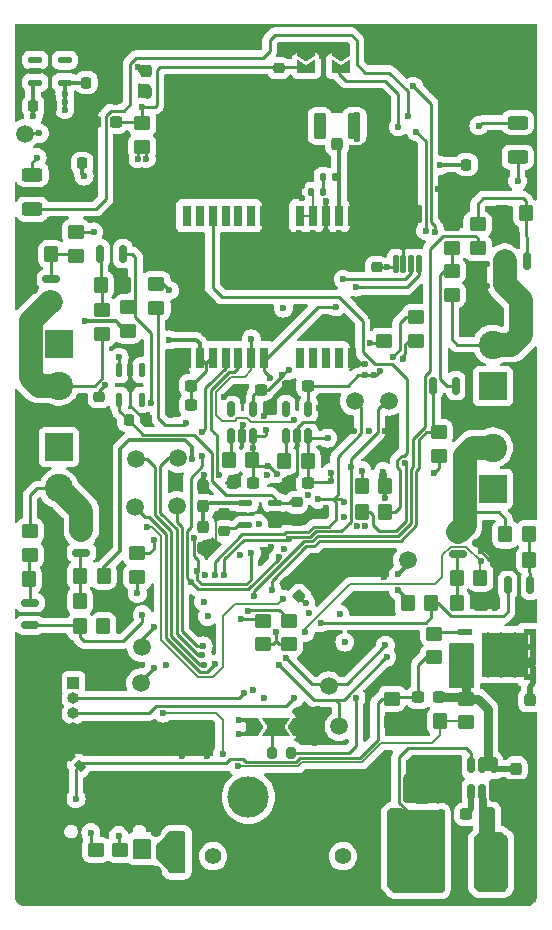
<source format=gbr>
%TF.GenerationSoftware,KiCad,Pcbnew,8.0.4*%
%TF.CreationDate,2024-07-23T16:26:40+02:00*%
%TF.ProjectId,Vertigo Pro PR1,56657274-6967-46f2-9050-726f20505231,DPR1*%
%TF.SameCoordinates,Original*%
%TF.FileFunction,Copper,L4,Bot*%
%TF.FilePolarity,Positive*%
%FSLAX46Y46*%
G04 Gerber Fmt 4.6, Leading zero omitted, Abs format (unit mm)*
G04 Created by KiCad (PCBNEW 8.0.4) date 2024-07-23 16:26:40*
%MOMM*%
%LPD*%
G01*
G04 APERTURE LIST*
G04 Aperture macros list*
%AMRoundRect*
0 Rectangle with rounded corners*
0 $1 Rounding radius*
0 $2 $3 $4 $5 $6 $7 $8 $9 X,Y pos of 4 corners*
0 Add a 4 corners polygon primitive as box body*
4,1,4,$2,$3,$4,$5,$6,$7,$8,$9,$2,$3,0*
0 Add four circle primitives for the rounded corners*
1,1,$1+$1,$2,$3*
1,1,$1+$1,$4,$5*
1,1,$1+$1,$6,$7*
1,1,$1+$1,$8,$9*
0 Add four rect primitives between the rounded corners*
20,1,$1+$1,$2,$3,$4,$5,0*
20,1,$1+$1,$4,$5,$6,$7,0*
20,1,$1+$1,$6,$7,$8,$9,0*
20,1,$1+$1,$8,$9,$2,$3,0*%
%AMFreePoly0*
4,1,6,1.000000,0.000000,0.500000,-0.750000,-0.500000,-0.750000,-0.500000,0.750000,0.500000,0.750000,1.000000,0.000000,1.000000,0.000000,$1*%
%AMFreePoly1*
4,1,6,0.500000,-0.750000,-0.650000,-0.750000,-0.150000,0.000000,-0.650000,0.750000,0.500000,0.750000,0.500000,-0.750000,0.500000,-0.750000,$1*%
%AMFreePoly2*
4,1,7,0.700000,0.000000,1.200000,-0.750000,-1.200000,-0.750000,-0.700000,0.000000,-1.200000,0.750000,1.200000,0.750000,0.700000,0.000000,0.700000,0.000000,$1*%
G04 Aperture macros list end*
%TA.AperFunction,Conductor*%
%ADD10C,0.200000*%
%TD*%
%TA.AperFunction,EtchedComponent*%
%ADD11C,0.200000*%
%TD*%
%TA.AperFunction,ComponentPad*%
%ADD12C,1.400000*%
%TD*%
%TA.AperFunction,ComponentPad*%
%ADD13C,3.500000*%
%TD*%
%TA.AperFunction,ComponentPad*%
%ADD14R,3.500000X3.500000*%
%TD*%
%TA.AperFunction,ComponentPad*%
%ADD15R,2.400000X2.400000*%
%TD*%
%TA.AperFunction,ComponentPad*%
%ADD16C,2.400000*%
%TD*%
%TA.AperFunction,ComponentPad*%
%ADD17O,1.000000X2.100000*%
%TD*%
%TA.AperFunction,ComponentPad*%
%ADD18O,1.000000X1.600000*%
%TD*%
%TA.AperFunction,HeatsinkPad*%
%ADD19C,0.600000*%
%TD*%
%TA.AperFunction,SMDPad,CuDef*%
%ADD20RoundRect,0.237500X-0.300000X-0.237500X0.300000X-0.237500X0.300000X0.237500X-0.300000X0.237500X0*%
%TD*%
%TA.AperFunction,SMDPad,CuDef*%
%ADD21RoundRect,0.150000X0.150000X-0.512500X0.150000X0.512500X-0.150000X0.512500X-0.150000X-0.512500X0*%
%TD*%
%TA.AperFunction,SMDPad,CuDef*%
%ADD22RoundRect,0.150000X-0.150000X0.587500X-0.150000X-0.587500X0.150000X-0.587500X0.150000X0.587500X0*%
%TD*%
%TA.AperFunction,SMDPad,CuDef*%
%ADD23FreePoly0,270.000000*%
%TD*%
%TA.AperFunction,SMDPad,CuDef*%
%ADD24FreePoly1,270.000000*%
%TD*%
%TA.AperFunction,SMDPad,CuDef*%
%ADD25R,3.910000X3.810000*%
%TD*%
%TA.AperFunction,SMDPad,CuDef*%
%ADD26R,1.270000X0.610000*%
%TD*%
%TA.AperFunction,SMDPad,CuDef*%
%ADD27R,1.020000X0.610000*%
%TD*%
%TA.AperFunction,SMDPad,CuDef*%
%ADD28RoundRect,0.225000X0.225000X0.250000X-0.225000X0.250000X-0.225000X-0.250000X0.225000X-0.250000X0*%
%TD*%
%TA.AperFunction,SMDPad,CuDef*%
%ADD29RoundRect,0.250000X0.350000X0.450000X-0.350000X0.450000X-0.350000X-0.450000X0.350000X-0.450000X0*%
%TD*%
%TA.AperFunction,SMDPad,CuDef*%
%ADD30RoundRect,0.250000X-0.450000X0.350000X-0.450000X-0.350000X0.450000X-0.350000X0.450000X0.350000X0*%
%TD*%
%TA.AperFunction,SMDPad,CuDef*%
%ADD31RoundRect,0.598250X-0.598250X-1.401750X0.598250X-1.401750X0.598250X1.401750X-0.598250X1.401750X0*%
%TD*%
%TA.AperFunction,SMDPad,CuDef*%
%ADD32RoundRect,0.571500X-0.571500X-1.428500X0.571500X-1.428500X0.571500X1.428500X-0.571500X1.428500X0*%
%TD*%
%TA.AperFunction,SMDPad,CuDef*%
%ADD33C,1.500000*%
%TD*%
%TA.AperFunction,SMDPad,CuDef*%
%ADD34RoundRect,0.147500X0.457500X0.147500X-0.457500X0.147500X-0.457500X-0.147500X0.457500X-0.147500X0*%
%TD*%
%TA.AperFunction,SMDPad,CuDef*%
%ADD35FreePoly0,180.000000*%
%TD*%
%TA.AperFunction,SMDPad,CuDef*%
%ADD36FreePoly2,180.000000*%
%TD*%
%TA.AperFunction,SMDPad,CuDef*%
%ADD37FreePoly0,0.000000*%
%TD*%
%TA.AperFunction,SMDPad,CuDef*%
%ADD38RoundRect,0.250000X0.450000X-0.350000X0.450000X0.350000X-0.450000X0.350000X-0.450000X-0.350000X0*%
%TD*%
%TA.AperFunction,SMDPad,CuDef*%
%ADD39R,0.800000X1.800000*%
%TD*%
%TA.AperFunction,SMDPad,CuDef*%
%ADD40RoundRect,0.250000X-0.350000X-0.450000X0.350000X-0.450000X0.350000X0.450000X-0.350000X0.450000X0*%
%TD*%
%TA.AperFunction,SMDPad,CuDef*%
%ADD41RoundRect,0.237500X0.287500X0.237500X-0.287500X0.237500X-0.287500X-0.237500X0.287500X-0.237500X0*%
%TD*%
%TA.AperFunction,SMDPad,CuDef*%
%ADD42RoundRect,0.237500X0.237500X-0.300000X0.237500X0.300000X-0.237500X0.300000X-0.237500X-0.300000X0*%
%TD*%
%TA.AperFunction,SMDPad,CuDef*%
%ADD43RoundRect,0.150000X-0.587500X-0.150000X0.587500X-0.150000X0.587500X0.150000X-0.587500X0.150000X0*%
%TD*%
%TA.AperFunction,SMDPad,CuDef*%
%ADD44RoundRect,0.225000X-0.250000X0.225000X-0.250000X-0.225000X0.250000X-0.225000X0.250000X0.225000X0*%
%TD*%
%TA.AperFunction,SMDPad,CuDef*%
%ADD45RoundRect,0.237500X-0.237500X0.300000X-0.237500X-0.300000X0.237500X-0.300000X0.237500X0.300000X0*%
%TD*%
%TA.AperFunction,SMDPad,CuDef*%
%ADD46RoundRect,0.225000X-0.225000X-0.250000X0.225000X-0.250000X0.225000X0.250000X-0.225000X0.250000X0*%
%TD*%
%TA.AperFunction,SMDPad,CuDef*%
%ADD47RoundRect,0.250000X0.625000X-0.312500X0.625000X0.312500X-0.625000X0.312500X-0.625000X-0.312500X0*%
%TD*%
%TA.AperFunction,SMDPad,CuDef*%
%ADD48RoundRect,0.075000X0.470226X-0.081317X-0.081317X0.470226X-0.470226X0.081317X0.081317X-0.470226X0*%
%TD*%
%TA.AperFunction,SMDPad,CuDef*%
%ADD49RoundRect,0.075000X0.247487X0.141421X0.141421X0.247487X-0.247487X-0.141421X-0.141421X-0.247487X0*%
%TD*%
%TA.AperFunction,SMDPad,CuDef*%
%ADD50RoundRect,0.237500X0.300000X0.237500X-0.300000X0.237500X-0.300000X-0.237500X0.300000X-0.237500X0*%
%TD*%
%TA.AperFunction,SMDPad,CuDef*%
%ADD51RoundRect,0.122500X-0.122500X0.627500X-0.122500X-0.627500X0.122500X-0.627500X0.122500X0.627500X0*%
%TD*%
%TA.AperFunction,SMDPad,CuDef*%
%ADD52RoundRect,0.122500X0.122500X-0.627500X0.122500X0.627500X-0.122500X0.627500X-0.122500X-0.627500X0*%
%TD*%
%TA.AperFunction,SMDPad,CuDef*%
%ADD53RoundRect,0.147500X-0.147500X-0.172500X0.147500X-0.172500X0.147500X0.172500X-0.147500X0.172500X0*%
%TD*%
%TA.AperFunction,SMDPad,CuDef*%
%ADD54RoundRect,0.150000X0.587500X0.150000X-0.587500X0.150000X-0.587500X-0.150000X0.587500X-0.150000X0*%
%TD*%
%TA.AperFunction,SMDPad,CuDef*%
%ADD55RoundRect,0.225000X0.250000X-0.225000X0.250000X0.225000X-0.250000X0.225000X-0.250000X-0.225000X0*%
%TD*%
%TA.AperFunction,SMDPad,CuDef*%
%ADD56RoundRect,0.150000X-0.150000X0.512500X-0.150000X-0.512500X0.150000X-0.512500X0.150000X0.512500X0*%
%TD*%
%TA.AperFunction,SMDPad,CuDef*%
%ADD57RoundRect,0.250000X0.250000X-0.275000X0.250000X0.275000X-0.250000X0.275000X-0.250000X-0.275000X0*%
%TD*%
%TA.AperFunction,SMDPad,CuDef*%
%ADD58RoundRect,0.250000X0.275000X-0.850000X0.275000X0.850000X-0.275000X0.850000X-0.275000X-0.850000X0*%
%TD*%
%TA.AperFunction,SMDPad,CuDef*%
%ADD59RoundRect,0.200000X-0.200000X-0.275000X0.200000X-0.275000X0.200000X0.275000X-0.200000X0.275000X0*%
%TD*%
%TA.AperFunction,SMDPad,CuDef*%
%ADD60RoundRect,0.150000X0.150000X-0.587500X0.150000X0.587500X-0.150000X0.587500X-0.150000X-0.587500X0*%
%TD*%
%TA.AperFunction,ComponentPad*%
%ADD61R,1.000000X1.000000*%
%TD*%
%TA.AperFunction,ComponentPad*%
%ADD62O,1.000000X1.000000*%
%TD*%
%TA.AperFunction,SMDPad,CuDef*%
%ADD63RoundRect,0.135000X-0.135000X-0.185000X0.135000X-0.185000X0.135000X0.185000X-0.135000X0.185000X0*%
%TD*%
%TA.AperFunction,SMDPad,CuDef*%
%ADD64RoundRect,0.225000X0.335876X0.017678X0.017678X0.335876X-0.335876X-0.017678X-0.017678X-0.335876X0*%
%TD*%
%TA.AperFunction,SMDPad,CuDef*%
%ADD65RoundRect,0.147500X-0.147500X0.457500X-0.147500X-0.457500X0.147500X-0.457500X0.147500X0.457500X0*%
%TD*%
%TA.AperFunction,SMDPad,CuDef*%
%ADD66RoundRect,0.147500X-0.457500X-0.147500X0.457500X-0.147500X0.457500X0.147500X-0.457500X0.147500X0*%
%TD*%
%TA.AperFunction,ViaPad*%
%ADD67C,0.600000*%
%TD*%
%TA.AperFunction,ViaPad*%
%ADD68C,0.800000*%
%TD*%
%TA.AperFunction,Conductor*%
%ADD69C,0.250000*%
%TD*%
%TA.AperFunction,Conductor*%
%ADD70C,2.000000*%
%TD*%
%TA.AperFunction,Conductor*%
%ADD71C,0.254000*%
%TD*%
%TA.AperFunction,Conductor*%
%ADD72C,0.202300*%
%TD*%
%TA.AperFunction,Conductor*%
%ADD73C,0.304800*%
%TD*%
%TA.AperFunction,Conductor*%
%ADD74C,0.320000*%
%TD*%
%TA.AperFunction,Conductor*%
%ADD75C,0.750000*%
%TD*%
%TA.AperFunction,Conductor*%
%ADD76C,0.500000*%
%TD*%
%TA.AperFunction,Conductor*%
%ADD77C,0.180000*%
%TD*%
%TA.AperFunction,Conductor*%
%ADD78C,0.355600*%
%TD*%
G04 APERTURE END LIST*
%TO.N,VCC*%
D10*
X166200000Y-137600000D02*
X167000000Y-137600000D01*
X167000000Y-138450000D01*
X166200000Y-138450000D01*
X166200000Y-137600000D01*
%TO.N,AGND*%
X162553500Y-139100001D02*
X162553500Y-141000001D01*
X162353500Y-141200001D01*
X159653500Y-141200002D01*
X159453500Y-141000001D01*
X159453500Y-139100001D01*
X159653500Y-138900001D01*
X162353500Y-138900001D01*
X162553500Y-139100001D01*
%TA.AperFunction,Conductor*%
G36*
X162553500Y-139100001D02*
G01*
X162553500Y-141000001D01*
X162353500Y-141200001D01*
X159653500Y-141200002D01*
X159453500Y-141000001D01*
X159453500Y-139100001D01*
X159653500Y-138900001D01*
X162353500Y-138900001D01*
X162553500Y-139100001D01*
G37*
%TD.AperFunction*%
%TO.N,VCC*%
X165300000Y-131400000D02*
X163400000Y-131400000D01*
X163400000Y-127800000D01*
X165300000Y-127800000D01*
X165300000Y-131400000D01*
%TA.AperFunction,Conductor*%
G36*
X165300000Y-131400000D02*
G01*
X163400000Y-131400000D01*
X163400000Y-127800000D01*
X165300000Y-127800000D01*
X165300000Y-131400000D01*
G37*
%TD.AperFunction*%
X140875000Y-147125000D02*
X139675000Y-147125000D01*
X139300000Y-146650000D01*
X138700000Y-146050000D01*
X138575000Y-145925000D01*
X138575000Y-144825000D01*
X138775000Y-144625000D01*
X139675000Y-143725000D01*
X140875000Y-143725000D01*
X140875000Y-147125000D01*
%TA.AperFunction,Conductor*%
G36*
X140875000Y-147125000D02*
G01*
X139675000Y-147125000D01*
X139300000Y-146650000D01*
X138700000Y-146050000D01*
X138575000Y-145925000D01*
X138575000Y-144825000D01*
X138775000Y-144625000D01*
X139675000Y-143725000D01*
X140875000Y-143725000D01*
X140875000Y-147125000D01*
G37*
%TD.AperFunction*%
%TO.N,Net-(U2-SW)*%
X166399999Y-141600000D02*
X166500000Y-141700000D01*
X167000000Y-141700000D01*
X167100000Y-141800000D01*
X167100000Y-143800000D01*
X167700000Y-143800000D01*
X168200000Y-144200000D01*
X168200001Y-148400000D01*
X167900000Y-148700001D01*
X165799999Y-148700000D01*
X165500000Y-148400000D01*
X165500000Y-144200000D01*
X165900000Y-143800000D01*
X165900000Y-141000000D01*
X165900000Y-140800001D01*
X166400000Y-140800000D01*
X166399999Y-141600000D01*
%TA.AperFunction,Conductor*%
G36*
X166399999Y-141600000D02*
G01*
X166500000Y-141700000D01*
X167000000Y-141700000D01*
X167100000Y-141800000D01*
X167100000Y-143800000D01*
X167700000Y-143800000D01*
X168200000Y-144200000D01*
X168200001Y-148400000D01*
X167900000Y-148700001D01*
X165799999Y-148700000D01*
X165500000Y-148400000D01*
X165500000Y-144200000D01*
X165900000Y-143800000D01*
X165900000Y-141000000D01*
X165900000Y-140800001D01*
X166400000Y-140800000D01*
X166399999Y-141600000D01*
G37*
%TD.AperFunction*%
%TO.N,/USB_VBUS_D_CUTOFF*%
X138000000Y-145900000D02*
X136600000Y-145900000D01*
X136600000Y-144350000D01*
X138000000Y-144350000D01*
X138000000Y-145900000D01*
%TA.AperFunction,Conductor*%
G36*
X138000000Y-145900000D02*
G01*
X136600000Y-145900000D01*
X136600000Y-144350000D01*
X138000000Y-144350000D01*
X138000000Y-145900000D01*
G37*
%TD.AperFunction*%
%TO.N,AGND*%
X170353500Y-139500002D02*
X170353500Y-141000001D01*
X169653500Y-141600001D01*
X167953500Y-141600001D01*
X167553500Y-141100000D01*
X166953500Y-141100000D01*
X166753501Y-140900001D01*
X166753500Y-139500001D01*
X166953500Y-139300001D01*
X170053500Y-139300001D01*
X170353500Y-139500002D01*
%TA.AperFunction,Conductor*%
G36*
X170353500Y-139500002D02*
G01*
X170353500Y-141000001D01*
X169653500Y-141600001D01*
X167953500Y-141600001D01*
X167553500Y-141100000D01*
X166953500Y-141100000D01*
X166753501Y-140900001D01*
X166753500Y-139500001D01*
X166953500Y-139300001D01*
X170053500Y-139300001D01*
X170353500Y-139500002D01*
G37*
%TD.AperFunction*%
D11*
%TD*%
%TO.C,L1*%
X167700000Y-144800001D02*
X167700000Y-148299999D01*
X166200000Y-148300000D01*
X166200000Y-144800000D01*
X167700000Y-144800001D01*
D12*
%TO.P,BT3,*%
%TO.N,*%
X154300000Y-145750000D03*
X143300000Y-145750000D03*
D13*
%TO.P,BT3,1,+*%
%TO.N,Net-(BT3-+)*%
X146300000Y-140750000D03*
D14*
%TO.P,BT3,2,-*%
%TO.N,AGND*%
X151300000Y-140750000D03*
%TD*%
D15*
%TO.P,J6,1,Pin_1*%
%TO.N,VCC*%
X167000000Y-105950000D03*
D16*
%TO.P,J6,2,Pin_2*%
%TO.N,Net-(J6-Pin_2)*%
X167000000Y-102450000D03*
%TD*%
D15*
%TO.P,J7,1,Pin_1*%
%TO.N,VCC*%
X167000000Y-114650000D03*
D16*
%TO.P,J7,2,Pin_2*%
%TO.N,Net-(J7-Pin_2)*%
X167000000Y-111150000D03*
%TD*%
D15*
%TO.P,J5,1,Pin_1*%
%TO.N,VCC*%
X130250000Y-102400000D03*
D16*
%TO.P,J5,2,Pin_2*%
%TO.N,Net-(J5-Pin_2)*%
X130250000Y-105900000D03*
%TD*%
D17*
%TO.P,J2,S1,SHIELD*%
%TO.N,AGND*%
X129854999Y-143145000D03*
D18*
X129854999Y-147325000D03*
D17*
X138494999Y-143145000D03*
D18*
X138494999Y-147325000D03*
%TD*%
D19*
%TO.P,U3,41,GND*%
%TO.N,AGND*%
X145700000Y-83760000D03*
X145700000Y-85160000D03*
X146400000Y-83060000D03*
X146400000Y-84460000D03*
X146400000Y-85860000D03*
X147100000Y-83760000D03*
X147100000Y-85160000D03*
X147800000Y-83060000D03*
X147800000Y-84460000D03*
X147800000Y-85860000D03*
X148500000Y-83760000D03*
X148500000Y-85160000D03*
%TD*%
D15*
%TO.P,J4,1,Pin_1*%
%TO.N,VCC*%
X130250000Y-111100000D03*
D16*
%TO.P,J4,2,Pin_2*%
%TO.N,Net-(J4-Pin_2)*%
X130250000Y-114600000D03*
%TD*%
D20*
%TO.P,C51,1*%
%TO.N,AGND*%
X149637498Y-114187500D03*
%TO.P,C51,2*%
%TO.N,+3.3V*%
X151362500Y-114187500D03*
%TD*%
D21*
%TO.P,U13,1,IN*%
%TO.N,+3.3V*%
X151375000Y-110150000D03*
%TO.P,U13,2,GND*%
%TO.N,AGND*%
X150425001Y-110150000D03*
%TO.P,U13,3,EN*%
%TO.N,Net-(U13-EN)*%
X149475002Y-110150000D03*
%TO.P,U13,4,NC*%
%TO.N,unconnected-(U13-NC-Pad4)*%
X149475002Y-107875000D03*
%TO.P,U13,5,OUT*%
%TO.N,/AVDD_2V8*%
X151375000Y-107875000D03*
%TD*%
D22*
%TO.P,Q6,1,C*%
%TO.N,/CONTI_C3*%
X161950000Y-105924999D03*
%TO.P,Q6,2,B*%
%TO.N,Net-(Q6-B)*%
X163850000Y-105924999D03*
%TO.P,Q6,3,E*%
%TO.N,AGND*%
X162900000Y-107800000D03*
%TD*%
D23*
%TO.P,JP1,1,A*%
%TO.N,AGND*%
X151200000Y-77475000D03*
D24*
%TO.P,JP1,2,B*%
%TO.N,/ESP_EN*%
X151200000Y-78924998D03*
%TD*%
D25*
%TO.P,Q5,*%
%TO.N,*%
X168000000Y-128700000D03*
D26*
%TO.P,Q5,1,S_1*%
%TO.N,VCC*%
X164639999Y-130605000D03*
%TO.P,Q5,2,S_2*%
X164639999Y-129335000D03*
%TO.P,Q5,3,S_3*%
X164639999Y-128065000D03*
%TO.P,Q5,4,G*%
%TO.N,Net-(Q5-G)*%
X164639999Y-126795000D03*
D27*
%TO.P,Q5,5,D_1*%
%TO.N,Net-(BT3-+)*%
X170104999Y-126795000D03*
%TO.P,Q5,6,D_2*%
X170104999Y-128065000D03*
%TO.P,Q5,7,D_3*%
X170104999Y-129335000D03*
%TO.P,Q5,8,D_4*%
X170104999Y-130605000D03*
%TD*%
D28*
%TO.P,C50,1*%
%TO.N,/ALED_PWR*%
X132225000Y-87100000D03*
%TO.P,C50,2*%
%TO.N,AGND*%
X130675000Y-87100000D03*
%TD*%
%TO.P,C48,1*%
%TO.N,AGND*%
X134125000Y-80250000D03*
%TO.P,C48,2*%
%TO.N,/ALED_PWR*%
X132575000Y-80250000D03*
%TD*%
D29*
%TO.P,R31,1*%
%TO.N,+3.3V*%
X157900000Y-114450000D03*
%TO.P,R31,2*%
%TO.N,Net-(D2-A)*%
X155900000Y-114450000D03*
%TD*%
D30*
%TO.P,R28,1*%
%TO.N,AGND*%
X163500000Y-92250000D03*
%TO.P,R28,2*%
%TO.N,Net-(Q6-B)*%
X163500000Y-94250000D03*
%TD*%
D29*
%TO.P,R39,1*%
%TO.N,Net-(Q7-B)*%
X170050000Y-118500000D03*
%TO.P,R39,2*%
%TO.N,Net-(J7-Pin_2)*%
X168050000Y-118500000D03*
%TD*%
D31*
%TO.P,L1,1,1*%
%TO.N,Net-(U2-SW)*%
X166896500Y-146550000D03*
D32*
%TO.P,L1,2,2*%
%TO.N,+3.3V*%
X160950000Y-146550000D03*
%TD*%
D33*
%TO.P,NSS,1*%
%TO.N,/STM_SPI_NSS*%
X140250000Y-116100000D03*
%TD*%
%TO.P,GND,1*%
%TO.N,AGND*%
X168500000Y-80200000D03*
%TD*%
D34*
%TO.P,U10,1,IN*%
%TO.N,Net-(U10-IN)*%
X148555000Y-115850000D03*
%TO.P,U10,2,GND*%
%TO.N,AGND*%
X148555000Y-116800000D03*
%TO.P,U10,3,~{EN}*%
X148555000Y-117750000D03*
%TO.P,U10,4,BYPASS*%
%TO.N,Net-(U10-BYPASS)*%
X146045000Y-117750000D03*
%TO.P,U10,5,OUT*%
%TO.N,/ULN_3V3*%
X146045000Y-115850000D03*
%TD*%
D30*
%TO.P,R29,1*%
%TO.N,/ESP_I2C_SCL*%
X149700000Y-125800000D03*
%TO.P,R29,2*%
%TO.N,+3.3V*%
X149700000Y-127800000D03*
%TD*%
D35*
%TO.P,SW1,1,A*%
%TO.N,AGND*%
X150600001Y-134800000D03*
D36*
%TO.P,SW1,2,B*%
%TO.N,/SW_BOOT0*%
X148600000Y-134800000D03*
D37*
%TO.P,SW1,3,C*%
%TO.N,+3.3V*%
X146599999Y-134800000D03*
%TD*%
D38*
%TO.P,R5,1*%
%TO.N,AGND*%
X133400000Y-147225000D03*
%TO.P,R5,2*%
%TO.N,Net-(J2-CC1)*%
X133400000Y-145225000D03*
%TD*%
D39*
%TO.P,U8,1*%
%TO.N,N/C*%
X141055000Y-91540000D03*
%TO.P,U8,2,SS_N*%
%TO.N,unconnected-(U8-SS_N-Pad2)*%
X142155000Y-91540000D03*
%TO.P,U8,3,TIMEPULSE*%
%TO.N,Net-(U8-TIMEPULSE)*%
X143255000Y-91540000D03*
%TO.P,U8,4,EXTINT0*%
%TO.N,unconnected-(U8-EXTINT0-Pad4)*%
X144355000Y-91540000D03*
%TO.P,U8,5,USB_DM*%
%TO.N,unconnected-(U8-USB_DM-Pad5)*%
X145455000Y-91540000D03*
%TO.P,U8,6,USB_DP*%
%TO.N,unconnected-(U8-USB_DP-Pad6)*%
X146555000Y-91540000D03*
%TO.P,U8,7,VDDUSB*%
%TO.N,AGND*%
X147655000Y-91540000D03*
%TO.P,U8,8,RSVD_8*%
%TO.N,Net-(U8-RSVD_8)*%
X150655000Y-91540000D03*
%TO.P,U8,9,VCC_RF*%
X151755000Y-91540000D03*
%TO.P,U8,10,GND*%
%TO.N,AGND*%
X152855000Y-91540000D03*
%TO.P,U8,11,RF_IN*%
%TO.N,Net-(AE1-A)*%
X153955000Y-91540000D03*
%TO.P,U8,12,GND*%
%TO.N,AGND*%
X155055000Y-91540000D03*
%TO.P,U8,13,GND*%
X155055000Y-103540000D03*
%TO.P,U8,14,MOSI/CFG_COM0*%
%TO.N,unconnected-(U8-MOSI{slash}CFG_COM0-Pad14)*%
X153955000Y-103540000D03*
%TO.P,U8,15,MISO/CFG_COM1*%
%TO.N,unconnected-(U8-MISO{slash}CFG_COM1-Pad15)*%
X152855000Y-103540000D03*
%TO.P,U8,16,CFG_GPS0/SCK*%
%TO.N,unconnected-(U8-CFG_GPS0{slash}SCK-Pad16)*%
X151755000Y-103540000D03*
%TO.P,U8,17,RSVD_17*%
%TO.N,unconnected-(U8-RSVD_17-Pad17)*%
X150655000Y-103540000D03*
%TO.P,U8,18,SDA2*%
%TO.N,/ESP_I2C_SDA*%
X147655000Y-103540000D03*
%TO.P,U8,19,SCL2*%
%TO.N,/ESP_I2C_SCL*%
X146555000Y-103540000D03*
%TO.P,U8,20,TXD1*%
%TO.N,/STM_UART2_RX*%
X145455000Y-103540000D03*
%TO.P,U8,21,RXD1*%
%TO.N,/STM_UART2_TX*%
X144355000Y-103540000D03*
%TO.P,U8,22,V_BCKP*%
%TO.N,+3.3V*%
X143255000Y-103540000D03*
%TO.P,U8,23,VCC*%
X142155000Y-103540000D03*
%TO.P,U8,24,GND*%
%TO.N,AGND*%
X141055000Y-103540000D03*
%TD*%
D29*
%TO.P,R37,1*%
%TO.N,AGND*%
X165950000Y-124350000D03*
%TO.P,R37,2*%
%TO.N,Net-(Q9-G)*%
X163950000Y-124350000D03*
%TD*%
D40*
%TO.P,R14,1*%
%TO.N,Net-(U4-EN)*%
X144624999Y-112237500D03*
%TO.P,R14,2*%
%TO.N,+3.3V*%
X146624999Y-112237500D03*
%TD*%
D41*
%TO.P,D3,1,K*%
%TO.N,VCC*%
X139074999Y-145350000D03*
%TO.P,D3,2,A*%
%TO.N,/USB_VBUS_D_CUTOFF*%
X137325001Y-145350000D03*
%TD*%
D20*
%TO.P,C13,1*%
%TO.N,Net-(U2-BST)*%
X164740999Y-142200001D03*
%TO.P,C13,2*%
%TO.N,Net-(U2-SW)*%
X166466001Y-142200001D03*
%TD*%
D38*
%TO.P,R24,1*%
%TO.N,Net-(Q1-B)*%
X127800000Y-120250000D03*
%TO.P,R24,2*%
%TO.N,Net-(J4-Pin_2)*%
X127800000Y-118250000D03*
%TD*%
D29*
%TO.P,R19,1*%
%TO.N,AGND*%
X135800000Y-97400000D03*
%TO.P,R19,2*%
%TO.N,Net-(Q2-B)*%
X133800000Y-97400000D03*
%TD*%
D42*
%TO.P,C46,1*%
%TO.N,AGND*%
X142450000Y-119625002D03*
%TO.P,C46,2*%
%TO.N,/ULN_3V3*%
X142450000Y-117900000D03*
%TD*%
D28*
%TO.P,C11,1*%
%TO.N,AGND*%
X137692500Y-108850000D03*
%TO.P,C11,2*%
%TO.N,Net-(U10-IN)*%
X136142500Y-108850000D03*
%TD*%
D33*
%TO.P,UART2_RX,1*%
%TO.N,/STM_UART2_RX*%
X137250000Y-128050000D03*
%TD*%
D43*
%TO.P,Q9,1,G*%
%TO.N,Net-(Q9-G)*%
X164075000Y-120200000D03*
%TO.P,Q9,2,D*%
%TO.N,Net-(J7-Pin_2)*%
X164075000Y-118300000D03*
%TO.P,Q9,3,S*%
%TO.N,AGND*%
X165950001Y-119250000D03*
%TD*%
D30*
%TO.P,R38,1*%
%TO.N,Net-(Q6-B)*%
X163500000Y-96200000D03*
%TO.P,R38,2*%
%TO.N,Net-(J6-Pin_2)*%
X163500000Y-98200000D03*
%TD*%
D33*
%TO.P,SDA,1*%
%TO.N,/ESP_I2C_SDA*%
X155300000Y-107200000D03*
%TD*%
D44*
%TO.P,C40,1*%
%TO.N,AGND*%
X157150000Y-94325000D03*
%TO.P,C40,2*%
%TO.N,+3.3V*%
X157150000Y-95875000D03*
%TD*%
D38*
%TO.P,R10,1*%
%TO.N,/CAM_PWDN*%
X157800000Y-102100000D03*
%TO.P,R10,2*%
%TO.N,AGND*%
X157800000Y-100100000D03*
%TD*%
D28*
%TO.P,C47,1*%
%TO.N,AGND*%
X129625000Y-82250000D03*
%TO.P,C47,2*%
%TO.N,VCC*%
X128075000Y-82250000D03*
%TD*%
D45*
%TO.P,C12,1*%
%TO.N,VCC*%
X168953500Y-138337500D03*
%TO.P,C12,2*%
%TO.N,AGND*%
X168953500Y-140062502D03*
%TD*%
D30*
%TO.P,R26,1*%
%TO.N,/CONTI_C3*%
X162400000Y-109850000D03*
%TO.P,R26,2*%
%TO.N,+3.3V*%
X162400000Y-111850000D03*
%TD*%
D46*
%TO.P,C49,1*%
%TO.N,/ALED_PWR*%
X164757500Y-87200000D03*
%TO.P,C49,2*%
%TO.N,AGND*%
X166307500Y-87200000D03*
%TD*%
D29*
%TO.P,R16,1*%
%TO.N,/BATT_U*%
X162522499Y-134300000D03*
%TO.P,R16,2*%
%TO.N,AGND*%
X160522499Y-134300000D03*
%TD*%
D30*
%TO.P,R21,1*%
%TO.N,/IGN_2*%
X131700000Y-92900000D03*
%TO.P,R21,2*%
%TO.N,Net-(Q4-G)*%
X131700000Y-94900000D03*
%TD*%
D47*
%TO.P,R63,1*%
%TO.N,/STM_ALED*%
X169100000Y-86562500D03*
%TO.P,R63,2*%
%TO.N,Net-(D8-DIN)*%
X169100000Y-83637500D03*
%TD*%
D29*
%TO.P,R20,1*%
%TO.N,/IGN_1*%
X134030000Y-122000000D03*
%TO.P,R20,2*%
%TO.N,Net-(Q3-G)*%
X132030000Y-122000000D03*
%TD*%
D40*
%TO.P,R23,1*%
%TO.N,AGND*%
X127600000Y-94800000D03*
%TO.P,R23,2*%
%TO.N,Net-(Q4-G)*%
X129600000Y-94800000D03*
%TD*%
D33*
%TO.P,ALED_SIG,1*%
%TO.N,Net-(D9-DIN)*%
X127350000Y-84600000D03*
%TD*%
D48*
%TO.P,D5,1,K*%
%TO.N,/USB_VBUS_D_CUTOFF*%
X132001525Y-138101525D03*
D49*
%TO.P,D5,2,A*%
%TO.N,AGND*%
X131375736Y-137475736D03*
%TD*%
D50*
%TO.P,C30,1*%
%TO.N,+3.3V*%
X141462500Y-107550000D03*
%TO.P,C30,2*%
%TO.N,AGND*%
X139737500Y-107550000D03*
%TD*%
D38*
%TO.P,R4,1*%
%TO.N,AGND*%
X135400000Y-147225000D03*
%TO.P,R4,2*%
%TO.N,Net-(J2-CC2)*%
X135400000Y-145225000D03*
%TD*%
D33*
%TO.P,MISO,1*%
%TO.N,/STM_SPI_MISO*%
X136750000Y-112100000D03*
%TD*%
D21*
%TO.P,U4,1,IN*%
%TO.N,+3.3V*%
X146724999Y-110187500D03*
%TO.P,U4,2,GND*%
%TO.N,AGND*%
X145775000Y-110187500D03*
%TO.P,U4,3,EN*%
%TO.N,Net-(U4-EN)*%
X144825001Y-110187500D03*
%TO.P,U4,4,NC*%
%TO.N,unconnected-(U4-NC-Pad4)*%
X144825001Y-107912500D03*
%TO.P,U4,5,OUT*%
%TO.N,/DVDD_1V5*%
X146724999Y-107912500D03*
%TD*%
D51*
%TO.P,U9,1,A0*%
%TO.N,AGND*%
X158775000Y-91377500D03*
%TO.P,U9,2,A1*%
X159425000Y-91377500D03*
%TO.P,U9,3,A2*%
X160075000Y-91377500D03*
%TO.P,U9,4,VSS*%
X160725000Y-91377500D03*
D52*
%TO.P,U9,5,SDA*%
%TO.N,/ESP_I2C_SDA*%
X160725000Y-95587500D03*
%TO.P,U9,6,SCL*%
%TO.N,/ESP_I2C_SCL*%
X160075000Y-95587500D03*
%TO.P,U9,7,WP*%
%TO.N,AGND*%
X159425000Y-95587500D03*
%TO.P,U9,8,VCC*%
%TO.N,+3.3V*%
X158775000Y-95587500D03*
%TD*%
D53*
%TO.P,L2,1,1*%
%TO.N,Net-(L2-Pad1)*%
X152615000Y-88250000D03*
%TO.P,L2,2,2*%
%TO.N,Net-(AE1-A)*%
X153585000Y-88250000D03*
%TD*%
D38*
%TO.P,R34,1*%
%TO.N,AGND*%
X158450000Y-134400000D03*
%TO.P,R34,2*%
%TO.N,/USB_VBUS_D_CUTOFF*%
X158450000Y-132400000D03*
%TD*%
D30*
%TO.P,R11,1*%
%TO.N,/CONTI_C2*%
X136100000Y-99250000D03*
%TO.P,R11,2*%
%TO.N,+3.3V*%
X136100000Y-101250000D03*
%TD*%
D20*
%TO.P,C24,1*%
%TO.N,AGND*%
X145637499Y-106250000D03*
%TO.P,C24,2*%
%TO.N,/DVDD_1V5*%
X147362501Y-106250000D03*
%TD*%
D33*
%TO.P,UART1_TX,1*%
%TO.N,/ESP_UART_TX*%
X154000000Y-134750000D03*
%TD*%
D44*
%TO.P,C44,1*%
%TO.N,AGND*%
X144250000Y-116700000D03*
%TO.P,C44,2*%
%TO.N,Net-(U10-BYPASS)*%
X144250000Y-118250000D03*
%TD*%
D45*
%TO.P,C45,1*%
%TO.N,AGND*%
X142450000Y-114387499D03*
%TO.P,C45,2*%
%TO.N,/ULN_3V3*%
X142450000Y-116112501D03*
%TD*%
D40*
%TO.P,R13,1*%
%TO.N,Net-(U13-EN)*%
X149299999Y-112262500D03*
%TO.P,R13,2*%
%TO.N,+3.3V*%
X151299999Y-112262500D03*
%TD*%
D50*
%TO.P,C28,1*%
%TO.N,VCC*%
X162412501Y-132300000D03*
%TO.P,C28,2*%
%TO.N,/USB_VBUS_D_CUTOFF*%
X160687499Y-132300000D03*
%TD*%
D30*
%TO.P,R30,1*%
%TO.N,/ESP_I2C_SDA*%
X147500000Y-125800000D03*
%TO.P,R30,2*%
%TO.N,+3.3V*%
X147500000Y-127800000D03*
%TD*%
D40*
%TO.P,R36,1*%
%TO.N,AGND*%
X167800000Y-91300000D03*
%TO.P,R36,2*%
%TO.N,Net-(Q8-G)*%
X169800000Y-91300000D03*
%TD*%
D54*
%TO.P,Q4,1,G*%
%TO.N,Net-(Q4-G)*%
X129600000Y-96900000D03*
%TO.P,Q4,2,D*%
%TO.N,Net-(J5-Pin_2)*%
X129600000Y-98800000D03*
%TO.P,Q4,3,S*%
%TO.N,AGND*%
X127724999Y-97850000D03*
%TD*%
D55*
%TO.P,C10,1*%
%TO.N,AGND*%
X133650000Y-108425000D03*
%TO.P,C10,2*%
%TO.N,VCC*%
X133650000Y-106875000D03*
%TD*%
D33*
%TO.P,UART2_TX,1*%
%TO.N,/STM_UART2_TX*%
X137200000Y-131100000D03*
%TD*%
D30*
%TO.P,R9,1*%
%TO.N,/AVDD_2V8*%
X160500000Y-100100000D03*
%TO.P,R9,2*%
%TO.N,/CAM_RESET*%
X160500000Y-102100000D03*
%TD*%
D55*
%TO.P,C43,1*%
%TO.N,AGND*%
X150375000Y-117350000D03*
%TO.P,C43,2*%
%TO.N,Net-(U10-IN)*%
X150375000Y-115800000D03*
%TD*%
D40*
%TO.P,R32,1*%
%TO.N,AGND*%
X168050000Y-120650000D03*
%TO.P,R32,2*%
%TO.N,Net-(Q7-B)*%
X170050000Y-120650000D03*
%TD*%
D56*
%TO.P,U2,1,FB*%
%TO.N,+3.3V*%
X165153501Y-138062501D03*
%TO.P,U2,2,EN*%
%TO.N,VCC*%
X166103500Y-138062501D03*
%TO.P,U2,3,IN*%
X167053499Y-138062501D03*
%TO.P,U2,4,GND*%
%TO.N,AGND*%
X167053499Y-140337501D03*
%TO.P,U2,5,SW*%
%TO.N,Net-(U2-SW)*%
X166103500Y-140337501D03*
%TO.P,U2,6,BST*%
%TO.N,Net-(U2-BST)*%
X165153501Y-140337501D03*
%TD*%
D29*
%TO.P,R43,1*%
%TO.N,Net-(U8-TIMEPULSE)*%
X157900000Y-116600000D03*
%TO.P,R43,2*%
%TO.N,Net-(D6-A)*%
X155900000Y-116600000D03*
%TD*%
D20*
%TO.P,C23,1*%
%TO.N,AGND*%
X144949997Y-114187500D03*
%TO.P,C23,2*%
%TO.N,+3.3V*%
X146674999Y-114187500D03*
%TD*%
D30*
%TO.P,R7,1*%
%TO.N,Net-(D1-A)*%
X136900000Y-120100000D03*
%TO.P,R7,2*%
%TO.N,+3.3V*%
X136900000Y-122100000D03*
%TD*%
D38*
%TO.P,R8,1*%
%TO.N,Net-(D1-A)*%
X138500000Y-99300000D03*
%TO.P,R8,2*%
%TO.N,Net-(U3-IO3)*%
X138500000Y-97300000D03*
%TD*%
D22*
%TO.P,Q7,1,C*%
%TO.N,/CONTI_C4*%
X168250000Y-122812500D03*
%TO.P,Q7,2,B*%
%TO.N,Net-(Q7-B)*%
X170150000Y-122812500D03*
%TO.P,Q7,3,E*%
%TO.N,AGND*%
X169200000Y-124687501D03*
%TD*%
D20*
%TO.P,C25,1*%
%TO.N,AGND*%
X133337499Y-83600000D03*
%TO.P,C25,2*%
%TO.N,/ESP_EN*%
X135062501Y-83600000D03*
%TD*%
D33*
%TO.P,MOSI,1*%
%TO.N,/STM_SPI_MOSI*%
X136700000Y-116150000D03*
%TD*%
D57*
%TO.P,AE1,1,A*%
%TO.N,Net-(AE1-A)*%
X153800000Y-85430000D03*
D58*
%TO.P,AE1,2*%
%TO.N,N/C*%
X152325000Y-83905000D03*
X155275000Y-83905000D03*
%TD*%
D29*
%TO.P,R35,1*%
%TO.N,/IGN_4*%
X165940000Y-122160000D03*
%TO.P,R35,2*%
%TO.N,Net-(Q9-G)*%
X163940000Y-122160000D03*
%TD*%
D38*
%TO.P,R15,1*%
%TO.N,/USB_VBUS_D_CUTOFF*%
X162050000Y-128900000D03*
%TO.P,R15,2*%
%TO.N,Net-(Q5-G)*%
X162050000Y-126900000D03*
%TD*%
D33*
%TO.P,SCK,1*%
%TO.N,/STM_SPI_SCK*%
X140350000Y-112050000D03*
%TD*%
D47*
%TO.P,R64,1*%
%TO.N,/ESP_ALED*%
X128000000Y-90962500D03*
%TO.P,R64,2*%
%TO.N,Net-(D9-DIN)*%
X128000000Y-88037500D03*
%TD*%
D40*
%TO.P,R6,1*%
%TO.N,/CONTI_C1*%
X132025000Y-126300000D03*
%TO.P,R6,2*%
%TO.N,+3.3V*%
X134025000Y-126300000D03*
%TD*%
D29*
%TO.P,R22,1*%
%TO.N,AGND*%
X134030000Y-124150000D03*
%TO.P,R22,2*%
%TO.N,Net-(Q3-G)*%
X132030000Y-124150000D03*
%TD*%
D38*
%TO.P,R33,1*%
%TO.N,/IGN_3*%
X165700000Y-94250000D03*
%TO.P,R33,2*%
%TO.N,Net-(Q8-G)*%
X165700000Y-92250000D03*
%TD*%
D23*
%TO.P,JP2,1,A*%
%TO.N,AGND*%
X154100000Y-77475002D03*
D24*
%TO.P,JP2,2,B*%
%TO.N,/IO0*%
X154100000Y-78925000D03*
%TD*%
D59*
%TO.P,R1,1*%
%TO.N,/SW_BOOT0*%
X148275000Y-137000000D03*
%TO.P,R1,2*%
%TO.N,/BOOT0*%
X149925000Y-137000000D03*
%TD*%
D60*
%TO.P,Q8,1,G*%
%TO.N,Net-(Q8-G)*%
X169900000Y-95375001D03*
%TO.P,Q8,2,D*%
%TO.N,Net-(J6-Pin_2)*%
X168000000Y-95375001D03*
%TO.P,Q8,3,S*%
%TO.N,AGND*%
X168950000Y-93500000D03*
%TD*%
D42*
%TO.P,C17,1*%
%TO.N,AGND*%
X137625000Y-81037501D03*
%TO.P,C17,2*%
%TO.N,+3.3V*%
X137625000Y-79312499D03*
%TD*%
D29*
%TO.P,R27,1*%
%TO.N,/CONTI_C4*%
X161775000Y-124350000D03*
%TO.P,R27,2*%
%TO.N,+3.3V*%
X159775000Y-124350000D03*
%TD*%
D61*
%TO.P,J1,1,Pin_1*%
%TO.N,+3.3V*%
X131475000Y-131100000D03*
D62*
%TO.P,J1,2,Pin_2*%
%TO.N,/SWDIO*%
X131475000Y-132370001D03*
%TO.P,J1,3,Pin_3*%
%TO.N,/SWCLK*%
X131475000Y-133640000D03*
%TO.P,J1,4,Pin_4*%
%TO.N,AGND*%
X131475000Y-134910000D03*
%TD*%
D42*
%TO.P,C14,1*%
%TO.N,+3.3V*%
X161853500Y-142312502D03*
%TO.P,C14,2*%
%TO.N,AGND*%
X161853500Y-140587500D03*
%TD*%
D43*
%TO.P,Q3,1,G*%
%TO.N,Net-(Q3-G)*%
X132162500Y-120050000D03*
%TO.P,Q3,2,D*%
%TO.N,Net-(J4-Pin_2)*%
X132162500Y-118150000D03*
%TO.P,Q3,3,S*%
%TO.N,AGND*%
X134037501Y-119100000D03*
%TD*%
D29*
%TO.P,R18,1*%
%TO.N,AGND*%
X129700000Y-122300000D03*
%TO.P,R18,2*%
%TO.N,Net-(Q1-B)*%
X127700000Y-122300000D03*
%TD*%
D63*
%TO.P,R44,1*%
%TO.N,Net-(U8-RSVD_8)*%
X151590000Y-89500000D03*
%TO.P,R44,2*%
%TO.N,Net-(L2-Pad1)*%
X152610000Y-89500000D03*
%TD*%
D30*
%TO.P,R17,1*%
%TO.N,VCC*%
X164700000Y-132400000D03*
%TO.P,R17,2*%
%TO.N,/BATT_U*%
X164700000Y-134400000D03*
%TD*%
D64*
%TO.P,C2,1*%
%TO.N,/NRST*%
X150548008Y-123748008D03*
%TO.P,C2,2*%
%TO.N,AGND*%
X149451992Y-122651992D03*
%TD*%
D33*
%TO.P,3V3 REG,1*%
%TO.N,+3.3V*%
X159800000Y-120700000D03*
%TD*%
D30*
%TO.P,R25,1*%
%TO.N,Net-(Q2-B)*%
X133900000Y-99500000D03*
%TO.P,R25,2*%
%TO.N,Net-(J5-Pin_2)*%
X133900000Y-101500000D03*
%TD*%
D33*
%TO.P,SCL,1*%
%TO.N,/ESP_I2C_SCL*%
X158200000Y-107200000D03*
%TD*%
D55*
%TO.P,C26,1*%
%TO.N,AGND*%
X148850000Y-80575000D03*
%TO.P,C26,2*%
%TO.N,/ESP_EN*%
X148850000Y-79025000D03*
%TD*%
D20*
%TO.P,C52,1*%
%TO.N,AGND*%
X149637499Y-105900000D03*
%TO.P,C52,2*%
%TO.N,/AVDD_2V8*%
X151362501Y-105900000D03*
%TD*%
D50*
%TO.P,C29,1*%
%TO.N,+3.3V*%
X141462500Y-105900000D03*
%TO.P,C29,2*%
%TO.N,AGND*%
X139737500Y-105900000D03*
%TD*%
D38*
%TO.P,R12,1*%
%TO.N,+3.3V*%
X137300000Y-85700000D03*
%TO.P,R12,2*%
%TO.N,/ESP_EN*%
X137300000Y-83700000D03*
%TD*%
D65*
%TO.P,U5,1,IN*%
%TO.N,VCC*%
X135350001Y-104595000D03*
%TO.P,U5,2,GND*%
%TO.N,AGND*%
X136300000Y-104595000D03*
%TO.P,U5,3*%
%TO.N,N/C*%
X137249999Y-104595000D03*
%TO.P,U5,4*%
X137249999Y-107105000D03*
%TO.P,U5,5,OUT*%
%TO.N,Net-(U10-IN)*%
X135350001Y-107105000D03*
%TD*%
D43*
%TO.P,Q1,1,C*%
%TO.N,/CONTI_C1*%
X127812500Y-126200000D03*
%TO.P,Q1,2,B*%
%TO.N,Net-(Q1-B)*%
X127812500Y-124300000D03*
%TO.P,Q1,3,E*%
%TO.N,AGND*%
X129687501Y-125250000D03*
%TD*%
D45*
%TO.P,C27,1*%
%TO.N,Net-(BT3-+)*%
X170100000Y-132537499D03*
%TO.P,C27,2*%
%TO.N,AGND*%
X170100000Y-134262501D03*
%TD*%
D60*
%TO.P,Q2,1,C*%
%TO.N,/CONTI_C2*%
X135650000Y-94737500D03*
%TO.P,Q2,2,B*%
%TO.N,Net-(Q2-B)*%
X133750000Y-94737500D03*
%TO.P,Q2,3,E*%
%TO.N,AGND*%
X134700000Y-92862499D03*
%TD*%
D42*
%TO.P,C15,1*%
%TO.N,+3.3V*%
X160103500Y-142312502D03*
%TO.P,C15,2*%
%TO.N,AGND*%
X160103500Y-140587500D03*
%TD*%
D66*
%TO.P,U12,1,IN*%
%TO.N,VCC*%
X128245000Y-80249999D03*
%TO.P,U12,2,GND*%
%TO.N,AGND*%
X128245000Y-79300000D03*
%TO.P,U12,3*%
%TO.N,N/C*%
X128245000Y-78350001D03*
%TO.P,U12,4*%
X130755000Y-78350001D03*
%TO.P,U12,5,OUT*%
%TO.N,/ALED_PWR*%
X130755000Y-80249999D03*
%TD*%
D33*
%TO.P,UART1_RX,1*%
%TO.N,/ESP_UART_RX*%
X153100000Y-131350000D03*
%TD*%
D67*
%TO.N,/BATT_U*%
X139050000Y-133627000D03*
X145400000Y-138150000D03*
X144109148Y-137077000D03*
%TO.N,+3.3V*%
X137650000Y-86700000D03*
X149350000Y-119700000D03*
X160850000Y-143000000D03*
X145475000Y-134200000D03*
X158050000Y-95850000D03*
X159850000Y-142200000D03*
X142500000Y-124198008D03*
X154028332Y-125271668D03*
X158850000Y-143000000D03*
X147941337Y-112724407D03*
X146724999Y-111200000D03*
X158850000Y-144600000D03*
X145475000Y-135400000D03*
X151450000Y-125150000D03*
X158850000Y-143800000D03*
X154458367Y-127630733D03*
X139320000Y-129570000D03*
X136925000Y-78900000D03*
X157853894Y-115452680D03*
X136900000Y-123500000D03*
X159850000Y-143000000D03*
X158850000Y-145400000D03*
X146650000Y-131650000D03*
X159000000Y-123250000D03*
X148600000Y-126800000D03*
X139610000Y-102030000D03*
X148725601Y-113376952D03*
X153275680Y-113275680D03*
X160850000Y-142200000D03*
X133750000Y-125925000D03*
X132425000Y-100425000D03*
X133750000Y-126650000D03*
X136950000Y-86700000D03*
X153000000Y-110350000D03*
X161850000Y-143000000D03*
X153275680Y-114013470D03*
X147600000Y-132377680D03*
X162025000Y-113278311D03*
X157700000Y-113200000D03*
X147750000Y-109700000D03*
X142850000Y-125450000D03*
X159850000Y-143800000D03*
X161850000Y-142200000D03*
X158850000Y-142200000D03*
X159000000Y-121900000D03*
%TO.N,/CONTI_C1*%
X137300000Y-125300000D03*
%TO.N,/ALED_PWR*%
X130750000Y-81900000D03*
X130750000Y-81250000D03*
X162500000Y-87250000D03*
X132375000Y-88175000D03*
X130755000Y-82555000D03*
%TO.N,Net-(D8-DIN)*%
X165800000Y-83900000D03*
%TO.N,/IGN_1*%
X141542821Y-112153724D03*
D68*
%TO.N,VCC*%
X164900000Y-128300000D03*
X163800000Y-129600000D03*
X164900000Y-129600000D03*
D67*
X134154692Y-105854692D03*
X140400000Y-145900000D03*
X140000000Y-144300000D03*
X135350000Y-103500000D03*
D68*
X164900000Y-130900000D03*
X163800000Y-130900000D03*
D67*
X128075000Y-83100000D03*
X140100000Y-146800000D03*
D68*
X163800000Y-128300000D03*
D67*
X140400000Y-145200000D03*
%TO.N,/SWDIO*%
X145949200Y-131909556D03*
%TO.N,/BOOT0*%
X155400000Y-132350000D03*
%TO.N,/NRST*%
X151150000Y-124300000D03*
%TO.N,/USB_VBUS_D_CUTOFF*%
X131700000Y-140900000D03*
X137650000Y-144600000D03*
X136900000Y-144600000D03*
%TO.N,/STM_SPI_NSS*%
X142456998Y-127952031D03*
%TO.N,Net-(D9-DIN)*%
X128400000Y-86600000D03*
X128600000Y-84550000D03*
%TO.N,/SWCLK*%
X150171543Y-132371543D03*
%TO.N,/STM_SPI_MISO*%
X142505731Y-129542985D03*
%TO.N,/IGN_2*%
X133200000Y-92900000D03*
%TO.N,/IGN_4*%
X165950000Y-120750000D03*
X151100000Y-126800000D03*
%TO.N,/CONTI_C2*%
X138050000Y-107350000D03*
X149226271Y-123981441D03*
X137671662Y-117875000D03*
%TO.N,/CONTI_C3*%
X148274922Y-123175078D03*
%TO.N,/CONTI_C4*%
X152400000Y-125999997D03*
%TO.N,/STM_ALED*%
X169100000Y-88600000D03*
%TO.N,/ESP_ALED*%
X159800000Y-83090000D03*
%TO.N,AGND*%
X166500000Y-95600000D03*
X169600000Y-146900000D03*
X155450000Y-117800000D03*
X130900000Y-145500000D03*
X136350000Y-136150000D03*
X129900000Y-124000000D03*
X132200000Y-108350000D03*
X130100000Y-75900000D03*
X131400000Y-89400000D03*
X135250000Y-128900000D03*
X151794670Y-121494670D03*
X155200000Y-109775000D03*
X169900000Y-136200000D03*
X147490000Y-89670000D03*
X155050000Y-93000000D03*
X144950000Y-114200000D03*
X151000000Y-87000000D03*
X152400000Y-145350000D03*
X152821836Y-116278164D03*
X128800000Y-75900000D03*
X132300000Y-81900000D03*
X135900000Y-90100000D03*
X130100000Y-117700000D03*
X150900000Y-145350000D03*
X151000000Y-83000000D03*
X153900000Y-141100000D03*
X130100000Y-119900000D03*
X151000000Y-86000000D03*
X132700000Y-114300000D03*
X130600000Y-139687320D03*
X166300000Y-88300000D03*
X149950000Y-80600000D03*
X141750000Y-125100000D03*
X142000000Y-89500000D03*
X136300000Y-105850000D03*
X152200000Y-133300000D03*
X142000000Y-87500000D03*
X135700000Y-123600000D03*
X155500000Y-90050000D03*
X142000000Y-83750000D03*
X155500000Y-86000000D03*
X129500000Y-79300000D03*
X168100000Y-108500000D03*
X159500000Y-130500000D03*
X149350000Y-144200000D03*
X144200000Y-106900000D03*
X150850000Y-133300000D03*
X144500000Y-85750000D03*
X170200000Y-124400000D03*
X155500000Y-88000000D03*
X170200000Y-125400000D03*
X139650000Y-103050000D03*
X129850000Y-141500000D03*
X159550000Y-133750000D03*
X167150000Y-124750000D03*
X154400000Y-117000000D03*
X167853500Y-139900001D03*
X139875000Y-113560202D03*
X155000000Y-82000000D03*
X157825000Y-109775000D03*
X160500000Y-78000000D03*
X147600000Y-97600000D03*
X161800000Y-80900000D03*
X167400000Y-87100000D03*
X170053500Y-139700001D03*
X150850000Y-96400000D03*
X151750000Y-93000000D03*
X136350000Y-134800000D03*
X149350000Y-145350000D03*
X135200000Y-80250000D03*
X130600000Y-140850000D03*
X169800000Y-115900000D03*
X153900000Y-139650000D03*
X167900000Y-92500000D03*
X167500000Y-99500000D03*
X150900000Y-144200000D03*
X133750000Y-148600000D03*
X152400000Y-143100000D03*
X130400000Y-134900000D03*
X154000000Y-82000000D03*
X152000000Y-82000000D03*
X152850000Y-90300000D03*
X130000000Y-92800000D03*
X170000000Y-79500000D03*
X139650000Y-104050000D03*
X147500000Y-87400000D03*
X134100000Y-114300000D03*
X132700000Y-112200000D03*
X132500000Y-134900000D03*
X127400000Y-75900000D03*
X169800000Y-105800000D03*
X170053500Y-140500001D03*
X142500000Y-113476351D03*
X135750000Y-148600000D03*
X151900000Y-136200000D03*
X130900000Y-147300000D03*
X140700000Y-137300000D03*
X162325000Y-89300000D03*
X162253500Y-139400001D03*
X166400000Y-108500000D03*
X153000000Y-82000000D03*
X159653500Y-139400000D03*
X167000000Y-79500000D03*
X133700000Y-81900000D03*
X152300000Y-107762501D03*
X130900000Y-149000000D03*
X155500000Y-84000000D03*
X169800000Y-112900000D03*
X147598000Y-108462680D03*
X152400000Y-144200000D03*
X142000000Y-85750000D03*
X138300000Y-141600000D03*
X134100000Y-110100000D03*
X156900000Y-144150000D03*
X165000000Y-97500000D03*
X144500000Y-80000000D03*
X151000000Y-85000000D03*
X129800000Y-89400000D03*
X130800000Y-108350000D03*
X152000000Y-87000000D03*
X150850000Y-89000000D03*
X166500000Y-97500000D03*
X130300000Y-128900000D03*
X164272320Y-107800000D03*
X134200000Y-79100000D03*
X150900000Y-143100000D03*
X152500000Y-77200000D03*
X135800000Y-96200000D03*
X137850000Y-134800000D03*
X155400000Y-141100000D03*
X168553500Y-141200001D03*
X156650000Y-100000000D03*
X169800000Y-104300000D03*
X169800000Y-108500000D03*
X151000000Y-84000000D03*
X156200000Y-117800000D03*
X156900000Y-139650000D03*
X137500000Y-149000000D03*
X165000000Y-79500000D03*
X155500000Y-87000000D03*
X164500000Y-90600000D03*
X169800000Y-109900000D03*
X134650000Y-136150000D03*
X149350000Y-143100000D03*
X167900000Y-93400000D03*
X156145308Y-104054692D03*
X131500000Y-136000000D03*
X151000000Y-82000000D03*
X149200000Y-96850000D03*
X167853500Y-140700001D03*
X165000000Y-99500000D03*
X130700000Y-88100000D03*
X144500000Y-82000000D03*
X137650000Y-80800000D03*
X153950000Y-93000000D03*
X144500000Y-83750000D03*
X137850000Y-136150000D03*
X162914798Y-90010202D03*
X157900000Y-111900000D03*
X169600000Y-142900000D03*
X145807101Y-109251410D03*
X133050000Y-148600000D03*
X163500000Y-78000000D03*
X160553500Y-139400000D03*
X153000000Y-87000000D03*
X127750000Y-144250000D03*
X155400000Y-139650000D03*
X127650000Y-139700000D03*
X135100000Y-81900000D03*
X132700000Y-110100000D03*
X153900000Y-142650000D03*
X134100000Y-112200000D03*
X150600000Y-93000000D03*
X142000000Y-82000000D03*
X169800000Y-107300000D03*
X158600000Y-110800000D03*
X142000000Y-80000000D03*
X135700000Y-125500000D03*
X163600000Y-82400000D03*
X128450000Y-92800000D03*
X137500000Y-147300000D03*
X156900000Y-142650000D03*
X166350000Y-118150000D03*
X139750000Y-108400000D03*
X155400000Y-142650000D03*
X155500000Y-89000000D03*
X127750000Y-146600000D03*
X167000000Y-84500000D03*
X166000000Y-119950000D03*
X148248008Y-119598008D03*
X155500000Y-85000000D03*
X151375000Y-115175000D03*
X156900000Y-141100000D03*
X127400000Y-77000000D03*
X142628437Y-121928437D03*
X142800000Y-135100000D03*
X127700000Y-141950000D03*
X129400000Y-108350000D03*
X137500000Y-140900000D03*
X157750000Y-122150000D03*
X135900000Y-91600000D03*
X169600000Y-144900000D03*
X147750000Y-80600000D03*
X127800000Y-148900000D03*
X135900000Y-88700000D03*
X157750000Y-123650000D03*
X152500000Y-78000000D03*
X148800000Y-116800000D03*
X166200000Y-85200000D03*
X167000000Y-82000000D03*
X156900000Y-145700000D03*
X159550000Y-134800000D03*
X157750000Y-125150000D03*
X153900000Y-144150000D03*
X169800000Y-114400000D03*
X170000000Y-82000000D03*
X135050000Y-148600000D03*
X169600000Y-148700000D03*
X150850000Y-90000000D03*
X132850000Y-128900000D03*
X156500000Y-109775000D03*
X169353500Y-141200001D03*
X151000000Y-88000000D03*
X161353500Y-139400001D03*
X155500000Y-83000000D03*
X145800000Y-107200000D03*
X155400000Y-144150000D03*
X152000000Y-86000000D03*
X169800000Y-111400000D03*
X144500000Y-89500000D03*
X147250000Y-100250000D03*
X144500000Y-87500000D03*
X134700000Y-91600000D03*
X157800000Y-130500000D03*
X167150000Y-123600000D03*
X130100000Y-118800000D03*
X142800000Y-137300000D03*
X143520307Y-119300000D03*
X133300000Y-84600000D03*
X152850000Y-93000000D03*
%TO.N,/ESP_I2C_SDA*%
X145700000Y-125650000D03*
X154400000Y-115800000D03*
X152200000Y-115550000D03*
X143450000Y-121950000D03*
X153696875Y-99246875D03*
X155396875Y-97574320D03*
X148149999Y-105247320D03*
%TO.N,/DVDD_1V5*%
X149750000Y-104600000D03*
X149120185Y-105009177D03*
%TO.N,/CAM_RESET*%
X159350000Y-103650000D03*
%TO.N,/CAM_PWDN*%
X156600000Y-102300000D03*
%TO.N,/ESP_I2C_SCL*%
X150150000Y-108800000D03*
X154315000Y-96900000D03*
X146300000Y-125025000D03*
X146550000Y-101950000D03*
X154975000Y-112787788D03*
X149754442Y-118900000D03*
X144250000Y-121950000D03*
%TO.N,Net-(U3-IO3)*%
X139600000Y-97850000D03*
%TO.N,/ESP_UART_TX*%
X162130948Y-92930948D03*
X158000000Y-128900000D03*
X148887411Y-129562589D03*
X160250000Y-80550000D03*
%TO.N,/IGN_3*%
X146800000Y-123750000D03*
%TO.N,/ULN_3V3*%
X147151992Y-117600000D03*
X145550000Y-120250000D03*
X146250000Y-115850000D03*
X147898187Y-113470483D03*
%TO.N,Net-(D1-A)*%
X138296662Y-119000000D03*
X141000000Y-109100000D03*
%TO.N,Net-(D6-A)*%
X159533883Y-112500001D03*
%TO.N,Net-(J2-CC2)*%
X135300000Y-144000000D03*
%TO.N,Net-(J2-CC1)*%
X132950000Y-143750000D03*
%TO.N,/ESP_UART_RX*%
X161300000Y-92800000D03*
X149503629Y-128983004D03*
X160500000Y-84400000D03*
X157900000Y-127900000D03*
%TO.N,/AVDD_2V8*%
X158550000Y-103500000D03*
X156200000Y-105000000D03*
X157450000Y-104672320D03*
X149250001Y-99350001D03*
X156900000Y-105025000D03*
%TO.N,/ESP_EN*%
X137300000Y-82300000D03*
%TO.N,/IO0*%
X159000000Y-84000000D03*
D68*
%TO.N,Net-(BT3-+)*%
X167700000Y-128200000D03*
X167700000Y-129200000D03*
X167700000Y-130200000D03*
X168900000Y-130200000D03*
X166600000Y-128200000D03*
X166600000Y-130200000D03*
X166600000Y-127200000D03*
X168900000Y-129200000D03*
X166600000Y-129200000D03*
X168900000Y-128200000D03*
X168900000Y-127200000D03*
X167700000Y-127200000D03*
D67*
%TO.N,Net-(D2-A)*%
X155900000Y-113100000D03*
%TO.N,/STM_SPI_SCK*%
X142400000Y-128750000D03*
%TO.N,/STM_SPI_MOSI*%
X143485140Y-129485140D03*
%TO.N,/STM_UART2_RX*%
X146541030Y-120058970D03*
X141901320Y-121600000D03*
X143800000Y-113500000D03*
X138310190Y-126310190D03*
X141647602Y-118800000D03*
%TO.N,/STM_UART2_TX*%
X142400000Y-109850000D03*
X148843877Y-120459992D03*
X138300000Y-129800000D03*
X141400000Y-122500000D03*
X142400000Y-111850000D03*
%TD*%
D69*
%TO.N,/STM_UART2_RX*%
X143100000Y-106288224D02*
X144623224Y-104765000D01*
X144623224Y-104765000D02*
X145080000Y-104765000D01*
X145455000Y-104390000D02*
X145455000Y-103540000D01*
X143100000Y-109600000D02*
X143100000Y-106288224D01*
X145080000Y-104765000D02*
X145455000Y-104390000D01*
X143400000Y-109900000D02*
X143100000Y-109600000D01*
X143597320Y-110097320D02*
X143597320Y-113297320D01*
X143400000Y-109900000D02*
X143597320Y-110097320D01*
X143597320Y-113297320D02*
X143800000Y-113500000D01*
D70*
%TO.N,Net-(J4-Pin_2)*%
X132162500Y-118150000D02*
X132162500Y-116512500D01*
D71*
X127800000Y-118250000D02*
X127800000Y-115200000D01*
D70*
X132162500Y-116512500D02*
X130250000Y-114600000D01*
D71*
X128400000Y-114600000D02*
X130250000Y-114600000D01*
X127800000Y-115200000D02*
X128400000Y-114600000D01*
D72*
%TO.N,/BATT_U*%
X143527000Y-133627000D02*
X144109148Y-134209148D01*
X145400000Y-138150000D02*
X145425210Y-138124790D01*
X144109148Y-134209148D02*
X144109148Y-137077000D01*
X161800000Y-136200000D02*
X162522499Y-135477501D01*
X150832536Y-137774790D02*
X155906205Y-137774790D01*
X139050000Y-133627000D02*
X143527000Y-133627000D01*
X155906205Y-137774790D02*
X157480995Y-136200000D01*
X164600000Y-134300000D02*
X164700000Y-134400000D01*
X150482536Y-138124790D02*
X150832536Y-137774790D01*
X162522499Y-135477501D02*
X162522499Y-134300000D01*
X145425210Y-138124790D02*
X150482536Y-138124790D01*
X162522499Y-134300000D02*
X164600000Y-134300000D01*
X157480995Y-136200000D02*
X161800000Y-136200000D01*
D73*
%TO.N,+3.3V*%
X157853894Y-115452680D02*
X157853894Y-115196106D01*
D71*
X147750000Y-109700000D02*
X147750000Y-110050000D01*
X146724999Y-110087500D02*
X146724999Y-112137500D01*
D74*
X146599999Y-134800000D02*
X145999999Y-134200000D01*
D71*
X151375000Y-112187499D02*
X151299999Y-112262500D01*
D74*
X135060000Y-100460000D02*
X136100000Y-101500000D01*
X143255000Y-103540000D02*
X143255000Y-103545000D01*
D69*
X165153501Y-138062501D02*
X165153501Y-137003501D01*
D71*
X149550000Y-127650000D02*
X149700000Y-127800000D01*
D69*
X136925000Y-78900000D02*
X136925000Y-79125000D01*
D74*
X159775000Y-120725000D02*
X159800000Y-120700000D01*
D71*
X158050000Y-95850000D02*
X157175000Y-95850000D01*
X147111906Y-112724407D02*
X146624999Y-112237500D01*
D69*
X160103500Y-142303500D02*
X160103500Y-142312503D01*
D74*
X145999999Y-134200000D02*
X145475000Y-134200000D01*
D71*
X151375000Y-110150000D02*
X151375000Y-112187499D01*
D73*
X157550000Y-113350000D02*
X157700000Y-113200000D01*
D71*
X146674999Y-114187500D02*
X146674999Y-112287500D01*
X136950000Y-86050000D02*
X137300000Y-85700000D01*
D69*
X165153501Y-137003501D02*
X164750000Y-136600000D01*
D74*
X141865000Y-102030000D02*
X139610000Y-102030000D01*
D73*
X157550000Y-114450000D02*
X157550000Y-113350000D01*
D71*
X146724999Y-112137500D02*
X146624999Y-112237500D01*
D74*
X146599999Y-134800000D02*
X145999999Y-135400000D01*
X132425000Y-100425000D02*
X132460000Y-100460000D01*
D71*
X153000000Y-110350000D02*
X151575000Y-110350000D01*
X137650000Y-86700000D02*
X137650000Y-86050000D01*
D74*
X132460000Y-100460000D02*
X135060000Y-100460000D01*
D71*
X146674999Y-112287500D02*
X146624999Y-112237500D01*
D69*
X159028500Y-141228500D02*
X160103500Y-142303500D01*
D73*
X157900000Y-114650000D02*
X157900000Y-115150000D01*
D74*
X142700000Y-104100000D02*
X142155000Y-103555000D01*
D71*
X157175000Y-95850000D02*
X157150000Y-95875000D01*
D69*
X164750000Y-136600000D02*
X159800000Y-136600000D01*
D71*
X148625000Y-127373886D02*
X148625000Y-127523886D01*
X141462500Y-107550000D02*
X141462500Y-105900000D01*
X153239150Y-114050000D02*
X151500000Y-114050000D01*
D69*
X159028500Y-137371500D02*
X159028500Y-141228500D01*
D73*
X157900000Y-114450000D02*
X157900000Y-113400000D01*
D71*
X151500000Y-114050000D02*
X151362500Y-114187500D01*
D74*
X142155000Y-103555000D02*
X142155000Y-103540000D01*
D71*
X158512500Y-95850000D02*
X158050000Y-95850000D01*
X136900000Y-122100000D02*
X136900000Y-123500000D01*
D69*
X148725601Y-113376952D02*
X148073056Y-112724407D01*
D71*
X147750000Y-110050000D02*
X147600000Y-110200000D01*
X159775000Y-124025000D02*
X159000000Y-123250000D01*
X142700000Y-104662500D02*
X141462500Y-105900000D01*
X162400000Y-112903311D02*
X162025000Y-113278311D01*
X148625000Y-126825000D02*
X148625000Y-127373886D01*
X162400000Y-111850000D02*
X162400000Y-112903311D01*
X148625000Y-127500000D02*
X148625000Y-127373886D01*
X151362500Y-114187500D02*
X151362500Y-112325001D01*
D74*
X142155000Y-103540000D02*
X142155000Y-102320000D01*
D71*
X148348886Y-127800000D02*
X147500000Y-127800000D01*
D73*
X157900000Y-113400000D02*
X157700000Y-113200000D01*
D71*
X153275680Y-113275680D02*
X153275680Y-114013470D01*
D69*
X159800000Y-136600000D02*
X159028500Y-137371500D01*
D74*
X142155000Y-102320000D02*
X141865000Y-102030000D01*
D71*
X137650000Y-86050000D02*
X137300000Y-85700000D01*
D74*
X145999999Y-135400000D02*
X145475000Y-135400000D01*
D73*
X157900000Y-114450000D02*
X157900000Y-115150000D01*
D71*
X158775000Y-95587500D02*
X158512500Y-95850000D01*
D74*
X159000000Y-121900000D02*
X159775000Y-121125000D01*
D71*
X149700000Y-127800000D02*
X148925000Y-127800000D01*
D74*
X159775000Y-121125000D02*
X159775000Y-120725000D01*
D71*
X151362500Y-112325001D02*
X151299999Y-112262500D01*
D69*
X148073056Y-112724407D02*
X147941337Y-112724407D01*
D71*
X146724999Y-111200000D02*
X146724999Y-110087500D01*
X153275680Y-114013470D02*
X153239150Y-114050000D01*
X136950000Y-86700000D02*
X136950000Y-86050000D01*
X151575000Y-110350000D02*
X151375000Y-110150000D01*
X148925000Y-127800000D02*
X148625000Y-127500000D01*
X146737499Y-110200000D02*
X146724999Y-110187500D01*
D69*
X136925000Y-79125000D02*
X137112499Y-79312499D01*
D71*
X159775000Y-124350000D02*
X159775000Y-124025000D01*
X147941337Y-112724407D02*
X147111906Y-112724407D01*
D73*
X157853894Y-115196106D02*
X157900000Y-115150000D01*
D71*
X148600000Y-126800000D02*
X148625000Y-126825000D01*
D74*
X143255000Y-103545000D02*
X142700000Y-104100000D01*
D71*
X148625000Y-127523886D02*
X148348886Y-127800000D01*
X147600000Y-110200000D02*
X146737499Y-110200000D01*
X142700000Y-104100000D02*
X142700000Y-104662500D01*
D69*
%TO.N,/CONTI_C1*%
X137300000Y-125950000D02*
X135700000Y-127550000D01*
X131925000Y-126200000D02*
X132025000Y-126300000D01*
X137300000Y-125300000D02*
X137300000Y-125950000D01*
X132025000Y-127225000D02*
X132025000Y-126300000D01*
X127812500Y-126200000D02*
X131925000Y-126200000D01*
X132350000Y-127550000D02*
X132025000Y-127225000D01*
X135700000Y-127550000D02*
X132350000Y-127550000D01*
D74*
%TO.N,/ALED_PWR*%
X130755000Y-82555000D02*
X130755000Y-80249999D01*
X132375000Y-88175000D02*
X132217500Y-88017500D01*
X132217500Y-88017500D02*
X132217500Y-87550000D01*
X130755000Y-80249999D02*
X130755000Y-81245000D01*
X132042499Y-80249999D02*
X130755000Y-80249999D01*
X130755000Y-81245000D02*
X130755000Y-81195000D01*
X132042499Y-80249999D02*
X132042500Y-80250000D01*
X162500000Y-87250000D02*
X162550000Y-87200000D01*
X162500000Y-87250000D02*
X162550000Y-87300000D01*
X130750000Y-81250000D02*
X130755000Y-81245000D01*
X162550000Y-87200000D02*
X164757500Y-87200000D01*
X132042500Y-80250000D02*
X132575000Y-80250000D01*
D69*
%TO.N,Net-(D8-DIN)*%
X165800000Y-83950000D02*
X165800000Y-83950000D01*
X169087500Y-83650000D02*
X166050000Y-83650000D01*
X166050000Y-83650000D02*
X165800000Y-83900000D01*
X169100000Y-83637500D02*
X169087500Y-83650000D01*
X165800000Y-83900000D02*
X165800000Y-83950000D01*
D74*
%TO.N,/IGN_1*%
X135450000Y-119880000D02*
X134030000Y-121300000D01*
X141542821Y-112153724D02*
X141542821Y-111142821D01*
X141542821Y-111142821D02*
X140950000Y-110550000D01*
X140950000Y-110550000D02*
X136200000Y-110550000D01*
X134030000Y-121300000D02*
X134030000Y-122000000D01*
X136200000Y-110550000D02*
X135450000Y-111300000D01*
X135450000Y-111300000D02*
X135450000Y-119880000D01*
D75*
%TO.N,VCC*%
X164700000Y-131000000D02*
X164800000Y-130900000D01*
D76*
X168853500Y-138337500D02*
X168050000Y-138337500D01*
D75*
X164639999Y-130605000D02*
X164639999Y-129335000D01*
D76*
X167328498Y-138337500D02*
X167053499Y-138062502D01*
D69*
X135405000Y-104540001D02*
X135350001Y-104595000D01*
D75*
X162412501Y-132300000D02*
X164600000Y-132300000D01*
D69*
X135382500Y-104562501D02*
X135350001Y-104595000D01*
X135350000Y-103500000D02*
X135350000Y-104594999D01*
D75*
X164700000Y-132400000D02*
X164700000Y-131000000D01*
D74*
X128075000Y-83100000D02*
X128075000Y-80419999D01*
D71*
X134145308Y-105854692D02*
X133650000Y-106350000D01*
D75*
X164700000Y-130665001D02*
X164639999Y-130605000D01*
X165700000Y-132400000D02*
X166550000Y-133250000D01*
D71*
X134154692Y-105854692D02*
X134145308Y-105854692D01*
D76*
X168050000Y-138337500D02*
X167328498Y-138337500D01*
D71*
X133650000Y-106350000D02*
X133650000Y-106875000D01*
D75*
X164800000Y-130900000D02*
X164700000Y-130800000D01*
D69*
X135350000Y-104594999D02*
X135350001Y-104595000D01*
D75*
X164600000Y-132300000D02*
X164700000Y-132400000D01*
X164700000Y-132400000D02*
X165700000Y-132400000D01*
X164639999Y-132339999D02*
X164700000Y-132400000D01*
X164700000Y-130800000D02*
X164700000Y-130665001D01*
X166550000Y-133250000D02*
X166550000Y-138062501D01*
D74*
X128075000Y-80419999D02*
X128245000Y-80249999D01*
D75*
X164639999Y-129335000D02*
X164639999Y-128065000D01*
D69*
%TO.N,/SWDIO*%
X145488755Y-132370001D02*
X131475000Y-132370001D01*
X145949200Y-131909556D02*
X145975000Y-131935356D01*
X145949200Y-131909556D02*
X145488755Y-132370001D01*
%TO.N,/BOOT0*%
X149900000Y-137000000D02*
X154800000Y-137000000D01*
X154800000Y-137000000D02*
X155400000Y-136400000D01*
X155400000Y-136400000D02*
X155400000Y-132350000D01*
D71*
%TO.N,/NRST*%
X151150000Y-124300000D02*
X151100000Y-124300000D01*
X151100000Y-124300000D02*
X150401283Y-123601283D01*
%TO.N,/USB_VBUS_D_CUTOFF*%
X155750680Y-137399320D02*
X150677012Y-137399320D01*
X157250000Y-132750000D02*
X157250000Y-135900000D01*
D69*
X160687499Y-132300000D02*
X158550000Y-132300000D01*
D71*
X146049320Y-137749320D02*
X145823000Y-137523000D01*
X158450000Y-132400000D02*
X157600000Y-132400000D01*
D69*
X160687499Y-129537501D02*
X161325000Y-128900000D01*
D71*
X145823000Y-137523000D02*
X144763430Y-137523000D01*
X144763430Y-137523000D02*
X144386430Y-137900000D01*
X144386430Y-137900000D02*
X132203050Y-137900000D01*
X150677012Y-137399320D02*
X150327012Y-137749320D01*
D69*
X131700000Y-140900000D02*
X131700000Y-139465002D01*
D71*
X150327012Y-137749320D02*
X146049320Y-137749320D01*
X132203050Y-137900000D02*
X131700000Y-138403050D01*
D69*
X158550000Y-132300000D02*
X158450000Y-132400000D01*
X160687499Y-132300000D02*
X160687499Y-129537501D01*
D71*
X157250000Y-135900000D02*
X155750680Y-137399320D01*
X131700000Y-138403050D02*
X131700000Y-139465002D01*
X157600000Y-132400000D02*
X157250000Y-132750000D01*
D69*
X161325000Y-128900000D02*
X162500000Y-128900000D01*
%TO.N,/STM_SPI_NSS*%
X142456998Y-127952031D02*
X141902031Y-127952031D01*
X140250000Y-116150000D02*
X140300000Y-116100000D01*
X140673962Y-117887566D02*
X140250000Y-117463604D01*
X140673962Y-126723962D02*
X140673962Y-117887566D01*
X141902031Y-127952031D02*
X140673962Y-126723962D01*
X140250000Y-117463604D02*
X140250000Y-116150000D01*
%TO.N,Net-(D9-DIN)*%
X127400000Y-84550000D02*
X127350000Y-84600000D01*
X128600000Y-84550000D02*
X127400000Y-84550000D01*
D71*
X128000000Y-88037500D02*
X128000000Y-87000000D01*
X128000000Y-87000000D02*
X128400000Y-86600000D01*
%TO.N,/SWCLK*%
X141720887Y-133050000D02*
X141718207Y-133052680D01*
D69*
X141720887Y-133050000D02*
X149493086Y-133050000D01*
D71*
X138447320Y-133052680D02*
X137860000Y-133640000D01*
X137860000Y-133640000D02*
X131475000Y-133640000D01*
X141718207Y-133052680D02*
X138447320Y-133052680D01*
D69*
X149493086Y-133050000D02*
X150171543Y-132371543D01*
%TO.N,/STM_SPI_MISO*%
X142505731Y-129542985D02*
X142206589Y-129542985D01*
X138375000Y-116861396D02*
X138375000Y-112775000D01*
X142206589Y-129542985D02*
X139773962Y-127110358D01*
X139773962Y-127110358D02*
X139773962Y-118260358D01*
X137700000Y-112100000D02*
X136750000Y-112100000D01*
X139773962Y-118260358D02*
X138375000Y-116861396D01*
X138375000Y-112775000D02*
X137700000Y-112100000D01*
%TO.N,/IGN_2*%
X133200000Y-92900000D02*
X131700000Y-92900000D01*
D72*
%TO.N,/IGN_4*%
X163419820Y-119550000D02*
X164750000Y-119550000D01*
X154924343Y-122700000D02*
X162100000Y-122700000D01*
X162100000Y-122700000D02*
X162700000Y-122100000D01*
X151100000Y-126524343D02*
X154924343Y-122700000D01*
X162700000Y-122100000D02*
X162700000Y-120269820D01*
X165940000Y-120760000D02*
X165940000Y-122160000D01*
X166300000Y-121800000D02*
X165940000Y-122160000D01*
X166000000Y-120700000D02*
X166000000Y-120700000D01*
X162700000Y-120269820D02*
X163419820Y-119550000D01*
X165950000Y-120700000D02*
X166000000Y-120700000D01*
X164750000Y-119550000D02*
X165950000Y-120750000D01*
X151100000Y-126800000D02*
X151100000Y-126524343D01*
X165950000Y-120750000D02*
X165950000Y-120700000D01*
D76*
%TO.N,Net-(U2-BST)*%
X165153501Y-140337501D02*
X165153501Y-141787498D01*
X165153501Y-141787498D02*
X164740999Y-142200000D01*
D69*
%TO.N,Net-(J6-Pin_2)*%
X163950000Y-102450000D02*
X167000000Y-102450000D01*
D70*
X169400000Y-101600000D02*
X169400000Y-98675847D01*
D69*
X163500000Y-98200000D02*
X163500000Y-102000000D01*
D70*
X168000000Y-97275847D02*
X168000000Y-95375001D01*
D69*
X163500000Y-102000000D02*
X163950000Y-102450000D01*
D70*
X169400000Y-98675847D02*
X168000000Y-97275847D01*
X168550000Y-102450000D02*
X169400000Y-101600000D01*
X167000000Y-102450000D02*
X168550000Y-102450000D01*
%TO.N,Net-(J5-Pin_2)*%
X127850000Y-105197056D02*
X127850000Y-100450000D01*
X129500000Y-98800000D02*
X129600000Y-98800000D01*
X130250000Y-105900000D02*
X128552944Y-105900000D01*
D69*
X133900000Y-101500000D02*
X133900000Y-105300000D01*
D70*
X128552944Y-105900000D02*
X127850000Y-105197056D01*
D69*
X133900000Y-105300000D02*
X133300000Y-105900000D01*
D70*
X127850000Y-100450000D02*
X129500000Y-98800000D01*
D69*
X133300000Y-105900000D02*
X130250000Y-105900000D01*
D71*
%TO.N,/CONTI_C2*%
X136727000Y-100127000D02*
X138048000Y-101448000D01*
D72*
X138897812Y-118623272D02*
X138897812Y-127473272D01*
D71*
X138048000Y-101448000D02*
X138048000Y-107348000D01*
X136437500Y-94737500D02*
X136727000Y-95027000D01*
X136727000Y-95027000D02*
X136727000Y-100127000D01*
D72*
X148783862Y-124423850D02*
X149226271Y-123981441D01*
X142018675Y-130594135D02*
X143303197Y-130594135D01*
X137671662Y-117875000D02*
X138149540Y-117875000D01*
X144173850Y-125376150D02*
X145126150Y-124423850D01*
D71*
X138048000Y-107348000D02*
X138050000Y-107350000D01*
D72*
X145126150Y-124423850D02*
X148783862Y-124423850D01*
D71*
X135650000Y-94737500D02*
X136437500Y-94737500D01*
D72*
X144173850Y-129723482D02*
X144173850Y-125376150D01*
X143303197Y-130594135D02*
X144173850Y-129723482D01*
X138897812Y-127473272D02*
X142018675Y-130594135D01*
X138149540Y-117875000D02*
X138897812Y-118623272D01*
D71*
%TO.N,/CONTI_C3*%
X162400000Y-109850000D02*
X161350000Y-109850000D01*
X161950000Y-109700000D02*
X161950000Y-105924999D01*
D69*
X151872848Y-119494640D02*
X152320168Y-119047320D01*
X148274922Y-123175078D02*
X148250000Y-123150156D01*
D71*
X160700000Y-112923109D02*
X160502000Y-113121109D01*
D69*
X148250000Y-122450000D02*
X151205360Y-119494640D01*
D71*
X160502000Y-113121109D02*
X160502000Y-117748621D01*
D69*
X148250000Y-123150156D02*
X148250000Y-122450000D01*
X151205360Y-119494640D02*
X151872848Y-119494640D01*
D71*
X159201301Y-119049320D02*
X154593320Y-119049320D01*
X162150000Y-109900000D02*
X161950000Y-109700000D01*
X160502000Y-117748621D02*
X159201301Y-119049320D01*
D69*
X152320168Y-119047320D02*
X154593320Y-119047320D01*
D71*
X160700000Y-110500000D02*
X160700000Y-112923109D01*
X161350000Y-109850000D02*
X160700000Y-110500000D01*
D69*
%TO.N,/CONTI_C4*%
X167875000Y-125450000D02*
X168250000Y-125075000D01*
X152400000Y-125999997D02*
X161300003Y-125999997D01*
X161775000Y-125525000D02*
X161775000Y-124350000D01*
X161775000Y-124350000D02*
X162350000Y-124350000D01*
X162350000Y-124350000D02*
X163450000Y-125450000D01*
X168250000Y-125075000D02*
X168250000Y-122812500D01*
X163450000Y-125450000D02*
X167875000Y-125450000D01*
X161300003Y-125999997D02*
X161775000Y-125525000D01*
%TO.N,/STM_ALED*%
X169100000Y-86562500D02*
X169100000Y-88600000D01*
X169100000Y-88600000D02*
X169100000Y-88650000D01*
%TO.N,/ESP_ALED*%
X155000000Y-76200000D02*
X155450000Y-76650000D01*
D71*
X134200000Y-90150000D02*
X134200000Y-87450000D01*
D69*
X136791116Y-78150000D02*
X147550000Y-78150000D01*
X135750000Y-82650000D02*
X136300000Y-82100000D01*
X155450000Y-76650000D02*
X155450000Y-78650000D01*
X136300000Y-82100000D02*
X136300000Y-78641116D01*
X155450000Y-78650000D02*
X156200000Y-79400000D01*
X147550000Y-78150000D02*
X148100000Y-77600000D01*
X148100000Y-76650000D02*
X148550000Y-76200000D01*
X159800000Y-80988104D02*
X159800000Y-83090000D01*
D71*
X128000000Y-90962500D02*
X133387500Y-90962500D01*
D69*
X148550000Y-76200000D02*
X155000000Y-76200000D01*
X136300000Y-78641116D02*
X136791116Y-78150000D01*
X134200001Y-84077076D02*
X134200001Y-83122924D01*
X156200000Y-79400000D02*
X158211896Y-79400000D01*
X134672925Y-82650000D02*
X135750000Y-82650000D01*
X134200000Y-87450000D02*
X134200001Y-84077076D01*
X134200001Y-83122924D02*
X134672925Y-82650000D01*
X148100000Y-77600000D02*
X148100000Y-76650000D01*
X158211896Y-79400000D02*
X159800000Y-80988104D01*
D71*
X133387500Y-90962500D02*
X134200000Y-90150000D01*
%TO.N,AGND*%
X166700000Y-120650000D02*
X168050000Y-120650000D01*
X150479443Y-110095559D02*
X150425001Y-110041117D01*
X150425001Y-110150000D02*
X150479442Y-110095559D01*
X137692500Y-108850000D02*
X137546250Y-108850000D01*
X142500000Y-113476351D02*
X142500000Y-113900000D01*
X159425000Y-95587500D02*
X159425000Y-91825000D01*
X142450000Y-113950000D02*
X142450000Y-114387499D01*
X136300000Y-107603750D02*
X136300000Y-105850000D01*
X145637499Y-106250000D02*
X144850000Y-106250000D01*
D69*
X134700000Y-92862499D02*
X134725000Y-92887499D01*
D72*
X143520307Y-119300000D02*
X143520307Y-117079693D01*
X143520307Y-119300000D02*
X143145307Y-119675000D01*
D71*
X150372999Y-110277003D02*
X150372999Y-113451999D01*
X150425001Y-110225001D02*
X150372999Y-110277003D01*
X137546250Y-108850000D02*
X136300000Y-107603750D01*
X150425001Y-110041117D02*
X150425001Y-109487501D01*
D72*
X143735000Y-116865000D02*
X144300000Y-116865000D01*
X143520307Y-117079693D02*
X143735000Y-116865000D01*
D69*
X145775000Y-109185130D02*
X145766280Y-109176410D01*
D71*
X166000000Y-119950000D02*
X166700000Y-120650000D01*
D73*
X136300000Y-104595000D02*
X136300000Y-105850000D01*
D71*
X150912502Y-109000000D02*
X154425000Y-109000000D01*
X150479442Y-110095559D02*
X150479443Y-110095559D01*
D72*
X143145307Y-119675000D02*
X142725001Y-119675000D01*
D71*
X165950001Y-119900001D02*
X166000000Y-119950000D01*
X154425000Y-109000000D02*
X155200000Y-109775000D01*
D69*
X145807101Y-109251410D02*
X145775000Y-109283511D01*
D71*
X145775000Y-110175000D02*
X145697999Y-110252001D01*
D69*
X145775000Y-109283511D02*
X145775000Y-109375000D01*
D71*
X150425001Y-110150000D02*
X150425001Y-110225001D01*
X144850000Y-106250000D02*
X144200000Y-106900000D01*
X150425001Y-109487501D02*
X150912502Y-109000000D01*
X145775000Y-110087500D02*
X145775000Y-110175000D01*
X142500000Y-113900000D02*
X142450000Y-113950000D01*
X165950001Y-119250000D02*
X165950001Y-119900001D01*
X150372999Y-113451999D02*
X149637498Y-114187500D01*
D69*
X145775000Y-109283511D02*
X145775000Y-110187500D01*
%TO.N,/ESP_I2C_SDA*%
X143436399Y-121963601D02*
X143450000Y-121950000D01*
X154150000Y-115550000D02*
X154400000Y-115800000D01*
D71*
X153850000Y-111950000D02*
X153850000Y-115175000D01*
D69*
X145700000Y-125650000D02*
X147500000Y-125650000D01*
D71*
X155850000Y-109950000D02*
X153850000Y-111950000D01*
X159700000Y-97600000D02*
X160725000Y-96575000D01*
D69*
X154358884Y-115800000D02*
X154400000Y-115800000D01*
D71*
X152203125Y-99246875D02*
X147910000Y-103540000D01*
D69*
X143450000Y-121950000D02*
X143450000Y-120838104D01*
D71*
X153696875Y-99246875D02*
X152203125Y-99246875D01*
D69*
X153475000Y-115550000D02*
X154150000Y-115550000D01*
D71*
X155300000Y-107200000D02*
X155850000Y-107750000D01*
D69*
X153727680Y-117227011D02*
X153727680Y-115802680D01*
X151381800Y-118300000D02*
X151826440Y-117855360D01*
X154350000Y-115808884D02*
X154358884Y-115800000D01*
X152200000Y-115550000D02*
X153475000Y-115550000D01*
X153727680Y-115802680D02*
X153475000Y-115550000D01*
X149470558Y-118300000D02*
X151381800Y-118300000D01*
D71*
X160725000Y-96575000D02*
X160725000Y-95587500D01*
X147910000Y-103540000D02*
X147655000Y-103540000D01*
X148149999Y-105188999D02*
X147655000Y-104694000D01*
D69*
X151826440Y-117855360D02*
X153099331Y-117855360D01*
D71*
X148149999Y-105247320D02*
X148149999Y-105188999D01*
D69*
X143450000Y-120838104D02*
X145788104Y-118500000D01*
D71*
X153850000Y-115175000D02*
X153475000Y-115550000D01*
X155422555Y-97600000D02*
X159700000Y-97600000D01*
D69*
X145788104Y-118500000D02*
X149270558Y-118500000D01*
X152250000Y-115500000D02*
X152200000Y-115550000D01*
X153099331Y-117855360D02*
X153727680Y-117227011D01*
D71*
X154300000Y-115800000D02*
X154400000Y-115800000D01*
X155396875Y-97574320D02*
X155422555Y-97600000D01*
X147655000Y-104694000D02*
X147655000Y-103540000D01*
D69*
X149270558Y-118500000D02*
X149470558Y-118300000D01*
D71*
X155850000Y-107750000D02*
X155850000Y-109950000D01*
D69*
%TO.N,/DVDD_1V5*%
X149120185Y-105086517D02*
X147956702Y-106250000D01*
D71*
X146724999Y-106687502D02*
X146724999Y-107812500D01*
D69*
X147956702Y-106250000D02*
X147012501Y-106250000D01*
X149600000Y-104600000D02*
X149190823Y-105009177D01*
X149120185Y-105009177D02*
X149120185Y-105086517D01*
D71*
X147412501Y-106000000D02*
X146724999Y-106687502D01*
D69*
X149190823Y-105009177D02*
X149120185Y-105009177D01*
X149750000Y-104600000D02*
X149600000Y-104600000D01*
%TO.N,/CAM_RESET*%
X159550000Y-103257108D02*
X159550000Y-102400000D01*
X159303554Y-103503554D02*
X159550000Y-103257108D01*
X159550000Y-102400000D02*
X159850000Y-102100000D01*
X159850000Y-102100000D02*
X160500000Y-102100000D01*
%TO.N,/CAM_PWDN*%
X156600000Y-102300000D02*
X157600000Y-102300000D01*
X157600000Y-102300000D02*
X157800000Y-102100000D01*
D71*
%TO.N,/ESP_I2C_SCL*%
X146550000Y-102638000D02*
X146555000Y-102643000D01*
X157250680Y-109836532D02*
X157250680Y-107899320D01*
D77*
X146184999Y-108661410D02*
X146523589Y-109000000D01*
D71*
X157250680Y-107899320D02*
X157950000Y-107200000D01*
D77*
X145126411Y-108900000D02*
X145365001Y-108661410D01*
X143515000Y-108365000D02*
X144050000Y-108900000D01*
D71*
X154975000Y-112112212D02*
X157250680Y-109836532D01*
D69*
X146300000Y-125025000D02*
X146450000Y-124875000D01*
D77*
X144795122Y-105180000D02*
X143515000Y-106460122D01*
D69*
X149704442Y-118950000D02*
X145900000Y-118950000D01*
D77*
X145995000Y-105180000D02*
X144795122Y-105180000D01*
D71*
X159512500Y-96900000D02*
X160075000Y-96337500D01*
D69*
X144250000Y-120600000D02*
X144250000Y-121950000D01*
D71*
X146555000Y-102643000D02*
X146555000Y-103540000D01*
D69*
X154975000Y-112787788D02*
X154862788Y-112787788D01*
X154147320Y-118252680D02*
X151991016Y-118252680D01*
D77*
X146555000Y-104620000D02*
X145995000Y-105180000D01*
X149950000Y-109000000D02*
X150150000Y-108800000D01*
D69*
X154975000Y-112787788D02*
X154972320Y-112790468D01*
D71*
X154975000Y-112787788D02*
X154975000Y-112112212D01*
D77*
X144050000Y-108900000D02*
X145126411Y-108900000D01*
D71*
X154315000Y-96900000D02*
X159512500Y-96900000D01*
D69*
X151543696Y-118700000D02*
X149954442Y-118700000D01*
X151991016Y-118252680D02*
X151543696Y-118700000D01*
D71*
X157950000Y-107200000D02*
X158200000Y-107200000D01*
D69*
X154972320Y-117427680D02*
X154147320Y-118252680D01*
X154972320Y-112790468D02*
X154972320Y-117427680D01*
X148925000Y-124875000D02*
X149700000Y-125650000D01*
X145900000Y-118950000D02*
X144250000Y-120600000D01*
X149954442Y-118700000D02*
X149754442Y-118900000D01*
X146450000Y-124875000D02*
X148925000Y-124875000D01*
D71*
X146550000Y-101950000D02*
X146550000Y-102638000D01*
D77*
X146555000Y-103540000D02*
X146555000Y-104620000D01*
X145365001Y-108661410D02*
X146184999Y-108661410D01*
X146523589Y-109000000D02*
X149950000Y-109000000D01*
X143515000Y-106460122D02*
X143515000Y-108365000D01*
D71*
X160075000Y-96337500D02*
X160075000Y-95587500D01*
D69*
X149754442Y-118900000D02*
X149704442Y-118950000D01*
%TO.N,Net-(U3-IO3)*%
X139050000Y-97300000D02*
X139600000Y-97850000D01*
X138500000Y-97300000D02*
X139050000Y-97300000D01*
%TO.N,/ESP_UART_TX*%
X153750000Y-132500000D02*
X154000000Y-132750000D01*
X161752680Y-82052680D02*
X160250000Y-80550000D01*
X154000000Y-132750000D02*
X154000000Y-134750000D01*
X157950000Y-128900000D02*
X158000000Y-128900000D01*
X148887412Y-129562589D02*
X151824823Y-132500000D01*
X162130948Y-92930948D02*
X162130948Y-92430948D01*
X154350000Y-132500000D02*
X157950000Y-128900000D01*
X161752680Y-92052680D02*
X161752680Y-82052680D01*
X162130948Y-92430948D02*
X161752680Y-92052680D01*
X148887411Y-129562589D02*
X148887412Y-129562589D01*
X158000000Y-128900000D02*
X158000000Y-128850000D01*
X151824823Y-132500000D02*
X154350000Y-132500000D01*
X158000000Y-128850000D02*
X157950000Y-128900000D01*
%TO.N,/IGN_3*%
X161700000Y-104650000D02*
X161700000Y-94300000D01*
X160225000Y-112758884D02*
X160225000Y-110410276D01*
X161250000Y-105100000D02*
X161700000Y-104650000D01*
X146800000Y-123750000D02*
X146800000Y-123319052D01*
X158961396Y-118650000D02*
X160050000Y-117561396D01*
X152155592Y-118650000D02*
X158961396Y-118650000D01*
X165700000Y-93450000D02*
X165700000Y-94250000D01*
X146850000Y-123700000D02*
X146800000Y-123750000D01*
X146800000Y-123319052D02*
X151021732Y-119097320D01*
X151708272Y-119097320D02*
X152155592Y-118650000D01*
X160050000Y-112933884D02*
X160225000Y-112758884D01*
X162800000Y-93200000D02*
X165450000Y-93200000D01*
X160050000Y-117561396D02*
X160050000Y-112933884D01*
X160225000Y-110410276D02*
X161250000Y-109385276D01*
X161250000Y-109385276D02*
X161250000Y-105100000D01*
X151021732Y-119097320D02*
X151708272Y-119097320D01*
X161700000Y-94300000D02*
X162800000Y-93200000D01*
X165450000Y-93200000D02*
X165700000Y-93450000D01*
D71*
%TO.N,Net-(U10-BYPASS)*%
X144300000Y-118000000D02*
X145150000Y-118000000D01*
X145150000Y-118000000D02*
X145400000Y-117750000D01*
X145400000Y-117750000D02*
X146045000Y-117750000D01*
D74*
%TO.N,/ULN_3V3*%
X142900000Y-115950000D02*
X142900000Y-115962501D01*
D73*
X142450000Y-117900000D02*
X142450000Y-116412501D01*
X142450000Y-117900000D02*
X142750000Y-117900000D01*
D74*
X143012501Y-115850000D02*
X142912501Y-115950000D01*
D73*
X142450000Y-116412501D02*
X142900000Y-115962501D01*
D74*
X144300000Y-115850000D02*
X143012501Y-115850000D01*
X146045000Y-115850000D02*
X144300000Y-115850000D01*
X142900000Y-115962501D02*
X142900000Y-115962501D01*
X142912501Y-115950000D02*
X142900000Y-115950000D01*
D69*
%TO.N,Net-(D1-A)*%
X138296662Y-119000000D02*
X138296662Y-119703338D01*
X141000000Y-109100000D02*
X140800000Y-109100000D01*
X138622320Y-108622320D02*
X138622320Y-99422320D01*
X140877680Y-109222320D02*
X139222320Y-109222320D01*
X137900000Y-120100000D02*
X136900000Y-120100000D01*
X139222320Y-109222320D02*
X138622320Y-108622320D01*
X138622320Y-99422320D02*
X138500000Y-99300000D01*
X138296662Y-119703338D02*
X137900000Y-120100000D01*
X141000000Y-109100000D02*
X140877680Y-109222320D01*
%TO.N,Net-(D6-A)*%
X157350000Y-118200000D02*
X156850000Y-117700000D01*
X159600000Y-112566118D02*
X159600000Y-112600000D01*
X158775000Y-118200000D02*
X157350000Y-118200000D01*
X159600000Y-112566118D02*
X159600000Y-117375000D01*
X159600000Y-117375000D02*
X158775000Y-118200000D01*
X156550000Y-116600000D02*
X155900000Y-116600000D01*
X156850000Y-116900000D02*
X156550000Y-116600000D01*
X156850000Y-117700000D02*
X156850000Y-116900000D01*
X159533883Y-112500001D02*
X159600000Y-112566118D01*
%TO.N,/SW_BOOT0*%
X148275000Y-136684999D02*
X148275000Y-135125000D01*
X148275000Y-135125000D02*
X148600000Y-134800000D01*
%TO.N,Net-(J2-CC2)*%
X135300000Y-144600001D02*
X135924999Y-145225000D01*
X135300000Y-144000000D02*
X135300000Y-144600001D01*
%TO.N,Net-(J2-CC1)*%
X132950000Y-143750000D02*
X132924999Y-143775001D01*
X132950000Y-143750000D02*
X132924999Y-143724999D01*
X132924999Y-143775001D02*
X132924999Y-145225000D01*
%TO.N,/ESP_UART_RX*%
X157900000Y-127900000D02*
X154600000Y-131200000D01*
X160500000Y-84400000D02*
X161300000Y-85200000D01*
X154600000Y-131200000D02*
X151700000Y-131200000D01*
X161300000Y-85200000D02*
X161300000Y-92800000D01*
X151700000Y-131200000D02*
X149503629Y-129003629D01*
X149503629Y-129003629D02*
X149503629Y-128983004D01*
%TO.N,Net-(U8-TIMEPULSE)*%
X158908883Y-112808883D02*
X158908883Y-112241117D01*
X157900000Y-116600000D02*
X158700000Y-116600000D01*
X159274999Y-111875001D02*
X159474999Y-111875001D01*
X159474999Y-111875001D02*
X159700000Y-111650000D01*
X153950000Y-98400000D02*
X144050000Y-98400000D01*
X157000000Y-104100000D02*
X155975000Y-103075000D01*
X158700000Y-116600000D02*
X159150000Y-116150000D01*
X155975000Y-103075000D02*
X155975000Y-100425000D01*
X159700000Y-105350000D02*
X158450000Y-104100000D01*
X158908883Y-112241117D02*
X159274999Y-111875001D01*
X155975000Y-100425000D02*
X153950000Y-98400000D01*
X158450000Y-104100000D02*
X157000000Y-104100000D01*
X159150000Y-113050000D02*
X158908883Y-112808883D01*
X143255000Y-97605000D02*
X143255000Y-91540000D01*
X159700000Y-111650000D02*
X159700000Y-105350000D01*
X159150000Y-116150000D02*
X159150000Y-113050000D01*
X144050000Y-98400000D02*
X143255000Y-97605000D01*
D78*
%TO.N,Net-(U8-RSVD_8)*%
X151826621Y-91468379D02*
X151755000Y-91540000D01*
D72*
X151755000Y-91540000D02*
X151755000Y-89665000D01*
X151755000Y-89665000D02*
X151590000Y-89500000D01*
X151250000Y-91540000D02*
X151755000Y-91540000D01*
X150655000Y-91540000D02*
X151250000Y-91540000D01*
D71*
%TO.N,Net-(L2-Pad1)*%
X152635000Y-88420000D02*
X152615000Y-88400000D01*
X152635000Y-89500000D02*
X152635000Y-88420000D01*
D72*
%TO.N,Net-(AE1-A)*%
X153930000Y-91515000D02*
X153955000Y-91540000D01*
D78*
X153800000Y-85430000D02*
X153955000Y-85585000D01*
X153955000Y-85585000D02*
X153955000Y-91540000D01*
D69*
%TO.N,/AVDD_2V8*%
X159600000Y-100100000D02*
X160500000Y-100100000D01*
X158550000Y-103500000D02*
X158550000Y-103425000D01*
X158550000Y-103425000D02*
X159100000Y-102875000D01*
D71*
X155575000Y-105025000D02*
X154700000Y-105900000D01*
X154700000Y-105900000D02*
X151362501Y-105900000D01*
X151375000Y-107875000D02*
X151375000Y-105912499D01*
D69*
X158600000Y-103500000D02*
X158550000Y-103500000D01*
D71*
X157450000Y-104672320D02*
X157427680Y-104672320D01*
D69*
X158600000Y-103500000D02*
X158600000Y-103500000D01*
D71*
X157075000Y-105025000D02*
X155575000Y-105025000D01*
D69*
X159100000Y-100600000D02*
X159600000Y-100100000D01*
D71*
X157427680Y-104672320D02*
X157075000Y-105025000D01*
D69*
X151362501Y-108400000D02*
X151375001Y-108412500D01*
D71*
X151375000Y-105912499D02*
X151362501Y-105900000D01*
D69*
X159100000Y-102875000D02*
X159100000Y-100600000D01*
%TO.N,/ESP_EN*%
X138850000Y-78900000D02*
X138550000Y-79200000D01*
X137300000Y-83700000D02*
X137300000Y-82300000D01*
X137200000Y-83600000D02*
X137300000Y-83700000D01*
X151000000Y-78924999D02*
X150975001Y-78900000D01*
X148500000Y-78900000D02*
X138850000Y-78900000D01*
X150975001Y-78900000D02*
X148500000Y-78900000D01*
X135062501Y-83600000D02*
X137200000Y-83600000D01*
X148600000Y-78900000D02*
X148500000Y-78900000D01*
X138400000Y-82300000D02*
X137300000Y-82300000D01*
X138550000Y-82150000D02*
X138400000Y-82300000D01*
X138550000Y-79200000D02*
X138550000Y-82150000D01*
D71*
%TO.N,Net-(U13-EN)*%
X149475002Y-110150000D02*
X149475002Y-112087497D01*
X149475002Y-112087497D02*
X149299999Y-112262500D01*
%TO.N,Net-(U4-EN)*%
X144825001Y-112037498D02*
X144624999Y-112237500D01*
X144825001Y-110087500D02*
X144825001Y-112037498D01*
D69*
%TO.N,/IO0*%
X159000000Y-84050000D02*
X159000000Y-84000000D01*
X154000000Y-79550000D02*
X154000000Y-78924999D01*
X157900000Y-80100000D02*
X154550000Y-80100000D01*
X154550000Y-80100000D02*
X154000000Y-79550000D01*
X159000000Y-81200000D02*
X157900000Y-80100000D01*
X159000000Y-84000000D02*
X159000000Y-81200000D01*
D76*
%TO.N,Net-(BT3-+)*%
X170100000Y-131405000D02*
X170405000Y-131100000D01*
X169650000Y-129300000D02*
X169400000Y-129350000D01*
X170405000Y-128995000D02*
X170405000Y-126795000D01*
X170405000Y-129705000D02*
X169650000Y-129300000D01*
X169350000Y-129350000D02*
X169100000Y-129300000D01*
D69*
X146250000Y-141475000D02*
X146300000Y-141425000D01*
D76*
X170405000Y-131100000D02*
X170405000Y-129705000D01*
X169100000Y-129300000D02*
X169450000Y-129350000D01*
X170100000Y-132537499D02*
X170100000Y-131405000D01*
X169400000Y-129350000D02*
X169350000Y-129350000D01*
X169450000Y-129350000D02*
X170050000Y-129350000D01*
X170405000Y-131100000D02*
X170405000Y-130605000D01*
X170050000Y-129350000D02*
X170405000Y-128995000D01*
D69*
%TO.N,Net-(Q5-G)*%
X162605000Y-126795000D02*
X162500000Y-126900000D01*
X164639999Y-126795000D02*
X162605000Y-126795000D01*
%TO.N,Net-(Q2-B)*%
X133800000Y-97400000D02*
X133800000Y-94787500D01*
X133900000Y-99500000D02*
X133900000Y-97500000D01*
X133800000Y-94787500D02*
X133750000Y-94737500D01*
X133900000Y-97500000D02*
X133800000Y-97400000D01*
%TO.N,Net-(D2-A)*%
X155900000Y-113100000D02*
X155900000Y-114450000D01*
%TO.N,/STM_SPI_SCK*%
X140223962Y-118073962D02*
X140223962Y-126923962D01*
X142050000Y-128750000D02*
X142400000Y-128750000D01*
X139500000Y-112050000D02*
X138825000Y-112725000D01*
X140350000Y-112050000D02*
X139500000Y-112050000D01*
X140223962Y-126923962D02*
X142050000Y-128750000D01*
X138825000Y-112725000D02*
X138825000Y-116675000D01*
X138825000Y-116675000D02*
X140223962Y-118073962D01*
%TO.N,/STM_SPI_MOSI*%
X143485140Y-129485140D02*
X143447460Y-129485140D01*
X139323962Y-118446754D02*
X137900000Y-117022792D01*
X143447460Y-129485140D02*
X142764615Y-130167985D01*
X137572792Y-117022792D02*
X136700000Y-116150000D01*
X142195193Y-130167985D02*
X139323962Y-127296754D01*
X137900000Y-117022792D02*
X137572792Y-117022792D01*
X142764615Y-130167985D02*
X142195193Y-130167985D01*
X139323962Y-127296754D02*
X139323962Y-118446754D01*
D71*
%TO.N,Net-(Q1-B)*%
X127700000Y-120350000D02*
X127700000Y-122300000D01*
D69*
X127812500Y-124300000D02*
X127812500Y-122412500D01*
X127812500Y-122412500D02*
X127700000Y-122300000D01*
D71*
X127800000Y-120250000D02*
X127700000Y-120350000D01*
D69*
%TO.N,/STM_UART2_RX*%
X141972320Y-121671000D02*
X141972320Y-122372320D01*
X141647602Y-118800000D02*
X141647602Y-120347602D01*
D71*
X138310190Y-126310190D02*
X137250000Y-127370380D01*
D69*
X145455000Y-102845000D02*
X145455000Y-103540000D01*
X141647602Y-120347602D02*
X142000000Y-120700000D01*
X142346000Y-122746000D02*
X146104000Y-122746000D01*
X143800000Y-113500000D02*
X143700000Y-113400000D01*
D71*
X138300000Y-126320380D02*
X138310190Y-126310190D01*
X137250000Y-127370380D02*
X137250000Y-128050000D01*
D69*
X146508058Y-122341942D02*
X146508058Y-120091942D01*
D71*
X138300000Y-126450000D02*
X138300000Y-126320380D01*
D69*
X142000000Y-121501320D02*
X141901320Y-121600000D01*
X141972320Y-122372320D02*
X142346000Y-122746000D01*
X141901320Y-121600000D02*
X141972320Y-121671000D01*
X142000000Y-120700000D02*
X142000000Y-121501320D01*
X146104000Y-122746000D02*
X146508058Y-122341942D01*
X146508058Y-120091942D02*
X146630000Y-119970000D01*
D71*
%TO.N,/STM_UART2_TX*%
X144355000Y-104394000D02*
X144355000Y-103540000D01*
X148843877Y-120570847D02*
X146269404Y-123145320D01*
X141984596Y-123145320D02*
X141400000Y-122560724D01*
X142648000Y-106100999D02*
X142912775Y-105836224D01*
X141400000Y-122560724D02*
X141400000Y-122500000D01*
X142400000Y-111850000D02*
X142340000Y-111790000D01*
X141400000Y-113700000D02*
X142400000Y-112700000D01*
X141400000Y-117900000D02*
X141400000Y-113700000D01*
X146269404Y-123145320D02*
X141984596Y-123145320D01*
X142912775Y-105836224D02*
X142912776Y-105836224D01*
X148843877Y-120459992D02*
X148843877Y-120570847D01*
X142400000Y-109850000D02*
X142648000Y-109602000D01*
X137200000Y-130900000D02*
X137200000Y-131400000D01*
X142648000Y-109602000D02*
X142648000Y-106100999D01*
X141400000Y-122500000D02*
X141073282Y-122173282D01*
X142400000Y-112700000D02*
X142400000Y-111850000D01*
X138300000Y-129800000D02*
X137200000Y-130900000D01*
X141073282Y-122173282D02*
X141073282Y-118226718D01*
X141073282Y-118226718D02*
X141400000Y-117900000D01*
X142912776Y-105836224D02*
X144355000Y-104394000D01*
D70*
%TO.N,Net-(J7-Pin_2)*%
X164600000Y-111900000D02*
X165350000Y-111150000D01*
D69*
X168050000Y-118500000D02*
X168050000Y-117200000D01*
X167500000Y-116650000D02*
X164600000Y-116650000D01*
D70*
X164075000Y-118300000D02*
X164600000Y-117775000D01*
X164600000Y-116650000D02*
X164600000Y-111900000D01*
D69*
X168050000Y-117200000D02*
X167500000Y-116650000D01*
D70*
X164600000Y-117775000D02*
X164600000Y-116650000D01*
X165350000Y-111150000D02*
X167000000Y-111150000D01*
D69*
%TO.N,Net-(Q3-G)*%
X132030000Y-122000000D02*
X132030000Y-124150000D01*
X132030000Y-122000000D02*
X132050000Y-121980000D01*
X132050000Y-120162500D02*
X132162500Y-120050000D01*
X132050000Y-121980000D02*
X132050000Y-120162500D01*
%TO.N,Net-(Q4-G)*%
X129600000Y-96900000D02*
X129600000Y-94800000D01*
X129600000Y-94800000D02*
X131600000Y-94800000D01*
X131600000Y-94800000D02*
X131700000Y-94900000D01*
D71*
%TO.N,Net-(Q6-B)*%
X162525680Y-96524320D02*
X162525680Y-105325680D01*
X163500000Y-96200000D02*
X162850000Y-96200000D01*
D69*
X163500000Y-96200000D02*
X163500000Y-94250000D01*
D71*
X162525680Y-105325680D02*
X163124999Y-105924999D01*
X163124999Y-105924999D02*
X163850000Y-105924999D01*
X162850000Y-96200000D02*
X162525680Y-96524320D01*
X163600000Y-96100000D02*
X163500000Y-96200000D01*
D69*
%TO.N,Net-(Q7-B)*%
X170150000Y-121750000D02*
X170050000Y-121650000D01*
X169950000Y-118600000D02*
X170050000Y-118500000D01*
X170150000Y-122812500D02*
X170150000Y-121750000D01*
X170050000Y-121650000D02*
X170050000Y-120650000D01*
X170050000Y-120650000D02*
X170050000Y-118500000D01*
%TO.N,Net-(Q8-G)*%
X169800000Y-90300000D02*
X169550000Y-90050000D01*
X169800000Y-93200000D02*
X169800000Y-90300000D01*
X165700000Y-90500000D02*
X165700000Y-92250000D01*
X169900000Y-95375001D02*
X169900000Y-93300000D01*
X169900000Y-93300000D02*
X169800000Y-93200000D01*
X169550000Y-90050000D02*
X166150000Y-90050000D01*
X166150000Y-90050000D02*
X165700000Y-90500000D01*
%TO.N,Net-(Q9-G)*%
X163950000Y-120325000D02*
X163950000Y-122150000D01*
X164075000Y-120200000D02*
X163950000Y-120325000D01*
X163950000Y-122150000D02*
X163940000Y-122160000D01*
X163950000Y-124350000D02*
X163950000Y-122170000D01*
X163950000Y-122170000D02*
X163940000Y-122160000D01*
%TO.N,Net-(U10-IN)*%
X141664999Y-110064999D02*
X137357499Y-110064999D01*
D71*
X149967500Y-115632500D02*
X150100000Y-115632500D01*
D69*
X143200000Y-113950000D02*
X143200000Y-111600000D01*
X144390000Y-115140000D02*
X143200000Y-113950000D01*
X148555000Y-115455000D02*
X148240000Y-115140000D01*
D71*
X148555000Y-115850000D02*
X149750000Y-115850000D01*
D69*
X143200000Y-111600000D02*
X141664999Y-110064999D01*
X137357499Y-110064999D02*
X136142500Y-108850000D01*
X136350000Y-108700000D02*
X135820001Y-108700000D01*
D71*
X149750000Y-115850000D02*
X149967500Y-115632500D01*
D69*
X148240000Y-115140000D02*
X144390000Y-115140000D01*
X148555000Y-115850000D02*
X148555000Y-115455000D01*
X135350001Y-108057501D02*
X135350001Y-107105000D01*
X136142500Y-108850000D02*
X135350001Y-108057501D01*
%TD*%
%TA.AperFunction,Conductor*%
%TO.N,AGND*%
G36*
X126705703Y-126751096D02*
G01*
X126712181Y-126757128D01*
X126823129Y-126868076D01*
X126823133Y-126868079D01*
X126823135Y-126868081D01*
X126964602Y-126951744D01*
X127006224Y-126963836D01*
X127122426Y-126997597D01*
X127122429Y-126997597D01*
X127122431Y-126997598D01*
X127159306Y-127000500D01*
X127159314Y-127000500D01*
X128465686Y-127000500D01*
X128465694Y-127000500D01*
X128502569Y-126997598D01*
X128502571Y-126997597D01*
X128502573Y-126997597D01*
X128565726Y-126979249D01*
X128660398Y-126951744D01*
X128801865Y-126868081D01*
X128803407Y-126866539D01*
X128808128Y-126861819D01*
X128869451Y-126828334D01*
X128895809Y-126825500D01*
X130819846Y-126825500D01*
X130886885Y-126845185D01*
X130932640Y-126897989D01*
X130937552Y-126910496D01*
X130951220Y-126951744D01*
X130990186Y-127069334D01*
X131082288Y-127218656D01*
X131206344Y-127342712D01*
X131355666Y-127434814D01*
X131393622Y-127447391D01*
X131451067Y-127487164D01*
X131469178Y-127517642D01*
X131470685Y-127521281D01*
X131499018Y-127563685D01*
X131499019Y-127563686D01*
X131508773Y-127578283D01*
X131539142Y-127623733D01*
X131626267Y-127710858D01*
X131626268Y-127710858D01*
X131633335Y-127717925D01*
X131633334Y-127717925D01*
X131633337Y-127717927D01*
X131864141Y-127948732D01*
X131864142Y-127948733D01*
X131951267Y-128035858D01*
X132016215Y-128079255D01*
X132053714Y-128104311D01*
X132167548Y-128151463D01*
X132288388Y-128175499D01*
X132288392Y-128175500D01*
X132288393Y-128175500D01*
X135761607Y-128175500D01*
X135822029Y-128163481D01*
X135865864Y-128154762D01*
X135935453Y-128160989D01*
X135990631Y-128203851D01*
X136012519Y-128262706D01*
X136012854Y-128262648D01*
X136013175Y-128264469D01*
X136013581Y-128265561D01*
X136013791Y-128267965D01*
X136013794Y-128267982D01*
X136070422Y-128479322D01*
X136070424Y-128479326D01*
X136070425Y-128479330D01*
X136089888Y-128521068D01*
X136162897Y-128677638D01*
X136166072Y-128682172D01*
X136288402Y-128856877D01*
X136443123Y-129011598D01*
X136622361Y-129137102D01*
X136820670Y-129229575D01*
X137032023Y-129286207D01*
X137211754Y-129301931D01*
X137249998Y-129305277D01*
X137250000Y-129305277D01*
X137250002Y-129305277D01*
X137300272Y-129300878D01*
X137445603Y-129288164D01*
X137514102Y-129301931D01*
X137564285Y-129350546D01*
X137580218Y-129418574D01*
X137573451Y-129452645D01*
X137514632Y-129620744D01*
X137509686Y-129664637D01*
X137482618Y-129729051D01*
X137474147Y-129738432D01*
X137395240Y-129817339D01*
X137333917Y-129850824D01*
X137296754Y-129853186D01*
X137200004Y-129844723D01*
X137199998Y-129844723D01*
X137054682Y-129857436D01*
X136982023Y-129863793D01*
X136982020Y-129863793D01*
X136770677Y-129920422D01*
X136770668Y-129920426D01*
X136572361Y-130012898D01*
X136572357Y-130012900D01*
X136393121Y-130138402D01*
X136238402Y-130293121D01*
X136112900Y-130472357D01*
X136112898Y-130472361D01*
X136020426Y-130670668D01*
X136020422Y-130670677D01*
X135963793Y-130882020D01*
X135963793Y-130882024D01*
X135944723Y-131099997D01*
X135944723Y-131100002D01*
X135963793Y-131317975D01*
X135963793Y-131317979D01*
X136020422Y-131529322D01*
X136020424Y-131529326D01*
X136020425Y-131529330D01*
X136033862Y-131558145D01*
X136038502Y-131568096D01*
X136048994Y-131637174D01*
X136020474Y-131700958D01*
X135961997Y-131739197D01*
X135926120Y-131744501D01*
X132599500Y-131744501D01*
X132532461Y-131724816D01*
X132486706Y-131672012D01*
X132475500Y-131620501D01*
X132475499Y-130552129D01*
X132475498Y-130552123D01*
X132475497Y-130552116D01*
X132469091Y-130492517D01*
X132461573Y-130472361D01*
X132418797Y-130357671D01*
X132418793Y-130357664D01*
X132332547Y-130242455D01*
X132332544Y-130242452D01*
X132217335Y-130156206D01*
X132217328Y-130156202D01*
X132082482Y-130105908D01*
X132082483Y-130105908D01*
X132022883Y-130099501D01*
X132022881Y-130099500D01*
X132022873Y-130099500D01*
X132022864Y-130099500D01*
X130927129Y-130099500D01*
X130927123Y-130099501D01*
X130867516Y-130105908D01*
X130732671Y-130156202D01*
X130732664Y-130156206D01*
X130617455Y-130242452D01*
X130617452Y-130242455D01*
X130531206Y-130357664D01*
X130531202Y-130357671D01*
X130480908Y-130492517D01*
X130475999Y-130538181D01*
X130474501Y-130552123D01*
X130474500Y-130552135D01*
X130474500Y-131647870D01*
X130474501Y-131647876D01*
X130480908Y-131707483D01*
X130531202Y-131842328D01*
X130531204Y-131842331D01*
X130537231Y-131850382D01*
X130561648Y-131915846D01*
X130548108Y-131979477D01*
X130548517Y-131979647D01*
X130547602Y-131981854D01*
X130547331Y-131983131D01*
X130546187Y-131985270D01*
X130488975Y-132173871D01*
X130469659Y-132370001D01*
X130488975Y-132566130D01*
X130488976Y-132566133D01*
X130535974Y-132721065D01*
X130546188Y-132754734D01*
X130639086Y-132928533D01*
X130642473Y-132933602D01*
X130640832Y-132934698D01*
X130664594Y-132990639D01*
X130652805Y-133059507D01*
X130642109Y-133076157D01*
X130642473Y-133076400D01*
X130639085Y-133081468D01*
X130546188Y-133255267D01*
X130546186Y-133255272D01*
X130546186Y-133255273D01*
X130540050Y-133275500D01*
X130488975Y-133443870D01*
X130469659Y-133640000D01*
X130488975Y-133836129D01*
X130546188Y-134024733D01*
X130639086Y-134198532D01*
X130639090Y-134198539D01*
X130764116Y-134350883D01*
X130916460Y-134475909D01*
X130916467Y-134475913D01*
X131090266Y-134568811D01*
X131090269Y-134568811D01*
X131090273Y-134568814D01*
X131278868Y-134626024D01*
X131475000Y-134645341D01*
X131671132Y-134626024D01*
X131859727Y-134568814D01*
X132033538Y-134475910D01*
X132185883Y-134350883D01*
X132217109Y-134312835D01*
X132274855Y-134273501D01*
X132312962Y-134267500D01*
X137921804Y-134267500D01*
X137921805Y-134267499D01*
X138043035Y-134243386D01*
X138117098Y-134212707D01*
X138147777Y-134200000D01*
X138147781Y-134199997D01*
X138157233Y-134196083D01*
X138260008Y-134127411D01*
X138260010Y-134127408D01*
X138260088Y-134127346D01*
X138260139Y-134127324D01*
X138265074Y-134124027D01*
X138265699Y-134124962D01*
X138324396Y-134100030D01*
X138393264Y-134111819D01*
X138426437Y-134135515D01*
X138547738Y-134256816D01*
X138574292Y-134273501D01*
X138697444Y-134350883D01*
X138700478Y-134352789D01*
X138870745Y-134412368D01*
X138870750Y-134412369D01*
X139049996Y-134432565D01*
X139050000Y-134432565D01*
X139050004Y-134432565D01*
X139229249Y-134412369D01*
X139229252Y-134412368D01*
X139229255Y-134412368D01*
X139399522Y-134352789D01*
X139552262Y-134256816D01*
X139552267Y-134256810D01*
X139553655Y-134255705D01*
X139554724Y-134255268D01*
X139558158Y-134253111D01*
X139558535Y-134253712D01*
X139618341Y-134229295D01*
X139630970Y-134228650D01*
X143226426Y-134228650D01*
X143293465Y-134248335D01*
X143314102Y-134264964D01*
X143471180Y-134422041D01*
X143504664Y-134483363D01*
X143507498Y-134509721D01*
X143507498Y-136496029D01*
X143487813Y-136563068D01*
X143480449Y-136573337D01*
X143479333Y-136574735D01*
X143383359Y-136727476D01*
X143323779Y-136897745D01*
X143323778Y-136897750D01*
X143303583Y-137076996D01*
X143303583Y-137077004D01*
X143310074Y-137134617D01*
X143298019Y-137203439D01*
X143250670Y-137254818D01*
X143186854Y-137272500D01*
X132426651Y-137272500D01*
X132359612Y-137252815D01*
X132338969Y-137236180D01*
X132300478Y-137197689D01*
X132300476Y-137197687D01*
X132235899Y-137148136D01*
X132210441Y-137128601D01*
X132070443Y-137070612D01*
X132070441Y-137070611D01*
X131920209Y-137050834D01*
X131920207Y-137050834D01*
X131769973Y-137070611D01*
X131769971Y-137070612D01*
X131629975Y-137128600D01*
X131539941Y-137197685D01*
X131539934Y-137197691D01*
X131097691Y-137639934D01*
X131097685Y-137639941D01*
X131028600Y-137729975D01*
X130970612Y-137869971D01*
X130970611Y-137869973D01*
X130950834Y-138020206D01*
X130950834Y-138020209D01*
X130970611Y-138170441D01*
X130970612Y-138170443D01*
X131028600Y-138310439D01*
X131028601Y-138310440D01*
X131046876Y-138334256D01*
X131072070Y-138399423D01*
X131072500Y-138409742D01*
X131072500Y-139526809D01*
X131073097Y-139532872D01*
X131072905Y-139532890D01*
X131074500Y-139549074D01*
X131074500Y-140355145D01*
X131055494Y-140421117D01*
X130974211Y-140550476D01*
X130914631Y-140720745D01*
X130914630Y-140720750D01*
X130894435Y-140899996D01*
X130894435Y-140900003D01*
X130914630Y-141079249D01*
X130914631Y-141079254D01*
X130974211Y-141249523D01*
X131059078Y-141384587D01*
X131070184Y-141402262D01*
X131197738Y-141529816D01*
X131263950Y-141571420D01*
X131330251Y-141613080D01*
X131350478Y-141625789D01*
X131468658Y-141667142D01*
X131520745Y-141685368D01*
X131520750Y-141685369D01*
X131699996Y-141705565D01*
X131700000Y-141705565D01*
X131700004Y-141705565D01*
X131879249Y-141685369D01*
X131879252Y-141685368D01*
X131879255Y-141685368D01*
X132049522Y-141625789D01*
X132202262Y-141529816D01*
X132329816Y-141402262D01*
X132425789Y-141249522D01*
X132485368Y-141079255D01*
X132485578Y-141077390D01*
X132505565Y-140900003D01*
X132505565Y-140899996D01*
X132485369Y-140720750D01*
X132485368Y-140720745D01*
X132425788Y-140550476D01*
X132344506Y-140421117D01*
X132325500Y-140355145D01*
X132325500Y-139549074D01*
X132327094Y-139532890D01*
X132326903Y-139532872D01*
X132327500Y-139526809D01*
X132327500Y-139170570D01*
X132347185Y-139103531D01*
X132376014Y-139072194D01*
X132396525Y-139056454D01*
X132463110Y-139005363D01*
X132682400Y-138786073D01*
X132904655Y-138563819D01*
X132965978Y-138530334D01*
X132992336Y-138527500D01*
X144448234Y-138527500D01*
X144448235Y-138527499D01*
X144486526Y-138519883D01*
X144575440Y-138502198D01*
X144575700Y-138503506D01*
X144638731Y-138502941D01*
X144697845Y-138540187D01*
X144709859Y-138556255D01*
X144770184Y-138652262D01*
X144897737Y-138779815D01*
X144903184Y-138784159D01*
X144901657Y-138786073D01*
X144940395Y-138829852D01*
X144951057Y-138898903D01*
X144922693Y-138962757D01*
X144909901Y-138975760D01*
X144705241Y-139155241D01*
X144510728Y-139377041D01*
X144346828Y-139622334D01*
X144216349Y-139886919D01*
X144121521Y-140166269D01*
X144121518Y-140166283D01*
X144063968Y-140455609D01*
X144063964Y-140455636D01*
X144044671Y-140749992D01*
X144044671Y-140750007D01*
X144063964Y-141044363D01*
X144063965Y-141044373D01*
X144063966Y-141044380D01*
X144113719Y-141294510D01*
X144121518Y-141333716D01*
X144121521Y-141333730D01*
X144216349Y-141613080D01*
X144346825Y-141877660D01*
X144346829Y-141877667D01*
X144510725Y-142122955D01*
X144705241Y-142344758D01*
X144927043Y-142539273D01*
X145172335Y-142703172D01*
X145436923Y-142833652D01*
X145716278Y-142928481D01*
X146005620Y-142986034D01*
X146033888Y-142987886D01*
X146299993Y-143005329D01*
X146300000Y-143005329D01*
X146300007Y-143005329D01*
X146535675Y-142989881D01*
X146594380Y-142986034D01*
X146883722Y-142928481D01*
X147163077Y-142833652D01*
X147427665Y-142703172D01*
X147672957Y-142539273D01*
X147894758Y-142344758D01*
X148089273Y-142122957D01*
X148253172Y-141877665D01*
X148383652Y-141613077D01*
X148478481Y-141333722D01*
X148536034Y-141044380D01*
X148542587Y-140944405D01*
X148555329Y-140750007D01*
X148555329Y-140749992D01*
X148536035Y-140455636D01*
X148536034Y-140455620D01*
X148478481Y-140166278D01*
X148383652Y-139886923D01*
X148253172Y-139622336D01*
X148089273Y-139377043D01*
X148023585Y-139302140D01*
X147894758Y-139155241D01*
X147691360Y-138976866D01*
X147672957Y-138960727D01*
X147662204Y-138953542D01*
X147617399Y-138899930D01*
X147608692Y-138830605D01*
X147638846Y-138767578D01*
X147698289Y-138730858D01*
X147731095Y-138726440D01*
X150561743Y-138726440D01*
X150561745Y-138726440D01*
X150714765Y-138685439D01*
X150851958Y-138606230D01*
X151045429Y-138412759D01*
X151106752Y-138379274D01*
X151133110Y-138376440D01*
X155985412Y-138376440D01*
X155985414Y-138376440D01*
X156138434Y-138335439D01*
X156275627Y-138256230D01*
X157693888Y-136837969D01*
X157755211Y-136804484D01*
X157781569Y-136801650D01*
X158424991Y-136801650D01*
X158492030Y-136821335D01*
X158537785Y-136874139D01*
X158547729Y-136943297D01*
X158528095Y-136994538D01*
X158524781Y-136999498D01*
X158524779Y-136999501D01*
X158474189Y-137075212D01*
X158474187Y-137075216D01*
X158452074Y-137128600D01*
X158452075Y-137128601D01*
X158427037Y-137189048D01*
X158427036Y-137189051D01*
X158427036Y-137189052D01*
X158427035Y-137189053D01*
X158419732Y-137225766D01*
X158419733Y-137225767D01*
X158403098Y-137309400D01*
X158403002Y-137309870D01*
X158403000Y-137309898D01*
X158403000Y-141031413D01*
X158383315Y-141098452D01*
X158330511Y-141144207D01*
X158298836Y-141153816D01*
X158267554Y-141158885D01*
X158267552Y-141158885D01*
X158132747Y-141209166D01*
X158071422Y-141242651D01*
X157956240Y-141328876D01*
X157956228Y-141328886D01*
X157678892Y-141606223D01*
X157678855Y-141606262D01*
X157642728Y-141646480D01*
X157642718Y-141646492D01*
X157626076Y-141667143D01*
X157594433Y-141711025D01*
X157534663Y-141841899D01*
X157514976Y-141908944D01*
X157494500Y-142051363D01*
X157494500Y-148198640D01*
X157497397Y-148252688D01*
X157497397Y-148252689D01*
X157500229Y-148279022D01*
X157500232Y-148279049D01*
X157508885Y-148332445D01*
X157508885Y-148332447D01*
X157559166Y-148467252D01*
X157559168Y-148467257D01*
X157592653Y-148528580D01*
X157678877Y-148643761D01*
X157678881Y-148643765D01*
X157678886Y-148643771D01*
X157969224Y-148934108D01*
X158206239Y-149171123D01*
X158206255Y-149171137D01*
X158206262Y-149171144D01*
X158246480Y-149207271D01*
X158246492Y-149207281D01*
X158246500Y-149207288D01*
X158261778Y-149219600D01*
X158267143Y-149223923D01*
X158267777Y-149224380D01*
X158311026Y-149255567D01*
X158441903Y-149315338D01*
X158508942Y-149335023D01*
X158508946Y-149335024D01*
X158651362Y-149355500D01*
X158651365Y-149355500D01*
X162698640Y-149355500D01*
X162708786Y-149354955D01*
X162752678Y-149352603D01*
X162752686Y-149352602D01*
X162752688Y-149352602D01*
X162752689Y-149352602D01*
X162761253Y-149351681D01*
X162779036Y-149349769D01*
X162779046Y-149349767D01*
X162779049Y-149349767D01*
X162788648Y-149348211D01*
X162832448Y-149341114D01*
X162967257Y-149290832D01*
X163028580Y-149257347D01*
X163143761Y-149171123D01*
X163221123Y-149093761D01*
X163257288Y-149053500D01*
X163273922Y-149032858D01*
X163305567Y-148988974D01*
X163365338Y-148858097D01*
X163385023Y-148791058D01*
X163385024Y-148791054D01*
X163405500Y-148648638D01*
X163405500Y-141901362D01*
X163402603Y-141847322D01*
X163402020Y-141841903D01*
X163399770Y-141820977D01*
X163399767Y-141820950D01*
X163391114Y-141767554D01*
X163391114Y-141767552D01*
X163340832Y-141632743D01*
X163307347Y-141571420D01*
X163221123Y-141456239D01*
X163155808Y-141390924D01*
X163149357Y-141384587D01*
X163146171Y-141381513D01*
X163139638Y-141375320D01*
X163139637Y-141375319D01*
X163021457Y-141293265D01*
X163021454Y-141293263D01*
X163021452Y-141293262D01*
X162978667Y-141271845D01*
X162965846Y-141265427D01*
X162964971Y-141264919D01*
X162958972Y-141261986D01*
X162958970Y-141261985D01*
X162822452Y-141216548D01*
X162822450Y-141216547D01*
X162822449Y-141216547D01*
X162678662Y-141211413D01*
X162678657Y-141211414D01*
X162609201Y-141218882D01*
X162609179Y-141218885D01*
X162469866Y-141254432D01*
X162469855Y-141254436D01*
X162462629Y-141257427D01*
X162462632Y-141257427D01*
X162462172Y-141257618D01*
X162393332Y-141286132D01*
X162362070Y-141294510D01*
X162344815Y-141296782D01*
X162328425Y-141298940D01*
X162312241Y-141300001D01*
X162307052Y-141300001D01*
X162268049Y-141293707D01*
X162241255Y-141284828D01*
X162241251Y-141284827D01*
X162140178Y-141274502D01*
X161566830Y-141274502D01*
X161566812Y-141274503D01*
X161465747Y-141284827D01*
X161445620Y-141291497D01*
X161438951Y-141293707D01*
X161399948Y-141300001D01*
X160557052Y-141300001D01*
X160518049Y-141293707D01*
X160491255Y-141284828D01*
X160491251Y-141284827D01*
X160390184Y-141274502D01*
X160390177Y-141274502D01*
X160010455Y-141274502D01*
X159943416Y-141254817D01*
X159922774Y-141238183D01*
X159690319Y-141005728D01*
X159656834Y-140944405D01*
X159654000Y-140918047D01*
X159654000Y-137681952D01*
X159673685Y-137614913D01*
X159690319Y-137594271D01*
X160022771Y-137261819D01*
X160084094Y-137228334D01*
X160110452Y-137225500D01*
X164255228Y-137225500D01*
X164322267Y-137245185D01*
X164368022Y-137297989D01*
X164377966Y-137367147D01*
X164374304Y-137384095D01*
X164355903Y-137447427D01*
X164355902Y-137447433D01*
X164353001Y-137484299D01*
X164353001Y-138640702D01*
X164355902Y-138677568D01*
X164355903Y-138677574D01*
X164401755Y-138835394D01*
X164401756Y-138835397D01*
X164401757Y-138835399D01*
X164426144Y-138876635D01*
X164485418Y-138976863D01*
X164485424Y-138976871D01*
X164601630Y-139093077D01*
X164601641Y-139093086D01*
X164601956Y-139093272D01*
X164602151Y-139093481D01*
X164607799Y-139097862D01*
X164607092Y-139098773D01*
X164649637Y-139144344D01*
X164662138Y-139213086D01*
X164635489Y-139277674D01*
X164607579Y-139301857D01*
X164607799Y-139302140D01*
X164602593Y-139306177D01*
X164601956Y-139306730D01*
X164601641Y-139306915D01*
X164601630Y-139306924D01*
X164485424Y-139423130D01*
X164485418Y-139423138D01*
X164401756Y-139564604D01*
X164401755Y-139564607D01*
X164355903Y-139722427D01*
X164355902Y-139722433D01*
X164353001Y-139759299D01*
X164353001Y-140915702D01*
X164355902Y-140952568D01*
X164355903Y-140952574D01*
X164392166Y-141077390D01*
X164391967Y-141147260D01*
X164354025Y-141205930D01*
X164297010Y-141231770D01*
X164297362Y-141233411D01*
X164290746Y-141234826D01*
X164126983Y-141289093D01*
X164126980Y-141289094D01*
X163980147Y-141379662D01*
X163858160Y-141501649D01*
X163767592Y-141648482D01*
X163767590Y-141648487D01*
X163761408Y-141667143D01*
X163713325Y-141812248D01*
X163713325Y-141812249D01*
X163713324Y-141812249D01*
X163702999Y-141913316D01*
X163702999Y-142486670D01*
X163703000Y-142486688D01*
X163713324Y-142587753D01*
X163749608Y-142697250D01*
X163767591Y-142751517D01*
X163858159Y-142898351D01*
X163980149Y-143020341D01*
X164126983Y-143110909D01*
X164290746Y-143165175D01*
X164391822Y-143175501D01*
X165090175Y-143175500D01*
X165090183Y-143175499D01*
X165090186Y-143175499D01*
X165157899Y-143168582D01*
X165226591Y-143181352D01*
X165277476Y-143229233D01*
X165294500Y-143291940D01*
X165294500Y-143497831D01*
X165274815Y-143564870D01*
X165258181Y-143585512D01*
X165071851Y-143771841D01*
X165071845Y-143771848D01*
X164975622Y-143897249D01*
X164975620Y-143897252D01*
X164915132Y-144043284D01*
X164915132Y-144043285D01*
X164894500Y-144199992D01*
X164894500Y-148400007D01*
X164911428Y-148528577D01*
X164915132Y-148556714D01*
X164915132Y-148556715D01*
X164915133Y-148556717D01*
X164975620Y-148702749D01*
X165071844Y-148828150D01*
X165071850Y-148828157D01*
X165371849Y-149128156D01*
X165497248Y-149224377D01*
X165497251Y-149224379D01*
X165518636Y-149233237D01*
X165643284Y-149284868D01*
X165799999Y-149305500D01*
X167900000Y-149305501D01*
X168056715Y-149284869D01*
X168202750Y-149224379D01*
X168324288Y-149131120D01*
X168328156Y-149128152D01*
X168328158Y-149128149D01*
X168628149Y-148828158D01*
X168628150Y-148828157D01*
X168628154Y-148828153D01*
X168724379Y-148702750D01*
X168784869Y-148556715D01*
X168805501Y-148400000D01*
X168805500Y-144200000D01*
X168804956Y-144190185D01*
X168801797Y-144133135D01*
X168763986Y-143979660D01*
X168763984Y-143979654D01*
X168687740Y-143841196D01*
X168668105Y-143820750D01*
X168578253Y-143727184D01*
X168418318Y-143599236D01*
X168078247Y-143327179D01*
X168002756Y-143275625D01*
X168002751Y-143275623D01*
X168002752Y-143275623D01*
X168002750Y-143275622D01*
X167856715Y-143215132D01*
X167832244Y-143211910D01*
X167813314Y-143209418D01*
X167749417Y-143181151D01*
X167710947Y-143122826D01*
X167705500Y-143086479D01*
X167705500Y-141800006D01*
X167705499Y-141799992D01*
X167690408Y-141685368D01*
X167684868Y-141643285D01*
X167624378Y-141497250D01*
X167535570Y-141381513D01*
X167528154Y-141371848D01*
X167528148Y-141371841D01*
X167428158Y-141271851D01*
X167428151Y-141271845D01*
X167302750Y-141175622D01*
X167302747Y-141175620D01*
X167208344Y-141136517D01*
X167156715Y-141115132D01*
X167113313Y-141109418D01*
X167049417Y-141081151D01*
X167010946Y-141022826D01*
X167005499Y-140986478D01*
X167005500Y-140944405D01*
X167005500Y-140800001D01*
X167005500Y-140799999D01*
X166984868Y-140643284D01*
X166924378Y-140497249D01*
X166924377Y-140497248D01*
X166920613Y-140490728D01*
X166904000Y-140428727D01*
X166904000Y-139759314D01*
X166903999Y-139759299D01*
X166901098Y-139722433D01*
X166901097Y-139722427D01*
X166855245Y-139564607D01*
X166855244Y-139564604D01*
X166855244Y-139564603D01*
X166771581Y-139423136D01*
X166767610Y-139416421D01*
X166769428Y-139415345D01*
X166747881Y-139360469D01*
X166761559Y-139291951D01*
X166810109Y-139241705D01*
X166871395Y-139225501D01*
X167269185Y-139225501D01*
X167269193Y-139225501D01*
X167306068Y-139222599D01*
X167306070Y-139222598D01*
X167306072Y-139222598D01*
X167383850Y-139200001D01*
X167463897Y-139176745D01*
X167584759Y-139105268D01*
X167647880Y-139088000D01*
X167976082Y-139088000D01*
X168071448Y-139088000D01*
X168138487Y-139107685D01*
X168159129Y-139124319D01*
X168255150Y-139220340D01*
X168401984Y-139310908D01*
X168565747Y-139365174D01*
X168666823Y-139375500D01*
X169240176Y-139375499D01*
X169240184Y-139375498D01*
X169240187Y-139375498D01*
X169295530Y-139369844D01*
X169341253Y-139365174D01*
X169505016Y-139310908D01*
X169651850Y-139220340D01*
X169773840Y-139098350D01*
X169864408Y-138951516D01*
X169918674Y-138787753D01*
X169929000Y-138686677D01*
X169928999Y-137988324D01*
X169918674Y-137887247D01*
X169864408Y-137723484D01*
X169773840Y-137576650D01*
X169651850Y-137454660D01*
X169505016Y-137364092D01*
X169341253Y-137309826D01*
X169341251Y-137309825D01*
X169240178Y-137299500D01*
X168666830Y-137299500D01*
X168666812Y-137299501D01*
X168565747Y-137309825D01*
X168401984Y-137364092D01*
X168401981Y-137364093D01*
X168255148Y-137454661D01*
X168159129Y-137550681D01*
X168097806Y-137584166D01*
X168071448Y-137587000D01*
X167976706Y-137587000D01*
X167909667Y-137567315D01*
X167863912Y-137514511D01*
X167853088Y-137472729D01*
X167851097Y-137447433D01*
X167851096Y-137447427D01*
X167805244Y-137289607D01*
X167805243Y-137289604D01*
X167805243Y-137289603D01*
X167721580Y-137148136D01*
X167721578Y-137148134D01*
X167721575Y-137148130D01*
X167605369Y-137031924D01*
X167605360Y-137031917D01*
X167486379Y-136961552D01*
X167438695Y-136910483D01*
X167425500Y-136854820D01*
X167425500Y-133163772D01*
X167423062Y-133151517D01*
X167419850Y-133135368D01*
X167417887Y-133125500D01*
X167400208Y-133036616D01*
X167391856Y-132994627D01*
X167349758Y-132892994D01*
X167325858Y-132835295D01*
X167249530Y-132721062D01*
X167230048Y-132691905D01*
X167230046Y-132691902D01*
X167180869Y-132642725D01*
X167108099Y-132569955D01*
X166708889Y-132170745D01*
X166258102Y-131719957D01*
X166258098Y-131719954D01*
X166114711Y-131624145D01*
X166114702Y-131624140D01*
X165976240Y-131566788D01*
X165921837Y-131522947D01*
X165899772Y-131456653D01*
X165900753Y-131436053D01*
X165905500Y-131400000D01*
X165905500Y-131229499D01*
X165925185Y-131162460D01*
X165977989Y-131116705D01*
X166029495Y-131105499D01*
X169054075Y-131105499D01*
X169121114Y-131125184D01*
X169153341Y-131155188D01*
X169237450Y-131267543D01*
X169237451Y-131267544D01*
X169237453Y-131267546D01*
X169299812Y-131314228D01*
X169341682Y-131370160D01*
X169349500Y-131413493D01*
X169349500Y-131655447D01*
X169329815Y-131722486D01*
X169313181Y-131743128D01*
X169279661Y-131776647D01*
X169189093Y-131923480D01*
X169189092Y-131923483D01*
X169134826Y-132087246D01*
X169134826Y-132087247D01*
X169134825Y-132087247D01*
X169124500Y-132188314D01*
X169124500Y-132886668D01*
X169124501Y-132886686D01*
X169134825Y-132987751D01*
X169171109Y-133097248D01*
X169186994Y-133145185D01*
X169189092Y-133151514D01*
X169189093Y-133151517D01*
X169196652Y-133163772D01*
X169279660Y-133298349D01*
X169401650Y-133420339D01*
X169548484Y-133510907D01*
X169712247Y-133565173D01*
X169813323Y-133575499D01*
X170386676Y-133575498D01*
X170386684Y-133575497D01*
X170386687Y-133575497D01*
X170455966Y-133568420D01*
X170487753Y-133565173D01*
X170586498Y-133532451D01*
X170656323Y-133530050D01*
X170716366Y-133565781D01*
X170747559Y-133628301D01*
X170749500Y-133650158D01*
X170749500Y-148994586D01*
X170749028Y-149005394D01*
X170735260Y-149162753D01*
X170731507Y-149184038D01*
X170692030Y-149331369D01*
X170684637Y-149351681D01*
X170620177Y-149489915D01*
X170609370Y-149508633D01*
X170521880Y-149633582D01*
X170507986Y-149650140D01*
X170400140Y-149757986D01*
X170383582Y-149771880D01*
X170258633Y-149859370D01*
X170239915Y-149870177D01*
X170101681Y-149934637D01*
X170081369Y-149942030D01*
X169934038Y-149981507D01*
X169912753Y-149985260D01*
X169755395Y-149999028D01*
X169744587Y-149999500D01*
X127505413Y-149999500D01*
X127494605Y-149999028D01*
X127337246Y-149985260D01*
X127315961Y-149981507D01*
X127168630Y-149942030D01*
X127148318Y-149934637D01*
X127010084Y-149870177D01*
X126991366Y-149859370D01*
X126866417Y-149771880D01*
X126849859Y-149757986D01*
X126742013Y-149650140D01*
X126728119Y-149633582D01*
X126640629Y-149508633D01*
X126629822Y-149489915D01*
X126565362Y-149351681D01*
X126557969Y-149331369D01*
X126518492Y-149184038D01*
X126514739Y-149162752D01*
X126500972Y-149005393D01*
X126500500Y-148994586D01*
X126500500Y-143599234D01*
X130709499Y-143599234D01*
X130709499Y-143750766D01*
X130716715Y-143777696D01*
X130748718Y-143897136D01*
X130768537Y-143931462D01*
X130824484Y-144028365D01*
X130931634Y-144135515D01*
X131062864Y-144211281D01*
X131209233Y-144250500D01*
X131209235Y-144250500D01*
X131360763Y-144250500D01*
X131360765Y-144250500D01*
X131507134Y-144211281D01*
X131638364Y-144135515D01*
X131745514Y-144028365D01*
X131821280Y-143897135D01*
X131860499Y-143750766D01*
X131860499Y-143749996D01*
X132144435Y-143749996D01*
X132144435Y-143750003D01*
X132164630Y-143929249D01*
X132164631Y-143929254D01*
X132199312Y-144028365D01*
X132224211Y-144099522D01*
X132245331Y-144133135D01*
X132280493Y-144189094D01*
X132299499Y-144255066D01*
X132299499Y-144464869D01*
X132281037Y-144529965D01*
X132265186Y-144555666D01*
X132210001Y-144722203D01*
X132210001Y-144722204D01*
X132210000Y-144722204D01*
X132199500Y-144824983D01*
X132199500Y-145625001D01*
X132199501Y-145625019D01*
X132210000Y-145727796D01*
X132210001Y-145727799D01*
X132217358Y-145750000D01*
X132265186Y-145894334D01*
X132357288Y-146043656D01*
X132481344Y-146167712D01*
X132630666Y-146259814D01*
X132797203Y-146314999D01*
X132899991Y-146325500D01*
X133900008Y-146325499D01*
X133900016Y-146325498D01*
X133900019Y-146325498D01*
X133956302Y-146319748D01*
X134002797Y-146314999D01*
X134169334Y-146259814D01*
X134318656Y-146167712D01*
X134318664Y-146167703D01*
X134323085Y-146164209D01*
X134387879Y-146138066D01*
X134456522Y-146151103D01*
X134476915Y-146164209D01*
X134481339Y-146167707D01*
X134481344Y-146167712D01*
X134630666Y-146259814D01*
X134797203Y-146314999D01*
X134899991Y-146325500D01*
X135900008Y-146325499D01*
X135900016Y-146325498D01*
X135900019Y-146325498D01*
X135923896Y-146323058D01*
X136002797Y-146314999D01*
X136047290Y-146300254D01*
X136117117Y-146297853D01*
X136164233Y-146324724D01*
X136165400Y-146323205D01*
X136171845Y-146328150D01*
X136171847Y-146328153D01*
X136297250Y-146424378D01*
X136443285Y-146484868D01*
X136592072Y-146504456D01*
X136599984Y-146505498D01*
X136600000Y-146505500D01*
X136600007Y-146505500D01*
X137999993Y-146505500D01*
X138000000Y-146505500D01*
X138156715Y-146484868D01*
X138166324Y-146480887D01*
X138235789Y-146473416D01*
X138298270Y-146504688D01*
X138301460Y-146507766D01*
X138841602Y-147047908D01*
X138851246Y-147058753D01*
X139199753Y-147500195D01*
X139246847Y-147553153D01*
X139372250Y-147649378D01*
X139518285Y-147709868D01*
X139675000Y-147730500D01*
X139675007Y-147730500D01*
X140874993Y-147730500D01*
X140875000Y-147730500D01*
X141031715Y-147709868D01*
X141177750Y-147649378D01*
X141303153Y-147553153D01*
X141399378Y-147427750D01*
X141459868Y-147281715D01*
X141480500Y-147125000D01*
X141480500Y-145749999D01*
X142094357Y-145749999D01*
X142094357Y-145750000D01*
X142114884Y-145971535D01*
X142114885Y-145971537D01*
X142175769Y-146185523D01*
X142175775Y-146185538D01*
X142274938Y-146384683D01*
X142274943Y-146384691D01*
X142409020Y-146562238D01*
X142573437Y-146712123D01*
X142573439Y-146712125D01*
X142762595Y-146829245D01*
X142762596Y-146829245D01*
X142762599Y-146829247D01*
X142970060Y-146909618D01*
X143188757Y-146950500D01*
X143188759Y-146950500D01*
X143411241Y-146950500D01*
X143411243Y-146950500D01*
X143629940Y-146909618D01*
X143837401Y-146829247D01*
X144026562Y-146712124D01*
X144190981Y-146562236D01*
X144325058Y-146384689D01*
X144424229Y-146185528D01*
X144485115Y-145971536D01*
X144505643Y-145750000D01*
X144505643Y-145749999D01*
X153094357Y-145749999D01*
X153094357Y-145750000D01*
X153114884Y-145971535D01*
X153114885Y-145971537D01*
X153175769Y-146185523D01*
X153175775Y-146185538D01*
X153274938Y-146384683D01*
X153274943Y-146384691D01*
X153409020Y-146562238D01*
X153573437Y-146712123D01*
X153573439Y-146712125D01*
X153762595Y-146829245D01*
X153762596Y-146829245D01*
X153762599Y-146829247D01*
X153970060Y-146909618D01*
X154188757Y-146950500D01*
X154188759Y-146950500D01*
X154411241Y-146950500D01*
X154411243Y-146950500D01*
X154629940Y-146909618D01*
X154837401Y-146829247D01*
X155026562Y-146712124D01*
X155190981Y-146562236D01*
X155325058Y-146384689D01*
X155424229Y-146185528D01*
X155485115Y-145971536D01*
X155505643Y-145750000D01*
X155485115Y-145528464D01*
X155424229Y-145314472D01*
X155424224Y-145314461D01*
X155325061Y-145115316D01*
X155325056Y-145115308D01*
X155190979Y-144937761D01*
X155026562Y-144787876D01*
X155026560Y-144787874D01*
X154837404Y-144670754D01*
X154837398Y-144670752D01*
X154629940Y-144590382D01*
X154411243Y-144549500D01*
X154188757Y-144549500D01*
X153970060Y-144590382D01*
X153838864Y-144641207D01*
X153762601Y-144670752D01*
X153762595Y-144670754D01*
X153573439Y-144787874D01*
X153573437Y-144787876D01*
X153409020Y-144937761D01*
X153274943Y-145115308D01*
X153274938Y-145115316D01*
X153175775Y-145314461D01*
X153175769Y-145314476D01*
X153114885Y-145528462D01*
X153114884Y-145528464D01*
X153094357Y-145749999D01*
X144505643Y-145749999D01*
X144485115Y-145528464D01*
X144424229Y-145314472D01*
X144424224Y-145314461D01*
X144325061Y-145115316D01*
X144325056Y-145115308D01*
X144190979Y-144937761D01*
X144026562Y-144787876D01*
X144026560Y-144787874D01*
X143837404Y-144670754D01*
X143837398Y-144670752D01*
X143629940Y-144590382D01*
X143411243Y-144549500D01*
X143188757Y-144549500D01*
X142970060Y-144590382D01*
X142838864Y-144641207D01*
X142762601Y-144670752D01*
X142762595Y-144670754D01*
X142573439Y-144787874D01*
X142573437Y-144787876D01*
X142409020Y-144937761D01*
X142274943Y-145115308D01*
X142274938Y-145115316D01*
X142175775Y-145314461D01*
X142175769Y-145314476D01*
X142114885Y-145528462D01*
X142114884Y-145528464D01*
X142094357Y-145749999D01*
X141480500Y-145749999D01*
X141480500Y-143725000D01*
X141459868Y-143568285D01*
X141399378Y-143422250D01*
X141303153Y-143296847D01*
X141177750Y-143200622D01*
X141177749Y-143200621D01*
X141177747Y-143200620D01*
X141083344Y-143161517D01*
X141031715Y-143140132D01*
X141012125Y-143137553D01*
X140875007Y-143119500D01*
X140875000Y-143119500D01*
X139675000Y-143119500D01*
X139674992Y-143119500D01*
X139518285Y-143140132D01*
X139518284Y-143140132D01*
X139372252Y-143200620D01*
X139372249Y-143200622D01*
X139246848Y-143296845D01*
X139246841Y-143296851D01*
X138612230Y-143931462D01*
X138550907Y-143964947D01*
X138481215Y-143959963D01*
X138435402Y-143926091D01*
X138433900Y-143927594D01*
X138428157Y-143921851D01*
X138428154Y-143921849D01*
X138428153Y-143921847D01*
X138302750Y-143825622D01*
X138302749Y-143825621D01*
X138302747Y-143825620D01*
X138182781Y-143775929D01*
X138156715Y-143765132D01*
X138137125Y-143762553D01*
X138000007Y-143744500D01*
X138000000Y-143744500D01*
X137764499Y-143744500D01*
X137697460Y-143724815D01*
X137651705Y-143672011D01*
X137640499Y-143620500D01*
X137640499Y-143599236D01*
X137640499Y-143599234D01*
X137601280Y-143452865D01*
X137525514Y-143321635D01*
X137418364Y-143214485D01*
X137332957Y-143165175D01*
X137287135Y-143138719D01*
X137183337Y-143110907D01*
X137140765Y-143099500D01*
X136989233Y-143099500D01*
X136842862Y-143138719D01*
X136711634Y-143214485D01*
X136711631Y-143214487D01*
X136604486Y-143321632D01*
X136604484Y-143321635D01*
X136528718Y-143452863D01*
X136489499Y-143599234D01*
X136489499Y-143663135D01*
X136469814Y-143730174D01*
X136417010Y-143775929D01*
X136412952Y-143777696D01*
X136297252Y-143825620D01*
X136297249Y-143825622D01*
X136267498Y-143848451D01*
X136202328Y-143873645D01*
X136133884Y-143859606D01*
X136083894Y-143810792D01*
X136074970Y-143791029D01*
X136025789Y-143650478D01*
X136025788Y-143650476D01*
X135929816Y-143497738D01*
X135802262Y-143370184D01*
X135724997Y-143321635D01*
X135649523Y-143274211D01*
X135479254Y-143214631D01*
X135479249Y-143214630D01*
X135300004Y-143194435D01*
X135299996Y-143194435D01*
X135120750Y-143214630D01*
X135120745Y-143214631D01*
X134950476Y-143274211D01*
X134797737Y-143370184D01*
X134670184Y-143497737D01*
X134574211Y-143650476D01*
X134514631Y-143820745D01*
X134514630Y-143820750D01*
X134494435Y-143999996D01*
X134494435Y-144000003D01*
X134513221Y-144166737D01*
X134501166Y-144235559D01*
X134453817Y-144286938D01*
X134386207Y-144304562D01*
X134325628Y-144284741D01*
X134324803Y-144286080D01*
X134318657Y-144282289D01*
X134318656Y-144282288D01*
X134169334Y-144190186D01*
X134002797Y-144135001D01*
X134002795Y-144135000D01*
X133900016Y-144124500D01*
X133900009Y-144124500D01*
X133841811Y-144124500D01*
X133774772Y-144104815D01*
X133729017Y-144052011D01*
X133719073Y-143982853D01*
X133724770Y-143959545D01*
X133735366Y-143929262D01*
X133735369Y-143929249D01*
X133755565Y-143750003D01*
X133755565Y-143749996D01*
X133735369Y-143570750D01*
X133735368Y-143570745D01*
X133675788Y-143400476D01*
X133607590Y-143291940D01*
X133579816Y-143247738D01*
X133452262Y-143120184D01*
X133398621Y-143086479D01*
X133299523Y-143024211D01*
X133129254Y-142964631D01*
X133129249Y-142964630D01*
X132950004Y-142944435D01*
X132949996Y-142944435D01*
X132770750Y-142964630D01*
X132770745Y-142964631D01*
X132600476Y-143024211D01*
X132447737Y-143120184D01*
X132320184Y-143247737D01*
X132224211Y-143400476D01*
X132164631Y-143570745D01*
X132164630Y-143570750D01*
X132144435Y-143749996D01*
X131860499Y-143749996D01*
X131860499Y-143599234D01*
X131821280Y-143452865D01*
X131745514Y-143321635D01*
X131638364Y-143214485D01*
X131552957Y-143165175D01*
X131507135Y-143138719D01*
X131403337Y-143110907D01*
X131360765Y-143099500D01*
X131209233Y-143099500D01*
X131062862Y-143138719D01*
X130931634Y-143214485D01*
X130931631Y-143214487D01*
X130824486Y-143321632D01*
X130824484Y-143321635D01*
X130748718Y-143452863D01*
X130717131Y-143570750D01*
X130709499Y-143599234D01*
X126500500Y-143599234D01*
X126500500Y-126844809D01*
X126520185Y-126777770D01*
X126572989Y-126732015D01*
X126642147Y-126722071D01*
X126705703Y-126751096D01*
G37*
%TD.AperFunction*%
%TA.AperFunction,Conductor*%
G36*
X151074810Y-132642725D02*
G01*
X151105299Y-132665067D01*
X151338964Y-132898732D01*
X151338965Y-132898733D01*
X151397645Y-132957413D01*
X151426091Y-132985859D01*
X151502053Y-133036615D01*
X151502054Y-133036616D01*
X151528529Y-133054306D01*
X151528534Y-133054309D01*
X151528537Y-133054311D01*
X151642371Y-133101463D01*
X151762950Y-133125447D01*
X151763211Y-133125499D01*
X151763215Y-133125500D01*
X151763216Y-133125500D01*
X151763217Y-133125500D01*
X153250500Y-133125500D01*
X153317539Y-133145185D01*
X153363294Y-133197989D01*
X153374500Y-133249500D01*
X153374500Y-133596850D01*
X153354815Y-133663889D01*
X153321623Y-133698425D01*
X153193121Y-133788402D01*
X153038402Y-133943121D01*
X152912900Y-134122357D01*
X152912898Y-134122361D01*
X152820426Y-134320668D01*
X152820422Y-134320677D01*
X152763793Y-134532020D01*
X152763793Y-134532024D01*
X152744723Y-134749997D01*
X152744723Y-134750002D01*
X152763793Y-134967975D01*
X152763793Y-134967979D01*
X152820422Y-135179322D01*
X152820424Y-135179326D01*
X152820425Y-135179330D01*
X152862518Y-135269598D01*
X152912897Y-135377638D01*
X152912898Y-135377639D01*
X153038402Y-135556877D01*
X153193123Y-135711598D01*
X153372361Y-135837102D01*
X153570670Y-135929575D01*
X153782023Y-135986207D01*
X153964926Y-136002208D01*
X153999998Y-136005277D01*
X154000000Y-136005277D01*
X154000002Y-136005277D01*
X154028254Y-136002805D01*
X154217977Y-135986207D01*
X154429330Y-135929575D01*
X154598096Y-135850877D01*
X154667173Y-135840386D01*
X154730957Y-135868906D01*
X154769196Y-135927382D01*
X154774500Y-135963260D01*
X154774500Y-136089548D01*
X154754815Y-136156587D01*
X154738181Y-136177229D01*
X154577229Y-136338181D01*
X154515906Y-136371666D01*
X154489548Y-136374500D01*
X150801602Y-136374500D01*
X150734563Y-136354815D01*
X150695486Y-136314651D01*
X150680471Y-136289814D01*
X150680468Y-136289810D01*
X150560188Y-136169530D01*
X150550499Y-136163673D01*
X150414606Y-136081522D01*
X150269395Y-136036273D01*
X150211250Y-135997537D01*
X150183276Y-135933512D01*
X150194357Y-135864527D01*
X150211220Y-135838278D01*
X150229786Y-135816110D01*
X150287348Y-135684246D01*
X150298588Y-135595516D01*
X150305429Y-135541509D01*
X150305429Y-135541506D01*
X150282562Y-135399454D01*
X150220601Y-135269599D01*
X149953389Y-134868782D01*
X149932582Y-134802084D01*
X149951137Y-134734723D01*
X149953390Y-134731217D01*
X150220601Y-134330401D01*
X150259819Y-134259992D01*
X150300231Y-134122362D01*
X150300355Y-134121941D01*
X150300355Y-133978059D01*
X150291929Y-133949365D01*
X150259819Y-133840008D01*
X150182031Y-133718968D01*
X150158323Y-133698425D01*
X150073299Y-133624750D01*
X150073291Y-133624744D01*
X150058273Y-133617886D01*
X150050145Y-133614174D01*
X149997341Y-133568420D01*
X149977656Y-133501381D01*
X149997340Y-133434341D01*
X150013970Y-133413704D01*
X150229922Y-133197752D01*
X150291243Y-133164269D01*
X150303699Y-133162217D01*
X150350798Y-133156911D01*
X150521065Y-133097332D01*
X150673805Y-133001359D01*
X150801359Y-132873805D01*
X150897332Y-132721065D01*
X150897568Y-132720390D01*
X150900576Y-132711796D01*
X150941296Y-132655019D01*
X151006248Y-132629270D01*
X151074810Y-132642725D01*
G37*
%TD.AperFunction*%
%TA.AperFunction,Conductor*%
G36*
X154244684Y-126645182D02*
G01*
X154290439Y-126697986D01*
X154300383Y-126767144D01*
X154271358Y-126830700D01*
X154218600Y-126866539D01*
X154108844Y-126904944D01*
X153956104Y-127000917D01*
X153828551Y-127128470D01*
X153732578Y-127281209D01*
X153672998Y-127451478D01*
X153672997Y-127451483D01*
X153652802Y-127630729D01*
X153652802Y-127630736D01*
X153672997Y-127809982D01*
X153672998Y-127809987D01*
X153732578Y-127980256D01*
X153794780Y-128079249D01*
X153828551Y-128132995D01*
X153956105Y-128260549D01*
X154046447Y-128317315D01*
X154089931Y-128344638D01*
X154108845Y-128356522D01*
X154207566Y-128391066D01*
X154279112Y-128416101D01*
X154279117Y-128416102D01*
X154458363Y-128436298D01*
X154458367Y-128436298D01*
X154458371Y-128436298D01*
X154637616Y-128416102D01*
X154637619Y-128416101D01*
X154637622Y-128416101D01*
X154807889Y-128356522D01*
X154960629Y-128260549D01*
X155088183Y-128132995D01*
X155184156Y-127980255D01*
X155243735Y-127809988D01*
X155243736Y-127809982D01*
X155263932Y-127630736D01*
X155263932Y-127630729D01*
X155243736Y-127451483D01*
X155243735Y-127451478D01*
X155225716Y-127399983D01*
X155184156Y-127281211D01*
X155179839Y-127274341D01*
X155116923Y-127174211D01*
X155088183Y-127128471D01*
X154960629Y-127000917D01*
X154807889Y-126904944D01*
X154758554Y-126887681D01*
X154698134Y-126866539D01*
X154641358Y-126825817D01*
X154615611Y-126760864D01*
X154629067Y-126692302D01*
X154677455Y-126641900D01*
X154739089Y-126625497D01*
X160725500Y-126625497D01*
X160792539Y-126645182D01*
X160838294Y-126697986D01*
X160849500Y-126749497D01*
X160849500Y-127300001D01*
X160849501Y-127300019D01*
X160860000Y-127402796D01*
X160860001Y-127402799D01*
X160908937Y-127550476D01*
X160915186Y-127569334D01*
X161002478Y-127710858D01*
X161007289Y-127718657D01*
X161100951Y-127812319D01*
X161134436Y-127873642D01*
X161129452Y-127943334D01*
X161100951Y-127987681D01*
X161007289Y-128081342D01*
X160915187Y-128230663D01*
X160915185Y-128230668D01*
X160860001Y-128397201D01*
X160860000Y-128397208D01*
X160855016Y-128445991D01*
X160828619Y-128510683D01*
X160819339Y-128521068D01*
X160418101Y-128922308D01*
X160288768Y-129051641D01*
X160288766Y-129051643D01*
X160266198Y-129074211D01*
X160201641Y-129138767D01*
X160186301Y-129161725D01*
X160171064Y-129184530D01*
X160151997Y-129213065D01*
X160133187Y-129241215D01*
X160133185Y-129241217D01*
X160103624Y-129312587D01*
X160103624Y-129312588D01*
X160086037Y-129355046D01*
X160086034Y-129355055D01*
X160079430Y-129388255D01*
X160079431Y-129388256D01*
X160067055Y-129450478D01*
X160067054Y-129450480D01*
X160061999Y-129475892D01*
X160061999Y-131326968D01*
X160042314Y-131394007D01*
X160003096Y-131432506D01*
X159926652Y-131479657D01*
X159926648Y-131479660D01*
X159804659Y-131601649D01*
X159804658Y-131601651D01*
X159796057Y-131615596D01*
X159744109Y-131662321D01*
X159690518Y-131674500D01*
X159619378Y-131674500D01*
X159552339Y-131654815D01*
X159513839Y-131615597D01*
X159492712Y-131581344D01*
X159368656Y-131457288D01*
X159275770Y-131399996D01*
X159219336Y-131365187D01*
X159219331Y-131365185D01*
X159177803Y-131351424D01*
X159052797Y-131310001D01*
X159052795Y-131310000D01*
X158950010Y-131299500D01*
X157949998Y-131299500D01*
X157949980Y-131299501D01*
X157847203Y-131310000D01*
X157847200Y-131310001D01*
X157680668Y-131365185D01*
X157680663Y-131365187D01*
X157531342Y-131457289D01*
X157407289Y-131581342D01*
X157315184Y-131730668D01*
X157283913Y-131825034D01*
X157244139Y-131882478D01*
X157235103Y-131889127D01*
X157216942Y-131901263D01*
X157216936Y-131901268D01*
X157199991Y-131912589D01*
X156941836Y-132170745D01*
X156849992Y-132262589D01*
X156799419Y-132313162D01*
X156762589Y-132349992D01*
X156693914Y-132452771D01*
X156690173Y-132461801D01*
X156690174Y-132461802D01*
X156646959Y-132566133D01*
X156646614Y-132566965D01*
X156624913Y-132676066D01*
X156622500Y-132688197D01*
X156622500Y-132688198D01*
X156622500Y-135588719D01*
X156602815Y-135655758D01*
X156586181Y-135676400D01*
X156237181Y-136025400D01*
X156175858Y-136058885D01*
X156106166Y-136053901D01*
X156050233Y-136012029D01*
X156025816Y-135946565D01*
X156025500Y-135937719D01*
X156025500Y-132894854D01*
X156044507Y-132828881D01*
X156125788Y-132699524D01*
X156128455Y-132691902D01*
X156185368Y-132529255D01*
X156197171Y-132424500D01*
X156205565Y-132350003D01*
X156205565Y-132349996D01*
X156185369Y-132170750D01*
X156185368Y-132170745D01*
X156125788Y-132000475D01*
X156055822Y-131889127D01*
X156029816Y-131847738D01*
X156029814Y-131847736D01*
X156027260Y-131843671D01*
X156008259Y-131776434D01*
X156028626Y-131709599D01*
X156044567Y-131690022D01*
X158002030Y-129732558D01*
X158063351Y-129699075D01*
X158075825Y-129697021D01*
X158095025Y-129694857D01*
X158179249Y-129685369D01*
X158179252Y-129685368D01*
X158179255Y-129685368D01*
X158349522Y-129625789D01*
X158502262Y-129529816D01*
X158629816Y-129402262D01*
X158725789Y-129249522D01*
X158785368Y-129079255D01*
X158785369Y-129079249D01*
X158805565Y-128900003D01*
X158805565Y-128899996D01*
X158785369Y-128720750D01*
X158785368Y-128720745D01*
X158770962Y-128679575D01*
X158725789Y-128550478D01*
X158707309Y-128521068D01*
X158641354Y-128416101D01*
X158629816Y-128397738D01*
X158629815Y-128397737D01*
X158626111Y-128391842D01*
X158627345Y-128391066D01*
X158603923Y-128333712D01*
X158616671Y-128265015D01*
X158622268Y-128255125D01*
X158625789Y-128249522D01*
X158643117Y-128200001D01*
X158685366Y-128079262D01*
X158685369Y-128079249D01*
X158705565Y-127900003D01*
X158705565Y-127899996D01*
X158685369Y-127720750D01*
X158685368Y-127720745D01*
X158651422Y-127623732D01*
X158625789Y-127550478D01*
X158607446Y-127521286D01*
X158562509Y-127449769D01*
X158529816Y-127397738D01*
X158402262Y-127270184D01*
X158249523Y-127174211D01*
X158079254Y-127114631D01*
X158079249Y-127114630D01*
X157900004Y-127094435D01*
X157899996Y-127094435D01*
X157720750Y-127114630D01*
X157720745Y-127114631D01*
X157550476Y-127174211D01*
X157397737Y-127270184D01*
X157270184Y-127397737D01*
X157174210Y-127550478D01*
X157114630Y-127720750D01*
X157109326Y-127767825D01*
X157082258Y-127832239D01*
X157073787Y-127841621D01*
X154377229Y-130538181D01*
X154315906Y-130571666D01*
X154289548Y-130574500D01*
X154144338Y-130574500D01*
X154077299Y-130554815D01*
X154056657Y-130538182D01*
X153990832Y-130472357D01*
X153906877Y-130388402D01*
X153727639Y-130262898D01*
X153727640Y-130262898D01*
X153727638Y-130262897D01*
X153576464Y-130192404D01*
X153529330Y-130170425D01*
X153529326Y-130170424D01*
X153529322Y-130170422D01*
X153317977Y-130113793D01*
X153100002Y-130094723D01*
X153099998Y-130094723D01*
X152972151Y-130105908D01*
X152882023Y-130113793D01*
X152882020Y-130113793D01*
X152670677Y-130170422D01*
X152670668Y-130170426D01*
X152472361Y-130262898D01*
X152472357Y-130262900D01*
X152293121Y-130388402D01*
X152143343Y-130538181D01*
X152082020Y-130571666D01*
X152055662Y-130574500D01*
X152010453Y-130574500D01*
X151943414Y-130554815D01*
X151922772Y-130538181D01*
X151187280Y-129802689D01*
X150423760Y-129039170D01*
X150390276Y-128977848D01*
X150395260Y-128908156D01*
X150437132Y-128852223D01*
X150463151Y-128838637D01*
X150462791Y-128837864D01*
X150469326Y-128834816D01*
X150469334Y-128834814D01*
X150618656Y-128742712D01*
X150742712Y-128618656D01*
X150834814Y-128469334D01*
X150889999Y-128302797D01*
X150900500Y-128200009D01*
X150900499Y-127721841D01*
X150920183Y-127654803D01*
X150972987Y-127609048D01*
X151038381Y-127598622D01*
X151090375Y-127604480D01*
X151099999Y-127605565D01*
X151100000Y-127605565D01*
X151100004Y-127605565D01*
X151279249Y-127585369D01*
X151279252Y-127585368D01*
X151279255Y-127585368D01*
X151449522Y-127525789D01*
X151602262Y-127429816D01*
X151729816Y-127302262D01*
X151825789Y-127149522D01*
X151885368Y-126979255D01*
X151891538Y-126924500D01*
X151901697Y-126834331D01*
X151928763Y-126769917D01*
X151986358Y-126730362D01*
X152056195Y-126728224D01*
X152065872Y-126731173D01*
X152220737Y-126785363D01*
X152220743Y-126785364D01*
X152220745Y-126785365D01*
X152220746Y-126785365D01*
X152220750Y-126785366D01*
X152399996Y-126805562D01*
X152400000Y-126805562D01*
X152400004Y-126805562D01*
X152579249Y-126785366D01*
X152579252Y-126785365D01*
X152579255Y-126785365D01*
X152749522Y-126725786D01*
X152878883Y-126644502D01*
X152944855Y-126625497D01*
X154177645Y-126625497D01*
X154244684Y-126645182D01*
G37*
%TD.AperFunction*%
%TA.AperFunction,Conductor*%
G36*
X159767038Y-132969727D02*
G01*
X159797953Y-132994841D01*
X159799552Y-132993243D01*
X159804659Y-132998350D01*
X159926649Y-133120340D01*
X160073483Y-133210908D01*
X160237246Y-133265174D01*
X160338322Y-133275500D01*
X161036675Y-133275499D01*
X161036683Y-133275498D01*
X161036686Y-133275498D01*
X161092029Y-133269844D01*
X161137752Y-133265174D01*
X161301515Y-133210908D01*
X161448349Y-133120340D01*
X161462319Y-133106370D01*
X161523642Y-133072885D01*
X161593334Y-133077869D01*
X161637681Y-133106370D01*
X161656758Y-133125447D01*
X161654936Y-133127268D01*
X161688348Y-133174437D01*
X161691498Y-133244235D01*
X161658749Y-133302382D01*
X161579786Y-133381345D01*
X161487686Y-133530663D01*
X161487684Y-133530668D01*
X161472829Y-133575497D01*
X161432500Y-133697203D01*
X161432500Y-133697204D01*
X161432499Y-133697204D01*
X161421999Y-133799983D01*
X161421999Y-134800001D01*
X161422000Y-134800019D01*
X161432499Y-134902796D01*
X161432500Y-134902799D01*
X161454099Y-134967979D01*
X161487685Y-135069334D01*
X161575545Y-135211779D01*
X161579788Y-135218657D01*
X161667453Y-135306322D01*
X161700938Y-135367645D01*
X161695954Y-135437337D01*
X161667454Y-135481684D01*
X161587105Y-135562032D01*
X161525785Y-135595516D01*
X161499426Y-135598350D01*
X158001500Y-135598350D01*
X157934461Y-135578665D01*
X157888706Y-135525861D01*
X157877500Y-135474350D01*
X157877500Y-133624499D01*
X157897185Y-133557460D01*
X157949989Y-133511705D01*
X158001495Y-133500499D01*
X158950008Y-133500499D01*
X158950016Y-133500498D01*
X158950019Y-133500498D01*
X159006302Y-133494748D01*
X159052797Y-133489999D01*
X159219334Y-133434814D01*
X159368656Y-133342712D01*
X159492712Y-133218656D01*
X159584814Y-133069334D01*
X159593977Y-133041680D01*
X159633746Y-132984238D01*
X159698262Y-132957413D01*
X159767038Y-132969727D01*
G37*
%TD.AperFunction*%
%TA.AperFunction,Conductor*%
G36*
X141504665Y-123553254D02*
G01*
X141511129Y-123559272D01*
X141551379Y-123599522D01*
X141584590Y-123632733D01*
X141584592Y-123632734D01*
X141687352Y-123701396D01*
X141687355Y-123701397D01*
X141687363Y-123701403D01*
X141699861Y-123706579D01*
X141754262Y-123750419D01*
X141776328Y-123816713D01*
X141769449Y-123862095D01*
X141714631Y-124018753D01*
X141714630Y-124018758D01*
X141694435Y-124198004D01*
X141694435Y-124198011D01*
X141714630Y-124377257D01*
X141714631Y-124377262D01*
X141774211Y-124547531D01*
X141837176Y-124647738D01*
X141870184Y-124700270D01*
X141997738Y-124827824D01*
X142077227Y-124877770D01*
X142106243Y-124896002D01*
X142152534Y-124948337D01*
X142163182Y-125017390D01*
X142145267Y-125066965D01*
X142124211Y-125100476D01*
X142064631Y-125270745D01*
X142064630Y-125270750D01*
X142044435Y-125449996D01*
X142044435Y-125450003D01*
X142064630Y-125629249D01*
X142064631Y-125629254D01*
X142124211Y-125799523D01*
X142170368Y-125872981D01*
X142220184Y-125952262D01*
X142347738Y-126079816D01*
X142350170Y-126081344D01*
X142463975Y-126152853D01*
X142500478Y-126175789D01*
X142632573Y-126222011D01*
X142670745Y-126235368D01*
X142670750Y-126235369D01*
X142849996Y-126255565D01*
X142850000Y-126255565D01*
X142850004Y-126255565D01*
X143029249Y-126235369D01*
X143029252Y-126235368D01*
X143029255Y-126235368D01*
X143199522Y-126175789D01*
X143352262Y-126079816D01*
X143360519Y-126071559D01*
X143421842Y-126038074D01*
X143491534Y-126043058D01*
X143547467Y-126084930D01*
X143571884Y-126150394D01*
X143572200Y-126159240D01*
X143572200Y-128558952D01*
X143552515Y-128625991D01*
X143499711Y-128671746D01*
X143462084Y-128682172D01*
X143324455Y-128697679D01*
X143255633Y-128685625D01*
X143204253Y-128638275D01*
X143187350Y-128588343D01*
X143185368Y-128570745D01*
X143185367Y-128570741D01*
X143185366Y-128570737D01*
X143143666Y-128451566D01*
X143140104Y-128381787D01*
X143155714Y-128344638D01*
X143182787Y-128301553D01*
X143242366Y-128131286D01*
X143242606Y-128129157D01*
X143262563Y-127952034D01*
X143262563Y-127952027D01*
X143242367Y-127772781D01*
X143242366Y-127772776D01*
X143224161Y-127720750D01*
X143182787Y-127602509D01*
X143158393Y-127563687D01*
X143087891Y-127451483D01*
X143086814Y-127449769D01*
X142959260Y-127322215D01*
X142927505Y-127302262D01*
X142806521Y-127226242D01*
X142636252Y-127166662D01*
X142636247Y-127166661D01*
X142457002Y-127146466D01*
X142456994Y-127146466D01*
X142277748Y-127166661D01*
X142277740Y-127166663D01*
X142146463Y-127212599D01*
X142076684Y-127216160D01*
X142017828Y-127183238D01*
X141335781Y-126501191D01*
X141302296Y-126439868D01*
X141299462Y-126413510D01*
X141299462Y-123646967D01*
X141319147Y-123579928D01*
X141371951Y-123534173D01*
X141441109Y-123524229D01*
X141504665Y-123553254D01*
G37*
%TD.AperFunction*%
%TA.AperFunction,Conductor*%
G36*
X135686740Y-120679860D02*
G01*
X135742673Y-120721732D01*
X135761112Y-120757038D01*
X135765185Y-120769331D01*
X135765187Y-120769336D01*
X135786149Y-120803321D01*
X135857287Y-120918655D01*
X135857289Y-120918657D01*
X135950951Y-121012319D01*
X135984436Y-121073642D01*
X135979452Y-121143334D01*
X135950951Y-121187681D01*
X135857289Y-121281342D01*
X135765187Y-121430663D01*
X135765185Y-121430668D01*
X135756915Y-121455625D01*
X135710001Y-121597203D01*
X135710001Y-121597204D01*
X135710000Y-121597204D01*
X135699500Y-121699983D01*
X135699500Y-122500001D01*
X135699501Y-122500019D01*
X135710000Y-122602796D01*
X135710001Y-122602799D01*
X135750742Y-122725745D01*
X135765186Y-122769334D01*
X135857288Y-122918656D01*
X135981344Y-123042712D01*
X136086103Y-123107328D01*
X136132828Y-123159274D01*
X136144051Y-123228237D01*
X136138049Y-123253820D01*
X136114632Y-123320742D01*
X136114630Y-123320750D01*
X136094435Y-123499996D01*
X136094435Y-123500003D01*
X136114630Y-123679249D01*
X136114631Y-123679254D01*
X136174211Y-123849523D01*
X136237646Y-123950478D01*
X136270184Y-124002262D01*
X136397738Y-124129816D01*
X136488080Y-124186582D01*
X136506269Y-124198011D01*
X136550478Y-124225789D01*
X136720745Y-124285368D01*
X136720750Y-124285369D01*
X136899996Y-124305565D01*
X136900000Y-124305565D01*
X136900003Y-124305565D01*
X137013206Y-124292810D01*
X137081699Y-124304806D01*
X137124874Y-124269651D01*
X137131941Y-124266932D01*
X137249522Y-124225789D01*
X137402262Y-124129816D01*
X137529816Y-124002262D01*
X137625789Y-123849522D01*
X137685368Y-123679255D01*
X137686463Y-123669538D01*
X137705565Y-123500003D01*
X137705565Y-123499996D01*
X137685369Y-123320750D01*
X137685366Y-123320737D01*
X137661951Y-123253821D01*
X137658389Y-123184042D01*
X137693117Y-123123415D01*
X137713889Y-123107332D01*
X137818656Y-123042712D01*
X137942712Y-122918656D01*
X138034814Y-122769334D01*
X138054456Y-122710055D01*
X138094229Y-122652612D01*
X138158744Y-122625789D01*
X138227520Y-122638104D01*
X138278720Y-122685647D01*
X138296162Y-122749061D01*
X138296162Y-124993346D01*
X138276477Y-125060385D01*
X138223673Y-125106140D01*
X138154515Y-125116084D01*
X138090959Y-125087059D01*
X138055120Y-125034301D01*
X138052499Y-125026811D01*
X138025789Y-124950478D01*
X137929816Y-124797738D01*
X137802262Y-124670184D01*
X137770141Y-124650001D01*
X137649523Y-124574211D01*
X137479254Y-124514631D01*
X137479249Y-124514630D01*
X137300004Y-124494435D01*
X137299996Y-124494435D01*
X137186792Y-124507189D01*
X137118300Y-124495191D01*
X137075126Y-124530348D01*
X137068045Y-124533071D01*
X136950480Y-124574209D01*
X136797737Y-124670184D01*
X136670184Y-124797737D01*
X136574211Y-124950476D01*
X136514631Y-125120745D01*
X136514630Y-125120750D01*
X136494435Y-125299996D01*
X136494435Y-125300003D01*
X136514630Y-125479249D01*
X136514633Y-125479262D01*
X136574209Y-125649519D01*
X136576273Y-125652804D01*
X136576956Y-125655224D01*
X136577231Y-125655794D01*
X136577131Y-125655842D01*
X136595268Y-125720042D01*
X136574897Y-125786876D01*
X136558956Y-125806451D01*
X135477229Y-126888181D01*
X135415906Y-126921666D01*
X135389548Y-126924500D01*
X135249500Y-126924500D01*
X135182461Y-126904815D01*
X135136706Y-126852011D01*
X135125500Y-126800500D01*
X135125499Y-125799998D01*
X135125498Y-125799980D01*
X135114999Y-125697203D01*
X135114998Y-125697200D01*
X135101277Y-125655794D01*
X135059814Y-125530666D01*
X134967712Y-125381344D01*
X134843656Y-125257288D01*
X134725106Y-125184166D01*
X134694336Y-125165187D01*
X134694331Y-125165185D01*
X134692862Y-125164698D01*
X134527797Y-125110001D01*
X134527795Y-125110000D01*
X134425010Y-125099500D01*
X133624998Y-125099500D01*
X133624980Y-125099501D01*
X133522203Y-125110000D01*
X133522200Y-125110001D01*
X133355668Y-125165185D01*
X133355663Y-125165187D01*
X133206342Y-125257289D01*
X133112681Y-125350951D01*
X133051358Y-125384436D01*
X132981666Y-125379452D01*
X132937319Y-125350951D01*
X132901549Y-125315181D01*
X132868064Y-125253858D01*
X132873048Y-125184166D01*
X132901549Y-125139819D01*
X132935228Y-125106140D01*
X132972712Y-125068656D01*
X133064814Y-124919334D01*
X133119999Y-124752797D01*
X133130500Y-124650009D01*
X133130499Y-123649992D01*
X133125343Y-123599522D01*
X133119999Y-123547203D01*
X133119998Y-123547200D01*
X133092992Y-123465701D01*
X133064814Y-123380666D01*
X132972712Y-123231344D01*
X132904049Y-123162681D01*
X132870564Y-123101358D01*
X132875548Y-123031666D01*
X132904049Y-122987319D01*
X132942319Y-122949049D01*
X133003642Y-122915564D01*
X133073334Y-122920548D01*
X133117681Y-122949049D01*
X133211344Y-123042712D01*
X133360666Y-123134814D01*
X133527203Y-123189999D01*
X133629991Y-123200500D01*
X134430008Y-123200499D01*
X134430016Y-123200498D01*
X134430019Y-123200498D01*
X134508088Y-123192523D01*
X134532797Y-123189999D01*
X134699334Y-123134814D01*
X134848656Y-123042712D01*
X134972712Y-122918656D01*
X135064814Y-122769334D01*
X135119999Y-122602797D01*
X135130500Y-122500009D01*
X135130499Y-121499992D01*
X135129472Y-121489942D01*
X135119999Y-121397203D01*
X135119998Y-121397200D01*
X135118854Y-121393747D01*
X135081057Y-121279686D01*
X135078656Y-121209860D01*
X135111081Y-121153005D01*
X135555727Y-120708359D01*
X135617048Y-120674876D01*
X135686740Y-120679860D01*
G37*
%TD.AperFunction*%
%TA.AperFunction,Conductor*%
G36*
X167180809Y-117295185D02*
G01*
X167226564Y-117347989D01*
X167236508Y-117417147D01*
X167207483Y-117480703D01*
X167201451Y-117487181D01*
X167107289Y-117581342D01*
X167015187Y-117730663D01*
X167015185Y-117730668D01*
X167010208Y-117745688D01*
X166960001Y-117897203D01*
X166960001Y-117897204D01*
X166960000Y-117897204D01*
X166949500Y-117999983D01*
X166949500Y-119000001D01*
X166949501Y-119000019D01*
X166960000Y-119102796D01*
X166960001Y-119102799D01*
X167015185Y-119269331D01*
X167015187Y-119269336D01*
X167035496Y-119302262D01*
X167107288Y-119418656D01*
X167231344Y-119542712D01*
X167380666Y-119634814D01*
X167547203Y-119689999D01*
X167649991Y-119700500D01*
X168450008Y-119700499D01*
X168450016Y-119700498D01*
X168450019Y-119700498D01*
X168506302Y-119694748D01*
X168552797Y-119689999D01*
X168719334Y-119634814D01*
X168868656Y-119542712D01*
X168962319Y-119449049D01*
X169023642Y-119415564D01*
X169093334Y-119420548D01*
X169137681Y-119449049D01*
X169175951Y-119487319D01*
X169209436Y-119548642D01*
X169204452Y-119618334D01*
X169175951Y-119662681D01*
X169107289Y-119731342D01*
X169015187Y-119880663D01*
X169015185Y-119880668D01*
X169010975Y-119893373D01*
X168960001Y-120047203D01*
X168960001Y-120047204D01*
X168960000Y-120047204D01*
X168949500Y-120149983D01*
X168949500Y-121150001D01*
X168949501Y-121150019D01*
X168960000Y-121252796D01*
X168960001Y-121252799D01*
X169015185Y-121419331D01*
X169015187Y-121419336D01*
X169032706Y-121447738D01*
X169107288Y-121568656D01*
X169231344Y-121692712D01*
X169357864Y-121770750D01*
X169367868Y-121776920D01*
X169414593Y-121828868D01*
X169425816Y-121897830D01*
X169409506Y-121945578D01*
X169398256Y-121964601D01*
X169398254Y-121964605D01*
X169352402Y-122122426D01*
X169352401Y-122122432D01*
X169349500Y-122159298D01*
X169349500Y-123465701D01*
X169352401Y-123502567D01*
X169352402Y-123502573D01*
X169398254Y-123660393D01*
X169398255Y-123660396D01*
X169398256Y-123660398D01*
X169435681Y-123723681D01*
X169476383Y-123792505D01*
X169481918Y-123801864D01*
X169481923Y-123801870D01*
X169598129Y-123918076D01*
X169598133Y-123918079D01*
X169598135Y-123918081D01*
X169739602Y-124001744D01*
X169781224Y-124013836D01*
X169897426Y-124047597D01*
X169897429Y-124047597D01*
X169897431Y-124047598D01*
X169934306Y-124050500D01*
X169934314Y-124050500D01*
X170365686Y-124050500D01*
X170365694Y-124050500D01*
X170402569Y-124047598D01*
X170402571Y-124047597D01*
X170402573Y-124047597D01*
X170444191Y-124035505D01*
X170560398Y-124001744D01*
X170562378Y-124000572D01*
X170564133Y-124000127D01*
X170567554Y-123998647D01*
X170567792Y-123999198D01*
X170630101Y-123983389D01*
X170696364Y-124005548D01*
X170740128Y-124060013D01*
X170749500Y-124107304D01*
X170749500Y-125865500D01*
X170729815Y-125932539D01*
X170677011Y-125978294D01*
X170625500Y-125989500D01*
X169547128Y-125989500D01*
X169547122Y-125989501D01*
X169487515Y-125995908D01*
X169352670Y-126046202D01*
X169352663Y-126046206D01*
X169237454Y-126132452D01*
X169153341Y-126244812D01*
X169097407Y-126286682D01*
X169054075Y-126294500D01*
X168092204Y-126294500D01*
X168025165Y-126274815D01*
X167979410Y-126222011D01*
X167969466Y-126152853D01*
X167998491Y-126089297D01*
X168052116Y-126054496D01*
X168051825Y-126053793D01*
X168055627Y-126052218D01*
X168056213Y-126051838D01*
X168057435Y-126051466D01*
X168057452Y-126051463D01*
X168091635Y-126037304D01*
X168171286Y-126004312D01*
X168222509Y-125970084D01*
X168273733Y-125935858D01*
X168360858Y-125848733D01*
X168360859Y-125848731D01*
X168367925Y-125841665D01*
X168367928Y-125841661D01*
X168648729Y-125560860D01*
X168648733Y-125560858D01*
X168735858Y-125473733D01*
X168783520Y-125402402D01*
X168804312Y-125371286D01*
X168846822Y-125268656D01*
X168847992Y-125265833D01*
X168851460Y-125257459D01*
X168851459Y-125257459D01*
X168851463Y-125257452D01*
X168875500Y-125136606D01*
X168875500Y-123895808D01*
X168895185Y-123828769D01*
X168911817Y-123808128D01*
X168918081Y-123801865D01*
X169001744Y-123660398D01*
X169047598Y-123502569D01*
X169050500Y-123465694D01*
X169050500Y-122159306D01*
X169047598Y-122122431D01*
X169043781Y-122109294D01*
X169001745Y-121964606D01*
X169001744Y-121964603D01*
X169001744Y-121964602D01*
X168918081Y-121823135D01*
X168918079Y-121823133D01*
X168918076Y-121823129D01*
X168801870Y-121706923D01*
X168801862Y-121706917D01*
X168660396Y-121623255D01*
X168660393Y-121623254D01*
X168502573Y-121577402D01*
X168502567Y-121577401D01*
X168465701Y-121574500D01*
X168465694Y-121574500D01*
X168034306Y-121574500D01*
X168034298Y-121574500D01*
X167997432Y-121577401D01*
X167997426Y-121577402D01*
X167839606Y-121623254D01*
X167839603Y-121623255D01*
X167698137Y-121706917D01*
X167698129Y-121706923D01*
X167581923Y-121823129D01*
X167581917Y-121823137D01*
X167498255Y-121964603D01*
X167498254Y-121964606D01*
X167452402Y-122122426D01*
X167452401Y-122122432D01*
X167449500Y-122159298D01*
X167449500Y-123465701D01*
X167452401Y-123502567D01*
X167452402Y-123502573D01*
X167498254Y-123660393D01*
X167498255Y-123660396D01*
X167498256Y-123660398D01*
X167535681Y-123723681D01*
X167576383Y-123792505D01*
X167581919Y-123801865D01*
X167588179Y-123808125D01*
X167621665Y-123869445D01*
X167624500Y-123895808D01*
X167624500Y-124700500D01*
X167604815Y-124767539D01*
X167552011Y-124813294D01*
X167500500Y-124824500D01*
X165174500Y-124824500D01*
X165107461Y-124804815D01*
X165061706Y-124752011D01*
X165050500Y-124700500D01*
X165050499Y-123849998D01*
X165050498Y-123849980D01*
X165039999Y-123747203D01*
X165039998Y-123747200D01*
X165017481Y-123679249D01*
X164984814Y-123580666D01*
X164892712Y-123431344D01*
X164799049Y-123337681D01*
X164765564Y-123276358D01*
X164770548Y-123206666D01*
X164799049Y-123162319D01*
X164852319Y-123109049D01*
X164913642Y-123075564D01*
X164983334Y-123080548D01*
X165027681Y-123109049D01*
X165121344Y-123202712D01*
X165270666Y-123294814D01*
X165437203Y-123349999D01*
X165539991Y-123360500D01*
X166340008Y-123360499D01*
X166340016Y-123360498D01*
X166340019Y-123360498D01*
X166396302Y-123354748D01*
X166442797Y-123349999D01*
X166609334Y-123294814D01*
X166758656Y-123202712D01*
X166882712Y-123078656D01*
X166974814Y-122929334D01*
X167029999Y-122762797D01*
X167030197Y-122760865D01*
X167040499Y-122660016D01*
X167040500Y-122660009D01*
X167040499Y-121659992D01*
X167036746Y-121623256D01*
X167029999Y-121557203D01*
X167029998Y-121557200D01*
X167013324Y-121506881D01*
X166974814Y-121390666D01*
X166882712Y-121241344D01*
X166758656Y-121117288D01*
X166758654Y-121117287D01*
X166758199Y-121116927D01*
X166757966Y-121116598D01*
X166753549Y-121112181D01*
X166754303Y-121111426D01*
X166717820Y-121059907D01*
X166714678Y-120990108D01*
X166718065Y-120978703D01*
X166719920Y-120973402D01*
X166735368Y-120929255D01*
X166743477Y-120857288D01*
X166755565Y-120750003D01*
X166755565Y-120749996D01*
X166735369Y-120570750D01*
X166735368Y-120570745D01*
X166725244Y-120541813D01*
X166675789Y-120400478D01*
X166579816Y-120247738D01*
X166452262Y-120120184D01*
X166413936Y-120096102D01*
X166299521Y-120024210D01*
X166129249Y-119964630D01*
X166044162Y-119955043D01*
X165979749Y-119927976D01*
X165970366Y-119919504D01*
X165361625Y-119310763D01*
X165328140Y-119249440D01*
X165333124Y-119179748D01*
X165361625Y-119135401D01*
X165503673Y-118993353D01*
X165744517Y-118752510D01*
X165883343Y-118561434D01*
X165990568Y-118350992D01*
X166063553Y-118126369D01*
X166084156Y-117996286D01*
X166100500Y-117893097D01*
X166100500Y-117399500D01*
X166120185Y-117332461D01*
X166172989Y-117286706D01*
X166224500Y-117275500D01*
X167113770Y-117275500D01*
X167180809Y-117295185D01*
G37*
%TD.AperFunction*%
%TA.AperFunction,Conductor*%
G36*
X128669564Y-115320367D02*
G01*
X128725498Y-115362238D01*
X128733618Y-115374549D01*
X128841041Y-115560612D01*
X128999950Y-115759877D01*
X129186783Y-115933232D01*
X129397366Y-116076805D01*
X129397371Y-116076807D01*
X129397372Y-116076808D01*
X129397373Y-116076809D01*
X129444864Y-116099679D01*
X129626996Y-116187389D01*
X129725391Y-116217739D01*
X129776522Y-116248549D01*
X130625681Y-117097708D01*
X130659166Y-117159031D01*
X130662000Y-117185389D01*
X130662000Y-118268097D01*
X130698946Y-118501368D01*
X130771933Y-118725996D01*
X130848363Y-118875996D01*
X130879157Y-118936433D01*
X131017983Y-119127510D01*
X131017985Y-119127512D01*
X131135082Y-119244609D01*
X131168567Y-119305932D01*
X131163583Y-119375624D01*
X131135082Y-119419971D01*
X131056923Y-119498129D01*
X131056917Y-119498137D01*
X130973255Y-119639603D01*
X130973254Y-119639606D01*
X130927402Y-119797426D01*
X130927401Y-119797432D01*
X130924500Y-119834298D01*
X130924500Y-120265701D01*
X130927401Y-120302567D01*
X130927402Y-120302573D01*
X130973254Y-120460393D01*
X130973255Y-120460396D01*
X130973256Y-120460398D01*
X130977486Y-120467550D01*
X131056917Y-120601862D01*
X131056923Y-120601870D01*
X131173129Y-120718076D01*
X131173135Y-120718081D01*
X131213927Y-120742205D01*
X131261610Y-120793273D01*
X131274114Y-120862015D01*
X131247469Y-120926604D01*
X131215906Y-120954474D01*
X131211344Y-120957288D01*
X131211343Y-120957288D01*
X131087289Y-121081342D01*
X130995187Y-121230663D01*
X130995185Y-121230668D01*
X130978393Y-121281344D01*
X130940001Y-121397203D01*
X130940001Y-121397204D01*
X130940000Y-121397204D01*
X130929500Y-121499983D01*
X130929500Y-122500001D01*
X130929501Y-122500019D01*
X130940000Y-122602796D01*
X130940001Y-122602799D01*
X130980742Y-122725745D01*
X130995186Y-122769334D01*
X131071553Y-122893146D01*
X131087289Y-122918657D01*
X131155951Y-122987319D01*
X131189436Y-123048642D01*
X131184452Y-123118334D01*
X131155951Y-123162681D01*
X131087289Y-123231342D01*
X130995187Y-123380663D01*
X130995185Y-123380668D01*
X130978393Y-123431343D01*
X130940001Y-123547203D01*
X130940001Y-123547204D01*
X130940000Y-123547204D01*
X130929500Y-123649983D01*
X130929500Y-124650001D01*
X130929501Y-124650019D01*
X130940000Y-124752796D01*
X130940001Y-124752799D01*
X130995185Y-124919331D01*
X130995186Y-124919334D01*
X131082186Y-125060385D01*
X131087289Y-125068657D01*
X131153450Y-125134818D01*
X131186935Y-125196141D01*
X131181951Y-125265833D01*
X131153451Y-125310179D01*
X131082289Y-125381342D01*
X131082288Y-125381344D01*
X131021897Y-125479255D01*
X130999481Y-125515597D01*
X130947533Y-125562321D01*
X130893942Y-125574500D01*
X128895809Y-125574500D01*
X128828770Y-125554815D01*
X128808128Y-125538181D01*
X128801870Y-125531923D01*
X128801862Y-125531917D01*
X128722214Y-125484814D01*
X128660398Y-125448256D01*
X128660397Y-125448255D01*
X128660396Y-125448255D01*
X128660393Y-125448254D01*
X128502573Y-125402402D01*
X128502567Y-125402401D01*
X128465701Y-125399500D01*
X128465694Y-125399500D01*
X127159306Y-125399500D01*
X127159298Y-125399500D01*
X127122432Y-125402401D01*
X127122426Y-125402402D01*
X126964606Y-125448254D01*
X126964603Y-125448255D01*
X126823137Y-125531917D01*
X126823129Y-125531923D01*
X126712181Y-125642872D01*
X126650858Y-125676357D01*
X126581166Y-125671373D01*
X126525233Y-125629501D01*
X126500816Y-125564037D01*
X126500500Y-125555191D01*
X126500500Y-124944809D01*
X126520185Y-124877770D01*
X126572989Y-124832015D01*
X126642147Y-124822071D01*
X126705703Y-124851096D01*
X126712181Y-124857128D01*
X126823129Y-124968076D01*
X126823133Y-124968079D01*
X126823135Y-124968081D01*
X126964602Y-125051744D01*
X126994344Y-125060385D01*
X127122426Y-125097597D01*
X127122429Y-125097597D01*
X127122431Y-125097598D01*
X127159306Y-125100500D01*
X127159314Y-125100500D01*
X128465686Y-125100500D01*
X128465694Y-125100500D01*
X128502569Y-125097598D01*
X128502571Y-125097597D01*
X128502573Y-125097597D01*
X128544191Y-125085505D01*
X128660398Y-125051744D01*
X128801865Y-124968081D01*
X128918081Y-124851865D01*
X129001744Y-124710398D01*
X129038751Y-124583020D01*
X129047597Y-124552573D01*
X129047598Y-124552567D01*
X129047994Y-124547531D01*
X129050500Y-124515694D01*
X129050500Y-124084306D01*
X129047598Y-124047431D01*
X129039266Y-124018753D01*
X129010018Y-123918081D01*
X129001744Y-123889602D01*
X128918081Y-123748135D01*
X128918079Y-123748133D01*
X128918076Y-123748129D01*
X128801870Y-123631923D01*
X128801862Y-123631917D01*
X128668289Y-123552923D01*
X128660398Y-123548256D01*
X128660397Y-123548255D01*
X128660396Y-123548255D01*
X128660393Y-123548254D01*
X128592640Y-123528570D01*
X128533754Y-123490964D01*
X128504548Y-123427492D01*
X128514294Y-123358305D01*
X128539549Y-123321818D01*
X128642712Y-123218656D01*
X128734814Y-123069334D01*
X128789999Y-122902797D01*
X128800500Y-122800009D01*
X128800499Y-121799992D01*
X128797511Y-121770745D01*
X128789999Y-121697203D01*
X128789998Y-121697200D01*
X128765495Y-121623255D01*
X128734814Y-121530666D01*
X128644453Y-121384166D01*
X128626014Y-121316777D01*
X128646937Y-121250114D01*
X128684895Y-121213535D01*
X128718656Y-121192712D01*
X128842712Y-121068656D01*
X128934814Y-120919334D01*
X128989999Y-120752797D01*
X129000500Y-120650009D01*
X129000499Y-119849992D01*
X128998897Y-119834313D01*
X128989999Y-119747203D01*
X128989998Y-119747200D01*
X128980039Y-119717147D01*
X128934814Y-119580666D01*
X128842712Y-119431344D01*
X128749049Y-119337681D01*
X128715564Y-119276358D01*
X128720548Y-119206666D01*
X128749049Y-119162319D01*
X128783858Y-119127510D01*
X128842712Y-119068656D01*
X128934814Y-118919334D01*
X128989999Y-118752797D01*
X129000500Y-118650009D01*
X129000499Y-117849992D01*
X128999292Y-117838181D01*
X128989999Y-117747203D01*
X128989998Y-117747200D01*
X128973873Y-117698539D01*
X128934814Y-117580666D01*
X128842712Y-117431344D01*
X128718656Y-117307288D01*
X128569334Y-117215186D01*
X128569332Y-117215185D01*
X128569330Y-117215184D01*
X128569329Y-117215183D01*
X128512495Y-117196350D01*
X128455050Y-117156577D01*
X128428228Y-117092061D01*
X128427500Y-117078645D01*
X128427500Y-115511281D01*
X128447185Y-115444242D01*
X128463813Y-115423605D01*
X128538553Y-115348865D01*
X128599872Y-115315383D01*
X128669564Y-115320367D01*
G37*
%TD.AperFunction*%
%TA.AperFunction,Conductor*%
G36*
X158156480Y-123321335D02*
G01*
X158202235Y-123374139D01*
X158212661Y-123411767D01*
X158214630Y-123429249D01*
X158214631Y-123429254D01*
X158274211Y-123599523D01*
X158338223Y-123701396D01*
X158370184Y-123752262D01*
X158497738Y-123879816D01*
X158616473Y-123954422D01*
X158662763Y-124006756D01*
X158674500Y-124059415D01*
X158674500Y-124850001D01*
X158674501Y-124850019D01*
X158685000Y-124952796D01*
X158685001Y-124952799D01*
X158740185Y-125119331D01*
X158740189Y-125119340D01*
X158780936Y-125185401D01*
X158799376Y-125252793D01*
X158778453Y-125319457D01*
X158724811Y-125364226D01*
X158675397Y-125374497D01*
X154956296Y-125374497D01*
X154889257Y-125354812D01*
X154843502Y-125302008D01*
X154833076Y-125264380D01*
X154813701Y-125092418D01*
X154813700Y-125092413D01*
X154787448Y-125017390D01*
X154754121Y-124922146D01*
X154752355Y-124919336D01*
X154692766Y-124824500D01*
X154658148Y-124769406D01*
X154530594Y-124641852D01*
X154422941Y-124574209D01*
X154377851Y-124545877D01*
X154231859Y-124494792D01*
X154175083Y-124454071D01*
X154149336Y-124389118D01*
X154162792Y-124320556D01*
X154185133Y-124290070D01*
X154595388Y-123879816D01*
X155137235Y-123337969D01*
X155198558Y-123304484D01*
X155224916Y-123301650D01*
X158089441Y-123301650D01*
X158156480Y-123321335D01*
G37*
%TD.AperFunction*%
%TA.AperFunction,Conductor*%
G36*
X154523386Y-119675202D02*
G01*
X154531517Y-119676820D01*
X158755342Y-119676820D01*
X158822381Y-119696505D01*
X158868136Y-119749309D01*
X158878080Y-119818467D01*
X158849055Y-119882023D01*
X158843023Y-119888501D01*
X158838402Y-119893121D01*
X158712900Y-120072357D01*
X158712898Y-120072361D01*
X158620426Y-120270668D01*
X158620422Y-120270677D01*
X158563793Y-120482020D01*
X158563793Y-120482024D01*
X158544723Y-120699997D01*
X158544723Y-120700002D01*
X158552014Y-120783334D01*
X158560454Y-120879816D01*
X158563793Y-120917975D01*
X158563793Y-120917979D01*
X158611362Y-121095508D01*
X158609699Y-121165358D01*
X158570536Y-121223220D01*
X158557560Y-121232594D01*
X158497740Y-121270182D01*
X158497737Y-121270184D01*
X158370184Y-121397737D01*
X158274211Y-121550476D01*
X158214631Y-121720745D01*
X158214630Y-121720750D01*
X158194435Y-121899996D01*
X158194435Y-121900004D01*
X158201247Y-121960467D01*
X158189192Y-122029289D01*
X158141843Y-122080668D01*
X158078027Y-122098350D01*
X154845134Y-122098350D01*
X154692112Y-122139351D01*
X154640032Y-122169421D01*
X154554921Y-122218560D01*
X154554918Y-122218562D01*
X154442901Y-122330580D01*
X152190460Y-124583020D01*
X152129137Y-124616505D01*
X152059445Y-124611521D01*
X152015098Y-124583020D01*
X151975159Y-124543081D01*
X151941674Y-124481758D01*
X151939620Y-124441516D01*
X151955565Y-124300002D01*
X151955565Y-124299996D01*
X151935369Y-124120750D01*
X151935368Y-124120745D01*
X151909714Y-124047431D01*
X151875789Y-123950478D01*
X151855429Y-123918076D01*
X151831388Y-123879815D01*
X151779816Y-123797738D01*
X151652262Y-123670184D01*
X151651724Y-123669846D01*
X151651451Y-123669538D01*
X151646816Y-123665841D01*
X151647463Y-123665029D01*
X151605435Y-123617514D01*
X151597042Y-123593457D01*
X151570272Y-123480505D01*
X151494157Y-123328948D01*
X151431075Y-123251509D01*
X151044507Y-122864943D01*
X151005787Y-122833401D01*
X150967070Y-122801860D01*
X150967062Y-122801855D01*
X150815514Y-122725745D01*
X150815512Y-122725744D01*
X150815511Y-122725744D01*
X150650485Y-122686632D01*
X150480887Y-122686632D01*
X150315861Y-122725744D01*
X150315857Y-122725745D01*
X150164307Y-122801856D01*
X150164306Y-122801857D01*
X150164304Y-122801858D01*
X150164303Y-122801859D01*
X150164302Y-122801860D01*
X150086864Y-122864941D01*
X150086858Y-122864947D01*
X149719245Y-123232561D01*
X149657922Y-123266046D01*
X149588230Y-123261062D01*
X149577764Y-123256601D01*
X149575789Y-123255650D01*
X149405533Y-123196074D01*
X149405520Y-123196071D01*
X149226275Y-123175876D01*
X149226268Y-123175876D01*
X149205623Y-123178202D01*
X149136801Y-123166147D01*
X149085422Y-123118798D01*
X149068520Y-123068865D01*
X149060291Y-122995828D01*
X149060288Y-122995815D01*
X149000712Y-122825559D01*
X149000711Y-122825556D01*
X148960062Y-122760864D01*
X148941063Y-122693628D01*
X148961431Y-122626793D01*
X148977371Y-122607217D01*
X151428131Y-120156459D01*
X151489454Y-120122974D01*
X151515812Y-120120140D01*
X151934455Y-120120140D01*
X151994877Y-120108121D01*
X152055300Y-120096103D01*
X152107454Y-120074500D01*
X152169134Y-120048952D01*
X152235625Y-120004523D01*
X152271581Y-119980498D01*
X152358706Y-119893373D01*
X152358708Y-119893369D01*
X152542940Y-119709136D01*
X152604263Y-119675654D01*
X152630620Y-119672820D01*
X154499195Y-119672820D01*
X154523386Y-119675202D01*
G37*
%TD.AperFunction*%
%TA.AperFunction,Conductor*%
G36*
X148383555Y-119595185D02*
G01*
X148429310Y-119647989D01*
X148439254Y-119717147D01*
X148410229Y-119780703D01*
X148382488Y-119804494D01*
X148341614Y-119830176D01*
X148214061Y-119957729D01*
X148118088Y-120110468D01*
X148058508Y-120280737D01*
X148058507Y-120280742D01*
X148039487Y-120449557D01*
X148012421Y-120513971D01*
X148003948Y-120523355D01*
X147345239Y-121182065D01*
X147283916Y-121215550D01*
X147214225Y-121210566D01*
X147158291Y-121168695D01*
X147133874Y-121103230D01*
X147133558Y-121094384D01*
X147133558Y-120649882D01*
X147153243Y-120582843D01*
X147169877Y-120562201D01*
X147170846Y-120561232D01*
X147266819Y-120408492D01*
X147326398Y-120238225D01*
X147326399Y-120238219D01*
X147346595Y-120058973D01*
X147346595Y-120058966D01*
X147326399Y-119879720D01*
X147326397Y-119879712D01*
X147277669Y-119740454D01*
X147274108Y-119670676D01*
X147308837Y-119610048D01*
X147370830Y-119577821D01*
X147394711Y-119575500D01*
X148316516Y-119575500D01*
X148383555Y-119595185D01*
G37*
%TD.AperFunction*%
%TA.AperFunction,Conductor*%
G36*
X126705703Y-106175232D02*
G01*
X126712181Y-106181264D01*
X127575434Y-107044517D01*
X127766510Y-107183343D01*
X127849244Y-107225498D01*
X127976947Y-107290566D01*
X127976949Y-107290566D01*
X127976952Y-107290568D01*
X128065303Y-107319275D01*
X128201575Y-107363553D01*
X128434847Y-107400500D01*
X128434852Y-107400500D01*
X128671036Y-107400500D01*
X129418267Y-107400500D01*
X129472068Y-107412780D01*
X129530667Y-107440999D01*
X129626992Y-107487387D01*
X129626993Y-107487387D01*
X129626996Y-107487389D01*
X129870542Y-107562513D01*
X130122565Y-107600500D01*
X130377435Y-107600500D01*
X130629458Y-107562513D01*
X130873004Y-107487389D01*
X131102634Y-107376805D01*
X131313217Y-107233232D01*
X131500050Y-107059877D01*
X131658959Y-106860612D01*
X131786393Y-106639888D01*
X131800400Y-106604196D01*
X131843215Y-106548985D01*
X131909085Y-106525683D01*
X131915828Y-106525500D01*
X132550500Y-106525500D01*
X132617539Y-106545185D01*
X132663294Y-106597989D01*
X132674500Y-106649500D01*
X132674500Y-107148337D01*
X132674501Y-107148355D01*
X132684650Y-107247707D01*
X132684651Y-107247710D01*
X132737996Y-107408694D01*
X132738001Y-107408705D01*
X132827029Y-107553040D01*
X132827032Y-107553044D01*
X132946955Y-107672967D01*
X132946959Y-107672970D01*
X133091294Y-107761998D01*
X133091297Y-107761999D01*
X133091303Y-107762003D01*
X133252292Y-107815349D01*
X133351655Y-107825500D01*
X133948344Y-107825499D01*
X133948352Y-107825498D01*
X133948355Y-107825498D01*
X134002760Y-107819940D01*
X134047708Y-107815349D01*
X134208697Y-107762003D01*
X134353044Y-107672968D01*
X134364995Y-107661016D01*
X134426313Y-107627533D01*
X134496005Y-107632515D01*
X134551940Y-107674385D01*
X134571751Y-107714102D01*
X134603068Y-107821893D01*
X134603069Y-107821895D01*
X134686409Y-107962817D01*
X134686413Y-107962822D01*
X134688176Y-107964585D01*
X134689117Y-107966308D01*
X134691194Y-107968986D01*
X134690762Y-107969320D01*
X134721665Y-108025906D01*
X134724501Y-108052272D01*
X134724501Y-108119108D01*
X134735068Y-108172233D01*
X134748032Y-108237411D01*
X134748035Y-108237425D01*
X134748034Y-108237425D01*
X134748537Y-108239950D01*
X134748538Y-108239952D01*
X134795686Y-108353781D01*
X134795688Y-108353784D01*
X134795689Y-108353787D01*
X134825428Y-108398294D01*
X134829049Y-108403712D01*
X134829050Y-108403714D01*
X134864142Y-108456234D01*
X134955587Y-108547679D01*
X134955609Y-108547699D01*
X135155681Y-108747771D01*
X135189166Y-108809094D01*
X135192000Y-108835452D01*
X135192000Y-109148336D01*
X135192001Y-109148355D01*
X135202150Y-109247707D01*
X135202151Y-109247710D01*
X135255496Y-109408694D01*
X135255501Y-109408705D01*
X135344529Y-109553040D01*
X135344532Y-109553044D01*
X135464455Y-109672967D01*
X135464459Y-109672970D01*
X135608794Y-109761998D01*
X135608797Y-109761999D01*
X135608803Y-109762003D01*
X135756739Y-109811023D01*
X135814183Y-109850795D01*
X135841006Y-109915311D01*
X135828691Y-109984087D01*
X135786633Y-110031826D01*
X135778954Y-110036957D01*
X135778949Y-110036961D01*
X135215904Y-110600008D01*
X135028956Y-110786956D01*
X134988413Y-110827499D01*
X134936954Y-110878957D01*
X134864673Y-110987133D01*
X134864672Y-110987135D01*
X134853798Y-111013388D01*
X134853798Y-111013389D01*
X134823277Y-111087073D01*
X134814882Y-111107339D01*
X134793651Y-111214082D01*
X134792856Y-111218078D01*
X134792855Y-111218081D01*
X134789500Y-111234945D01*
X134789500Y-119555050D01*
X134769815Y-119622089D01*
X134753181Y-119642731D01*
X133623784Y-120772127D01*
X133562461Y-120805612D01*
X133548707Y-120807804D01*
X133527204Y-120810000D01*
X133527203Y-120810001D01*
X133481921Y-120825006D01*
X133360668Y-120865185D01*
X133360656Y-120865191D01*
X133334808Y-120881134D01*
X133267416Y-120899573D01*
X133200753Y-120878649D01*
X133155984Y-120825006D01*
X133147324Y-120755675D01*
X133177522Y-120692668D01*
X133182014Y-120687931D01*
X133268081Y-120601865D01*
X133351744Y-120460398D01*
X133397598Y-120302569D01*
X133400500Y-120265694D01*
X133400500Y-119834306D01*
X133397598Y-119797431D01*
X133383005Y-119747203D01*
X133351745Y-119639606D01*
X133351744Y-119639603D01*
X133351744Y-119639602D01*
X133268081Y-119498135D01*
X133268079Y-119498133D01*
X133268076Y-119498129D01*
X133189918Y-119419971D01*
X133156433Y-119358648D01*
X133161417Y-119288956D01*
X133189918Y-119244609D01*
X133244179Y-119190348D01*
X133307017Y-119127510D01*
X133445843Y-118936433D01*
X133553068Y-118725992D01*
X133626053Y-118501368D01*
X133639243Y-118418092D01*
X133663000Y-118268097D01*
X133663000Y-116394402D01*
X133626053Y-116161131D01*
X133590679Y-116052262D01*
X133572496Y-115996301D01*
X133572496Y-115996300D01*
X133553070Y-115936512D01*
X133553068Y-115936506D01*
X133494959Y-115822461D01*
X133445843Y-115726066D01*
X133307017Y-115534990D01*
X131904340Y-114132313D01*
X131876593Y-114089935D01*
X131850715Y-114024001D01*
X131786393Y-113860112D01*
X131658959Y-113639388D01*
X131500050Y-113440123D01*
X131313217Y-113266768D01*
X131102634Y-113123195D01*
X131102628Y-113123192D01*
X131102627Y-113123191D01*
X131102625Y-113123190D01*
X130922027Y-113036219D01*
X130870167Y-112989397D01*
X130851854Y-112921970D01*
X130872902Y-112855346D01*
X130926628Y-112810677D01*
X130975826Y-112800499D01*
X131497872Y-112800499D01*
X131557483Y-112794091D01*
X131692331Y-112743796D01*
X131807546Y-112657546D01*
X131893796Y-112542331D01*
X131944091Y-112407483D01*
X131950500Y-112347873D01*
X131950499Y-109852128D01*
X131944091Y-109792517D01*
X131932708Y-109761998D01*
X131893797Y-109657671D01*
X131893793Y-109657664D01*
X131807547Y-109542455D01*
X131807544Y-109542452D01*
X131692335Y-109456206D01*
X131692328Y-109456202D01*
X131557482Y-109405908D01*
X131557483Y-109405908D01*
X131497883Y-109399501D01*
X131497881Y-109399500D01*
X131497873Y-109399500D01*
X131497864Y-109399500D01*
X129002129Y-109399500D01*
X129002123Y-109399501D01*
X128942516Y-109405908D01*
X128807671Y-109456202D01*
X128807664Y-109456206D01*
X128692455Y-109542452D01*
X128692452Y-109542455D01*
X128606206Y-109657664D01*
X128606202Y-109657671D01*
X128555908Y-109792517D01*
X128549972Y-109847737D01*
X128549501Y-109852123D01*
X128549500Y-109852135D01*
X128549500Y-112347870D01*
X128549501Y-112347876D01*
X128555908Y-112407483D01*
X128606202Y-112542328D01*
X128606206Y-112542335D01*
X128692452Y-112657544D01*
X128692455Y-112657547D01*
X128807664Y-112743793D01*
X128807671Y-112743797D01*
X128942517Y-112794091D01*
X128942516Y-112794091D01*
X128949444Y-112794835D01*
X129002127Y-112800500D01*
X129524172Y-112800499D01*
X129591209Y-112820183D01*
X129636964Y-112872987D01*
X129646908Y-112942146D01*
X129617883Y-113005702D01*
X129577972Y-113036219D01*
X129397370Y-113123192D01*
X129186782Y-113266768D01*
X128999952Y-113440121D01*
X128999950Y-113440123D01*
X128841041Y-113639388D01*
X128713609Y-113860107D01*
X128713607Y-113860111D01*
X128713607Y-113860112D01*
X128700384Y-113893803D01*
X128657570Y-113949015D01*
X128591700Y-113972316D01*
X128584957Y-113972500D01*
X128338195Y-113972500D01*
X128216970Y-113996613D01*
X128216960Y-113996616D01*
X128102773Y-114043913D01*
X128102760Y-114043920D01*
X128018822Y-114100007D01*
X127999992Y-114112588D01*
X127999986Y-114112593D01*
X127537329Y-114575252D01*
X127399992Y-114712589D01*
X127373565Y-114739016D01*
X127312586Y-114799994D01*
X127312585Y-114799996D01*
X127243920Y-114902760D01*
X127243916Y-114902768D01*
X127239680Y-114912996D01*
X127196614Y-115016964D01*
X127194044Y-115029886D01*
X127175282Y-115124211D01*
X127173800Y-115131663D01*
X127172500Y-115138198D01*
X127172500Y-117078645D01*
X127152815Y-117145684D01*
X127100011Y-117191439D01*
X127087505Y-117196350D01*
X127030670Y-117215183D01*
X127030669Y-117215184D01*
X126881342Y-117307289D01*
X126757288Y-117431343D01*
X126757285Y-117431347D01*
X126730038Y-117475522D01*
X126678090Y-117522247D01*
X126609128Y-117533468D01*
X126545046Y-117505625D01*
X126506190Y-117447556D01*
X126500500Y-117410425D01*
X126500500Y-106268945D01*
X126520185Y-106201906D01*
X126572989Y-106156151D01*
X126642147Y-106146207D01*
X126705703Y-106175232D01*
G37*
%TD.AperFunction*%
%TA.AperFunction,Conductor*%
G36*
X143285438Y-118748257D02*
G01*
X143341374Y-118790126D01*
X143347648Y-118799344D01*
X143427029Y-118928040D01*
X143427032Y-118928044D01*
X143546955Y-119047967D01*
X143546959Y-119047970D01*
X143691294Y-119136998D01*
X143691297Y-119136999D01*
X143691303Y-119137003D01*
X143852292Y-119190349D01*
X143916231Y-119196881D01*
X143920116Y-119197278D01*
X143984808Y-119223674D01*
X144024960Y-119280855D01*
X144027823Y-119350666D01*
X143995195Y-119408317D01*
X143522850Y-119880663D01*
X143051269Y-120352244D01*
X143051267Y-120352246D01*
X143007705Y-120395807D01*
X142964144Y-120439368D01*
X142964142Y-120439371D01*
X142947353Y-120464499D01*
X142945314Y-120467550D01*
X142945313Y-120467550D01*
X142895690Y-120541813D01*
X142895688Y-120541817D01*
X142887245Y-120562201D01*
X142870430Y-120602797D01*
X142870429Y-120602799D01*
X142856607Y-120636167D01*
X142812766Y-120690570D01*
X142746471Y-120712634D01*
X142678772Y-120695354D01*
X142631162Y-120644216D01*
X142620429Y-120612902D01*
X142610152Y-120561231D01*
X142610152Y-120561230D01*
X142601464Y-120517554D01*
X142601463Y-120517548D01*
X142579490Y-120464500D01*
X142554312Y-120403714D01*
X142519922Y-120352247D01*
X142505443Y-120330577D01*
X142505443Y-120330576D01*
X142505441Y-120330575D01*
X142485859Y-120301268D01*
X142485855Y-120301263D01*
X142395637Y-120211045D01*
X142395606Y-120211016D01*
X142309421Y-120124831D01*
X142275936Y-120063508D01*
X142273102Y-120037150D01*
X142273102Y-119344854D01*
X142292109Y-119278881D01*
X142373391Y-119149522D01*
X142418347Y-119021044D01*
X142459069Y-118964269D01*
X142524021Y-118938521D01*
X142535389Y-118937999D01*
X142736670Y-118937999D01*
X142736676Y-118937999D01*
X142837753Y-118927674D01*
X143001516Y-118873408D01*
X143148350Y-118782840D01*
X143154427Y-118776762D01*
X143215746Y-118743276D01*
X143285438Y-118748257D01*
G37*
%TD.AperFunction*%
%TA.AperFunction,Conductor*%
G36*
X147392539Y-115785185D02*
G01*
X147438294Y-115837989D01*
X147449500Y-115889500D01*
X147449500Y-116062947D01*
X147452390Y-116099673D01*
X147452391Y-116099679D01*
X147498066Y-116256892D01*
X147498068Y-116256895D01*
X147581408Y-116397817D01*
X147581414Y-116397825D01*
X147697174Y-116513585D01*
X147697178Y-116513588D01*
X147697180Y-116513590D01*
X147838103Y-116596931D01*
X147838104Y-116596931D01*
X147838107Y-116596933D01*
X147995320Y-116642608D01*
X147995323Y-116642608D01*
X147995325Y-116642609D01*
X148032060Y-116645500D01*
X148032068Y-116645500D01*
X149077932Y-116645500D01*
X149077940Y-116645500D01*
X149114675Y-116642609D01*
X149114677Y-116642608D01*
X149114679Y-116642608D01*
X149271892Y-116596933D01*
X149271893Y-116596932D01*
X149271897Y-116596931D01*
X149412820Y-116513590D01*
X149412825Y-116513584D01*
X149418986Y-116508807D01*
X149419833Y-116509899D01*
X149473829Y-116480409D01*
X149543521Y-116485387D01*
X149587880Y-116513892D01*
X149671955Y-116597967D01*
X149671959Y-116597970D01*
X149816294Y-116686998D01*
X149816297Y-116686999D01*
X149816303Y-116687003D01*
X149977292Y-116740349D01*
X150076655Y-116750500D01*
X150673344Y-116750499D01*
X150673352Y-116750498D01*
X150673355Y-116750498D01*
X150727760Y-116744940D01*
X150772708Y-116740349D01*
X150933697Y-116687003D01*
X151078044Y-116597968D01*
X151197968Y-116478044D01*
X151287003Y-116333697D01*
X151340349Y-116172708D01*
X151346478Y-116112707D01*
X151372873Y-116048017D01*
X151430054Y-116007865D01*
X151499864Y-116005001D01*
X151560142Y-116040334D01*
X151566781Y-116047995D01*
X151570183Y-116052261D01*
X151570184Y-116052262D01*
X151697738Y-116179816D01*
X151721117Y-116194506D01*
X151820411Y-116256897D01*
X151850478Y-116275789D01*
X152015961Y-116333694D01*
X152020745Y-116335368D01*
X152020750Y-116335369D01*
X152199996Y-116355565D01*
X152200000Y-116355565D01*
X152200004Y-116355565D01*
X152379249Y-116335369D01*
X152379252Y-116335368D01*
X152379255Y-116335368D01*
X152549522Y-116275789D01*
X152678883Y-116194505D01*
X152744855Y-116175500D01*
X152978180Y-116175500D01*
X153045219Y-116195185D01*
X153090974Y-116247989D01*
X153102180Y-116299500D01*
X153102180Y-116916558D01*
X153082495Y-116983597D01*
X153065861Y-117004239D01*
X152876560Y-117193541D01*
X152815237Y-117227026D01*
X152788879Y-117229860D01*
X151764829Y-117229860D01*
X151704411Y-117241878D01*
X151643988Y-117253897D01*
X151643986Y-117253897D01*
X151643985Y-117253898D01*
X151643983Y-117253898D01*
X151623691Y-117262304D01*
X151530159Y-117301045D01*
X151530155Y-117301048D01*
X151517280Y-117309651D01*
X151507395Y-117316256D01*
X151427708Y-117369500D01*
X151401186Y-117396023D01*
X151340582Y-117456627D01*
X151340579Y-117456630D01*
X151236705Y-117560505D01*
X151159029Y-117638181D01*
X151097706Y-117671666D01*
X151071348Y-117674500D01*
X149408947Y-117674500D01*
X149288113Y-117698535D01*
X149288099Y-117698539D01*
X149243616Y-117716965D01*
X149174279Y-117745684D01*
X149174266Y-117745691D01*
X149071825Y-117814141D01*
X149071821Y-117814144D01*
X149047785Y-117838181D01*
X148986462Y-117871666D01*
X148960104Y-117874500D01*
X148065385Y-117874500D01*
X147998346Y-117854815D01*
X147952591Y-117802011D01*
X147942165Y-117736617D01*
X147957557Y-117600003D01*
X147957557Y-117599996D01*
X147937361Y-117420750D01*
X147937360Y-117420745D01*
X147933526Y-117409789D01*
X147877781Y-117250478D01*
X147870468Y-117238840D01*
X147807829Y-117139150D01*
X147781808Y-117097738D01*
X147654254Y-116970184D01*
X147642687Y-116962916D01*
X147501515Y-116874211D01*
X147331246Y-116814631D01*
X147331241Y-116814630D01*
X147151996Y-116794435D01*
X147151988Y-116794435D01*
X146972742Y-116814630D01*
X146972737Y-116814631D01*
X146802468Y-116874211D01*
X146696180Y-116940997D01*
X146628943Y-116959997D01*
X146607928Y-116957985D01*
X146604675Y-116957390D01*
X146567947Y-116954500D01*
X146567940Y-116954500D01*
X145522060Y-116954500D01*
X145522052Y-116954500D01*
X145485326Y-116957390D01*
X145485320Y-116957391D01*
X145328107Y-117003066D01*
X145328104Y-117003068D01*
X145187182Y-117086408D01*
X145187174Y-117086414D01*
X145071414Y-117202174D01*
X145066630Y-117208343D01*
X145065346Y-117207347D01*
X145035533Y-117238840D01*
X144999990Y-117262589D01*
X144999988Y-117262591D01*
X144931045Y-117331535D01*
X144869722Y-117365020D01*
X144804360Y-117361560D01*
X144647709Y-117309651D01*
X144548346Y-117299500D01*
X143951662Y-117299500D01*
X143951644Y-117299501D01*
X143852292Y-117309650D01*
X143852289Y-117309651D01*
X143691305Y-117362996D01*
X143691300Y-117362998D01*
X143571641Y-117436806D01*
X143504249Y-117455246D01*
X143437585Y-117434324D01*
X143392815Y-117380682D01*
X143388838Y-117370272D01*
X143388583Y-117369502D01*
X143360908Y-117285984D01*
X143270340Y-117139150D01*
X143225121Y-117093931D01*
X143191636Y-117032608D01*
X143196620Y-116962916D01*
X143225120Y-116918570D01*
X143270340Y-116873351D01*
X143360908Y-116726517D01*
X143404324Y-116595495D01*
X143444097Y-116538051D01*
X143508613Y-116511228D01*
X143522030Y-116510500D01*
X144234946Y-116510500D01*
X145148033Y-116510500D01*
X145211153Y-116527767D01*
X145328103Y-116596931D01*
X145328104Y-116596931D01*
X145328107Y-116596933D01*
X145485320Y-116642608D01*
X145485323Y-116642608D01*
X145485325Y-116642609D01*
X145522060Y-116645500D01*
X146153709Y-116645500D01*
X146167593Y-116646280D01*
X146249997Y-116655565D01*
X146250000Y-116655565D01*
X146250003Y-116655565D01*
X146332407Y-116646280D01*
X146346291Y-116645500D01*
X146567932Y-116645500D01*
X146567940Y-116645500D01*
X146604675Y-116642609D01*
X146604677Y-116642608D01*
X146604679Y-116642608D01*
X146761892Y-116596933D01*
X146761893Y-116596932D01*
X146761897Y-116596931D01*
X146902820Y-116513590D01*
X147018590Y-116397820D01*
X147101931Y-116256897D01*
X147101932Y-116256893D01*
X147101933Y-116256892D01*
X147147608Y-116099679D01*
X147147609Y-116099673D01*
X147150500Y-116062940D01*
X147150500Y-115889500D01*
X147170185Y-115822461D01*
X147222989Y-115776706D01*
X147274500Y-115765500D01*
X147325500Y-115765500D01*
X147392539Y-115785185D01*
G37*
%TD.AperFunction*%
%TA.AperFunction,Conductor*%
G36*
X170668834Y-102555707D02*
G01*
X170724767Y-102597579D01*
X170749184Y-102663043D01*
X170749500Y-102671889D01*
X170749500Y-117203462D01*
X170729815Y-117270501D01*
X170677011Y-117316256D01*
X170607853Y-117326200D01*
X170586498Y-117321168D01*
X170552797Y-117310001D01*
X170552795Y-117310000D01*
X170450010Y-117299500D01*
X169649998Y-117299500D01*
X169649980Y-117299501D01*
X169547203Y-117310000D01*
X169547200Y-117310001D01*
X169380668Y-117365185D01*
X169380663Y-117365187D01*
X169231342Y-117457289D01*
X169137681Y-117550951D01*
X169076358Y-117584436D01*
X169006666Y-117579452D01*
X168962319Y-117550951D01*
X168868657Y-117457289D01*
X168868656Y-117457288D01*
X168734402Y-117374480D01*
X168687679Y-117322533D01*
X168675500Y-117268942D01*
X168675500Y-117138392D01*
X168667413Y-117097738D01*
X168665060Y-117085909D01*
X168663615Y-117078645D01*
X168651464Y-117017555D01*
X168651463Y-117017548D01*
X168604311Y-116903714D01*
X168576439Y-116862001D01*
X168535858Y-116801267D01*
X168448733Y-116714142D01*
X168448732Y-116714141D01*
X168277272Y-116542681D01*
X168243787Y-116481358D01*
X168248771Y-116411666D01*
X168290643Y-116355733D01*
X168321621Y-116338818D01*
X168442326Y-116293798D01*
X168442326Y-116293797D01*
X168442331Y-116293796D01*
X168557546Y-116207546D01*
X168643796Y-116092331D01*
X168694091Y-115957483D01*
X168700500Y-115897873D01*
X168700499Y-113402128D01*
X168694091Y-113342517D01*
X168691737Y-113336206D01*
X168643797Y-113207671D01*
X168643793Y-113207664D01*
X168557547Y-113092455D01*
X168557544Y-113092452D01*
X168442335Y-113006206D01*
X168442328Y-113006202D01*
X168307482Y-112955908D01*
X168307483Y-112955908D01*
X168247883Y-112949501D01*
X168247881Y-112949500D01*
X168247873Y-112949500D01*
X168247865Y-112949500D01*
X167725830Y-112949500D01*
X167658791Y-112929815D01*
X167613036Y-112877011D01*
X167603092Y-112807853D01*
X167632117Y-112744297D01*
X167672029Y-112713780D01*
X167739649Y-112681215D01*
X167852634Y-112626805D01*
X168063217Y-112483232D01*
X168250050Y-112309877D01*
X168408959Y-112110612D01*
X168536393Y-111889888D01*
X168629508Y-111652637D01*
X168686222Y-111404157D01*
X168698902Y-111234946D01*
X168705268Y-111150004D01*
X168705268Y-111149995D01*
X168686222Y-110895845D01*
X168682367Y-110878957D01*
X168629508Y-110647363D01*
X168536393Y-110410112D01*
X168408959Y-110189388D01*
X168250050Y-109990123D01*
X168063217Y-109816768D01*
X167852634Y-109673195D01*
X167852630Y-109673193D01*
X167852627Y-109673191D01*
X167852626Y-109673190D01*
X167623006Y-109562612D01*
X167623008Y-109562612D01*
X167379466Y-109487489D01*
X167379462Y-109487488D01*
X167379458Y-109487487D01*
X167258231Y-109469214D01*
X167127440Y-109449500D01*
X167127435Y-109449500D01*
X166872565Y-109449500D01*
X166872559Y-109449500D01*
X166715609Y-109473157D01*
X166620542Y-109487487D01*
X166620539Y-109487488D01*
X166620533Y-109487489D01*
X166376992Y-109562612D01*
X166222068Y-109637220D01*
X166168267Y-109649500D01*
X165231903Y-109649500D01*
X164998634Y-109686446D01*
X164774005Y-109759433D01*
X164563565Y-109866657D01*
X164372488Y-110005484D01*
X163744287Y-110633685D01*
X163682964Y-110667170D01*
X163613272Y-110662186D01*
X163557339Y-110620314D01*
X163532922Y-110554850D01*
X163538899Y-110507005D01*
X163589999Y-110352797D01*
X163600500Y-110250009D01*
X163600499Y-109449992D01*
X163596465Y-109410505D01*
X163589999Y-109347203D01*
X163589998Y-109347200D01*
X163570759Y-109289141D01*
X163534814Y-109180666D01*
X163442712Y-109031344D01*
X163318656Y-108907288D01*
X163169334Y-108815186D01*
X163002797Y-108760001D01*
X163002795Y-108760000D01*
X162900016Y-108749500D01*
X162900009Y-108749500D01*
X162701500Y-108749500D01*
X162634461Y-108729815D01*
X162588706Y-108677011D01*
X162577500Y-108625500D01*
X162577500Y-107006307D01*
X162597185Y-106939268D01*
X162613818Y-106918626D01*
X162618081Y-106914364D01*
X162701744Y-106772897D01*
X162747598Y-106615068D01*
X162747598Y-106615061D01*
X162748400Y-106610674D01*
X162779808Y-106548262D01*
X162839972Y-106512737D01*
X162909792Y-106515379D01*
X162917803Y-106518376D01*
X162941964Y-106528384D01*
X162958573Y-106531687D01*
X163020484Y-106564071D01*
X163053459Y-106618709D01*
X163098254Y-106772894D01*
X163098255Y-106772895D01*
X163098256Y-106772897D01*
X163113252Y-106798254D01*
X163181917Y-106914361D01*
X163181923Y-106914369D01*
X163298129Y-107030575D01*
X163298133Y-107030578D01*
X163298135Y-107030580D01*
X163439602Y-107114243D01*
X163481224Y-107126335D01*
X163597426Y-107160096D01*
X163597429Y-107160096D01*
X163597431Y-107160097D01*
X163634306Y-107162999D01*
X163634314Y-107162999D01*
X164065686Y-107162999D01*
X164065694Y-107162999D01*
X164102569Y-107160097D01*
X164102571Y-107160096D01*
X164102573Y-107160096D01*
X164144191Y-107148004D01*
X164260398Y-107114243D01*
X164401865Y-107030580D01*
X164518081Y-106914364D01*
X164601744Y-106772897D01*
X164635505Y-106656690D01*
X164647597Y-106615072D01*
X164647598Y-106615066D01*
X164648453Y-106604199D01*
X164650500Y-106578193D01*
X164650500Y-105271805D01*
X164647598Y-105234930D01*
X164646112Y-105229816D01*
X164601745Y-105077105D01*
X164601744Y-105077102D01*
X164601744Y-105077101D01*
X164518081Y-104935634D01*
X164518079Y-104935632D01*
X164518076Y-104935628D01*
X164401870Y-104819422D01*
X164401862Y-104819416D01*
X164267784Y-104740123D01*
X164260398Y-104735755D01*
X164260397Y-104735754D01*
X164260396Y-104735754D01*
X164260393Y-104735753D01*
X164102573Y-104689901D01*
X164102567Y-104689900D01*
X164065701Y-104686999D01*
X164065694Y-104686999D01*
X163634306Y-104686999D01*
X163634298Y-104686999D01*
X163597432Y-104689900D01*
X163597426Y-104689901D01*
X163439606Y-104735753D01*
X163439603Y-104735754D01*
X163340301Y-104794481D01*
X163272577Y-104811664D01*
X163206314Y-104789504D01*
X163162551Y-104735038D01*
X163153180Y-104687749D01*
X163153180Y-102837132D01*
X163172865Y-102770093D01*
X163225669Y-102724338D01*
X163294827Y-102714394D01*
X163358383Y-102743419D01*
X163364861Y-102749451D01*
X163461016Y-102845606D01*
X163461045Y-102845637D01*
X163551264Y-102935856D01*
X163551267Y-102935858D01*
X163588471Y-102960717D01*
X163653714Y-103004312D01*
X163677649Y-103014226D01*
X163708376Y-103026954D01*
X163708381Y-103026955D01*
X163708383Y-103026956D01*
X163767548Y-103051463D01*
X163767552Y-103051463D01*
X163767553Y-103051464D01*
X163780996Y-103054138D01*
X163781006Y-103054139D01*
X163781017Y-103054142D01*
X163888390Y-103075499D01*
X163888392Y-103075500D01*
X163888393Y-103075500D01*
X163888394Y-103075500D01*
X165334172Y-103075500D01*
X165401211Y-103095185D01*
X165446966Y-103147989D01*
X165449588Y-103154170D01*
X165463607Y-103189888D01*
X165463609Y-103189892D01*
X165481098Y-103220184D01*
X165591041Y-103410612D01*
X165749950Y-103609877D01*
X165936783Y-103783232D01*
X166147366Y-103926805D01*
X166147371Y-103926807D01*
X166147372Y-103926808D01*
X166147373Y-103926809D01*
X166237443Y-103970184D01*
X166327972Y-104013780D01*
X166379832Y-104060602D01*
X166398145Y-104128029D01*
X166377097Y-104194653D01*
X166323371Y-104239321D01*
X166274171Y-104249500D01*
X165752129Y-104249500D01*
X165752123Y-104249501D01*
X165692516Y-104255908D01*
X165557671Y-104306202D01*
X165557664Y-104306206D01*
X165442455Y-104392452D01*
X165442452Y-104392455D01*
X165356206Y-104507664D01*
X165356202Y-104507671D01*
X165305908Y-104642517D01*
X165300814Y-104689901D01*
X165299501Y-104702123D01*
X165299500Y-104702135D01*
X165299500Y-107197870D01*
X165299501Y-107197876D01*
X165305908Y-107257483D01*
X165356202Y-107392328D01*
X165356206Y-107392335D01*
X165442452Y-107507544D01*
X165442455Y-107507547D01*
X165557664Y-107593793D01*
X165557671Y-107593797D01*
X165692517Y-107644091D01*
X165692516Y-107644091D01*
X165699444Y-107644835D01*
X165752127Y-107650500D01*
X168247872Y-107650499D01*
X168307483Y-107644091D01*
X168442331Y-107593796D01*
X168557546Y-107507546D01*
X168643796Y-107392331D01*
X168694091Y-107257483D01*
X168700500Y-107197873D01*
X168700499Y-104702128D01*
X168694091Y-104642517D01*
X168693018Y-104639641D01*
X168643797Y-104507671D01*
X168643793Y-104507664D01*
X168557547Y-104392455D01*
X168557544Y-104392452D01*
X168442335Y-104306206D01*
X168442328Y-104306202D01*
X168307482Y-104255908D01*
X168307483Y-104255908D01*
X168247883Y-104249501D01*
X168247881Y-104249500D01*
X168247873Y-104249500D01*
X168247865Y-104249500D01*
X167725829Y-104249500D01*
X167658790Y-104229815D01*
X167613035Y-104177011D01*
X167603091Y-104107853D01*
X167632116Y-104044297D01*
X167672026Y-104013780D01*
X167762557Y-103970184D01*
X167777932Y-103962780D01*
X167831733Y-103950500D01*
X168668097Y-103950500D01*
X168901368Y-103913553D01*
X169125992Y-103840568D01*
X169336434Y-103733343D01*
X169527510Y-103594517D01*
X170537821Y-102584206D01*
X170599142Y-102550723D01*
X170668834Y-102555707D01*
G37*
%TD.AperFunction*%
%TA.AperFunction,Conductor*%
G36*
X142493834Y-113596099D02*
G01*
X142549767Y-113637971D01*
X142574184Y-113703435D01*
X142574500Y-113712281D01*
X142574500Y-114011611D01*
X142576965Y-114024001D01*
X142576966Y-114024007D01*
X142598535Y-114132446D01*
X142598539Y-114132459D01*
X142602846Y-114142855D01*
X142602848Y-114142860D01*
X142645685Y-114246281D01*
X142645688Y-114246286D01*
X142665573Y-114276045D01*
X142665574Y-114276048D01*
X142665575Y-114276048D01*
X142714141Y-114348732D01*
X142714144Y-114348736D01*
X142805586Y-114440178D01*
X142805608Y-114440198D01*
X143343229Y-114977819D01*
X143376714Y-115039142D01*
X143371730Y-115108834D01*
X143329858Y-115164767D01*
X143264394Y-115189184D01*
X143255548Y-115189500D01*
X143118406Y-115189500D01*
X143053310Y-115171039D01*
X143001522Y-115139097D01*
X143001516Y-115139093D01*
X142837753Y-115084827D01*
X142837751Y-115084826D01*
X142736678Y-115074501D01*
X142163330Y-115074501D01*
X142160169Y-115074663D01*
X142160119Y-115073686D01*
X142095391Y-115061643D01*
X142044514Y-115013754D01*
X142027500Y-114951064D01*
X142027500Y-114011281D01*
X142047185Y-113944242D01*
X142063819Y-113923600D01*
X142362819Y-113624600D01*
X142424142Y-113591115D01*
X142493834Y-113596099D01*
G37*
%TD.AperFunction*%
%TA.AperFunction,Conductor*%
G36*
X150343333Y-113183048D02*
G01*
X150387680Y-113211549D01*
X150484789Y-113308658D01*
X150518274Y-113369981D01*
X150513290Y-113439673D01*
X150484794Y-113484016D01*
X150479660Y-113489150D01*
X150389093Y-113635981D01*
X150389091Y-113635986D01*
X150374753Y-113679255D01*
X150334826Y-113799747D01*
X150334826Y-113799748D01*
X150334825Y-113799748D01*
X150324500Y-113900815D01*
X150324500Y-114474169D01*
X150324501Y-114474187D01*
X150334825Y-114575252D01*
X150334826Y-114575255D01*
X150371688Y-114686496D01*
X150374090Y-114756324D01*
X150338358Y-114816366D01*
X150275838Y-114847559D01*
X150253983Y-114849500D01*
X150076663Y-114849500D01*
X150076644Y-114849501D01*
X149977292Y-114859650D01*
X149977289Y-114859651D01*
X149816305Y-114912996D01*
X149816294Y-114913001D01*
X149671959Y-115002029D01*
X149671955Y-115002032D01*
X149552029Y-115121958D01*
X149549587Y-115125919D01*
X149497637Y-115172642D01*
X149428674Y-115183861D01*
X149380931Y-115167550D01*
X149271899Y-115103070D01*
X149271892Y-115103066D01*
X149114679Y-115057391D01*
X149114674Y-115057390D01*
X149081375Y-115054770D01*
X149016087Y-115029886D01*
X149003423Y-115018832D01*
X148950637Y-114966045D01*
X148950606Y-114966016D01*
X148730198Y-114745608D01*
X148730178Y-114745586D01*
X148638735Y-114654143D01*
X148586016Y-114618918D01*
X148586015Y-114618917D01*
X148536286Y-114585688D01*
X148536287Y-114585688D01*
X148536285Y-114585687D01*
X148536281Y-114585685D01*
X148444091Y-114547500D01*
X148422455Y-114538538D01*
X148422453Y-114538537D01*
X148422452Y-114538537D01*
X148362029Y-114526518D01*
X148301610Y-114514500D01*
X148301607Y-114514500D01*
X148301606Y-114514500D01*
X147989894Y-114514500D01*
X147922855Y-114494815D01*
X147877100Y-114442011D01*
X147867156Y-114372853D01*
X147896181Y-114309297D01*
X147954959Y-114271523D01*
X147976011Y-114267280D01*
X148077436Y-114255852D01*
X148077439Y-114255851D01*
X148077442Y-114255851D01*
X148247709Y-114196272D01*
X148338672Y-114139114D01*
X148405909Y-114120114D01*
X148445599Y-114127066D01*
X148546346Y-114162320D01*
X148546352Y-114162320D01*
X148546354Y-114162321D01*
X148725597Y-114182517D01*
X148725601Y-114182517D01*
X148725605Y-114182517D01*
X148904850Y-114162321D01*
X148904853Y-114162320D01*
X148904856Y-114162320D01*
X149075123Y-114102741D01*
X149227863Y-114006768D01*
X149355417Y-113879214D01*
X149451390Y-113726474D01*
X149510969Y-113556207D01*
X149510969Y-113556206D01*
X149513269Y-113549634D01*
X149515307Y-113550347D01*
X149544344Y-113498432D01*
X149606004Y-113465571D01*
X149631130Y-113462999D01*
X149700001Y-113462999D01*
X149700007Y-113462999D01*
X149802796Y-113452499D01*
X149969333Y-113397314D01*
X150118655Y-113305212D01*
X150212318Y-113211549D01*
X150273641Y-113178064D01*
X150343333Y-113183048D01*
G37*
%TD.AperFunction*%
%TA.AperFunction,Conductor*%
G36*
X139645623Y-113083369D02*
G01*
X139722361Y-113137102D01*
X139920670Y-113229575D01*
X140132023Y-113286207D01*
X140314926Y-113302208D01*
X140349998Y-113305277D01*
X140350000Y-113305277D01*
X140350002Y-113305277D01*
X140378254Y-113302805D01*
X140567977Y-113286207D01*
X140689798Y-113253565D01*
X140759645Y-113255228D01*
X140817508Y-113294390D01*
X140845012Y-113358618D01*
X140836452Y-113420788D01*
X140833675Y-113427493D01*
X140833673Y-113427498D01*
X140796614Y-113516964D01*
X140796612Y-113516972D01*
X140774105Y-113630122D01*
X140774106Y-113630123D01*
X140772500Y-113638199D01*
X140772500Y-114783789D01*
X140752815Y-114850828D01*
X140700011Y-114896583D01*
X140630853Y-114906527D01*
X140616407Y-114903564D01*
X140467977Y-114863793D01*
X140250002Y-114844723D01*
X140249998Y-114844723D01*
X140104682Y-114857436D01*
X140032023Y-114863793D01*
X140032020Y-114863793D01*
X139820677Y-114920422D01*
X139820668Y-114920426D01*
X139626905Y-115010779D01*
X139557827Y-115021271D01*
X139494043Y-114992751D01*
X139455804Y-114934274D01*
X139450500Y-114898397D01*
X139450500Y-113184944D01*
X139470185Y-113117905D01*
X139522989Y-113072150D01*
X139592147Y-113062206D01*
X139645623Y-113083369D01*
G37*
%TD.AperFunction*%
%TA.AperFunction,Conductor*%
G36*
X145668333Y-113158048D02*
G01*
X145712680Y-113186549D01*
X145811450Y-113285319D01*
X145810437Y-113286331D01*
X145846179Y-113336801D01*
X145849322Y-113406600D01*
X145816577Y-113464732D01*
X145792158Y-113489150D01*
X145701592Y-113635981D01*
X145701590Y-113635986D01*
X145687252Y-113679255D01*
X145647325Y-113799747D01*
X145647325Y-113799748D01*
X145647324Y-113799748D01*
X145636999Y-113900815D01*
X145636999Y-113900823D01*
X145636999Y-114182517D01*
X145637000Y-114390500D01*
X145617316Y-114457539D01*
X145564512Y-114503294D01*
X145513000Y-114514500D01*
X144700452Y-114514500D01*
X144633413Y-114494815D01*
X144612771Y-114478181D01*
X144371015Y-114236425D01*
X144337530Y-114175102D01*
X144342514Y-114105410D01*
X144371015Y-114061063D01*
X144388165Y-114043913D01*
X144429816Y-114002262D01*
X144525789Y-113849522D01*
X144585368Y-113679255D01*
X144586928Y-113665415D01*
X144600144Y-113548116D01*
X144627210Y-113483702D01*
X144684805Y-113444147D01*
X144723364Y-113437999D01*
X145025001Y-113437999D01*
X145025007Y-113437999D01*
X145127796Y-113427499D01*
X145294333Y-113372314D01*
X145443655Y-113280212D01*
X145537318Y-113186549D01*
X145598641Y-113153064D01*
X145668333Y-113158048D01*
G37*
%TD.AperFunction*%
%TA.AperFunction,Conductor*%
G36*
X159013349Y-108245556D02*
G01*
X159061162Y-108296504D01*
X159074500Y-108352449D01*
X159074500Y-111198159D01*
X159054815Y-111265198D01*
X159002011Y-111310953D01*
X158997954Y-111312720D01*
X158978711Y-111320690D01*
X158978710Y-111320691D01*
X158876270Y-111389139D01*
X158876268Y-111389140D01*
X158853686Y-111411723D01*
X158789141Y-111476268D01*
X158789138Y-111476271D01*
X158510153Y-111755256D01*
X158510150Y-111755259D01*
X158466586Y-111798822D01*
X158423023Y-111842385D01*
X158400422Y-111876212D01*
X158393010Y-111887305D01*
X158391283Y-111889890D01*
X158354571Y-111944831D01*
X158354569Y-111944833D01*
X158329415Y-112005564D01*
X158329415Y-112005565D01*
X158307421Y-112058662D01*
X158307418Y-112058672D01*
X158299415Y-112098906D01*
X158299416Y-112098907D01*
X158284142Y-112175697D01*
X158284139Y-112175708D01*
X158283384Y-112179501D01*
X158283383Y-112179512D01*
X158283383Y-112396794D01*
X158263698Y-112463833D01*
X158210894Y-112509588D01*
X158141736Y-112519532D01*
X158093411Y-112501788D01*
X158049523Y-112474211D01*
X157879254Y-112414631D01*
X157879249Y-112414630D01*
X157700004Y-112394435D01*
X157699996Y-112394435D01*
X157520750Y-112414630D01*
X157520745Y-112414631D01*
X157350476Y-112474211D01*
X157197737Y-112570184D01*
X157070184Y-112697737D01*
X156974209Y-112850480D01*
X156929166Y-112979205D01*
X156888445Y-113035981D01*
X156823492Y-113061728D01*
X156754930Y-113048272D01*
X156704527Y-112999884D01*
X156688905Y-112952133D01*
X156685369Y-112920749D01*
X156685368Y-112920745D01*
X156664569Y-112861306D01*
X156625789Y-112750478D01*
X156621590Y-112743796D01*
X156574377Y-112668656D01*
X156529816Y-112597738D01*
X156402262Y-112470184D01*
X156249523Y-112374211D01*
X156079254Y-112314631D01*
X156079250Y-112314630D01*
X155958322Y-112301005D01*
X155893908Y-112273938D01*
X155854353Y-112216343D01*
X155852216Y-112146506D01*
X155884523Y-112090106D01*
X157738091Y-110236540D01*
X157754620Y-110211803D01*
X157806763Y-110133765D01*
X157826415Y-110086319D01*
X157840313Y-110052769D01*
X157854064Y-110019570D01*
X157854066Y-110019566D01*
X157878180Y-109898335D01*
X157878180Y-109774728D01*
X157878180Y-108562443D01*
X157897865Y-108495404D01*
X157950669Y-108449649D01*
X158012984Y-108438915D01*
X158176191Y-108453194D01*
X158199999Y-108455277D01*
X158200000Y-108455277D01*
X158200002Y-108455277D01*
X158228254Y-108452805D01*
X158417977Y-108436207D01*
X158629330Y-108379575D01*
X158827639Y-108287102D01*
X158879377Y-108250874D01*
X158945581Y-108228547D01*
X159013349Y-108245556D01*
G37*
%TD.AperFunction*%
%TA.AperFunction,Conductor*%
G36*
X154106215Y-106547185D02*
G01*
X154151970Y-106599989D01*
X154161914Y-106669147D01*
X154151558Y-106703904D01*
X154120427Y-106770663D01*
X154120422Y-106770677D01*
X154063793Y-106982020D01*
X154063793Y-106982023D01*
X154059545Y-107030575D01*
X154044723Y-107199997D01*
X154044723Y-107200002D01*
X154046954Y-107225498D01*
X154063338Y-107412780D01*
X154063793Y-107417975D01*
X154063793Y-107417979D01*
X154120422Y-107629322D01*
X154120424Y-107629326D01*
X154120425Y-107629330D01*
X154147875Y-107688197D01*
X154212897Y-107827638D01*
X154224666Y-107844445D01*
X154338402Y-108006877D01*
X154493123Y-108161598D01*
X154672361Y-108287102D01*
X154870670Y-108379575D01*
X155082023Y-108436207D01*
X155109305Y-108438593D01*
X155174373Y-108464043D01*
X155215354Y-108520633D01*
X155222500Y-108562121D01*
X155222500Y-109638719D01*
X155202815Y-109705758D01*
X155186181Y-109726400D01*
X153449992Y-111462589D01*
X153421311Y-111491270D01*
X153362587Y-111549993D01*
X153293920Y-111652760D01*
X153293915Y-111652769D01*
X153283967Y-111676788D01*
X153248467Y-111762492D01*
X153246614Y-111766965D01*
X153229739Y-111851803D01*
X153229739Y-111851804D01*
X153222500Y-111888195D01*
X153222500Y-112365293D01*
X153202815Y-112432332D01*
X153150011Y-112478087D01*
X153112384Y-112488513D01*
X153096430Y-112490310D01*
X152926158Y-112549890D01*
X152773417Y-112645864D01*
X152645862Y-112773419D01*
X152629490Y-112799475D01*
X152577154Y-112845765D01*
X152508100Y-112856411D01*
X152444252Y-112828034D01*
X152405882Y-112769643D01*
X152400498Y-112733506D01*
X152400498Y-111762492D01*
X152389998Y-111659703D01*
X152334813Y-111493166D01*
X152242711Y-111343844D01*
X152118655Y-111219788D01*
X152118651Y-111219785D01*
X152099521Y-111207985D01*
X152052797Y-111156036D01*
X152041577Y-111087073D01*
X152057903Y-111039301D01*
X152058467Y-111038347D01*
X152109549Y-110990680D01*
X152165181Y-110977500D01*
X152458328Y-110977500D01*
X152524300Y-110996506D01*
X152642125Y-111070541D01*
X152650478Y-111075789D01*
X152798791Y-111127686D01*
X152820745Y-111135368D01*
X152820750Y-111135369D01*
X152999996Y-111155565D01*
X153000000Y-111155565D01*
X153000004Y-111155565D01*
X153179249Y-111135369D01*
X153179252Y-111135368D01*
X153179255Y-111135368D01*
X153349522Y-111075789D01*
X153502262Y-110979816D01*
X153629816Y-110852262D01*
X153725789Y-110699522D01*
X153785368Y-110529255D01*
X153794297Y-110450008D01*
X153805565Y-110350003D01*
X153805565Y-110349996D01*
X153785369Y-110170750D01*
X153785368Y-110170745D01*
X153772428Y-110133765D01*
X153725789Y-110000478D01*
X153629816Y-109847738D01*
X153502262Y-109720184D01*
X153475700Y-109703494D01*
X153349523Y-109624211D01*
X153179254Y-109564631D01*
X153179249Y-109564630D01*
X153000004Y-109544435D01*
X152999996Y-109544435D01*
X152820750Y-109564630D01*
X152820745Y-109564631D01*
X152650476Y-109624211D01*
X152524300Y-109703494D01*
X152458328Y-109722500D01*
X152299500Y-109722500D01*
X152232461Y-109702815D01*
X152186706Y-109650011D01*
X152175500Y-109598500D01*
X152175500Y-109571813D01*
X152175499Y-109571798D01*
X152172598Y-109534932D01*
X152172597Y-109534926D01*
X152138836Y-109418724D01*
X152126744Y-109377102D01*
X152043081Y-109235635D01*
X152043079Y-109235633D01*
X152043076Y-109235629D01*
X151926870Y-109119423D01*
X151926867Y-109119421D01*
X151926865Y-109119419D01*
X151926549Y-109119232D01*
X151926353Y-109119022D01*
X151920702Y-109114639D01*
X151921409Y-109113727D01*
X151878866Y-109068164D01*
X151866362Y-108999423D01*
X151893006Y-108934833D01*
X151920921Y-108910644D01*
X151920702Y-108910361D01*
X151925911Y-108906320D01*
X151926550Y-108905767D01*
X151926865Y-108905581D01*
X152043081Y-108789365D01*
X152126744Y-108647898D01*
X152172598Y-108490069D01*
X152175500Y-108453194D01*
X152175500Y-107296806D01*
X152172598Y-107259931D01*
X152171886Y-107257482D01*
X152137639Y-107139602D01*
X152126744Y-107102102D01*
X152043081Y-106960635D01*
X152043079Y-106960633D01*
X152043076Y-106960629D01*
X152038819Y-106956372D01*
X152005334Y-106895049D01*
X152002500Y-106868691D01*
X152002500Y-106864088D01*
X152022185Y-106797049D01*
X152061404Y-106758549D01*
X152103602Y-106732521D01*
X152123351Y-106720340D01*
X152245341Y-106598350D01*
X152252709Y-106586403D01*
X152304655Y-106539680D01*
X152358248Y-106527500D01*
X154039176Y-106527500D01*
X154106215Y-106547185D01*
G37*
%TD.AperFunction*%
%TA.AperFunction,Conductor*%
G36*
X150539952Y-109588440D02*
G01*
X150572179Y-109650433D01*
X150574500Y-109674314D01*
X150574500Y-110728201D01*
X150577401Y-110765067D01*
X150577402Y-110765073D01*
X150623254Y-110922893D01*
X150623254Y-110922894D01*
X150623255Y-110922896D01*
X150623256Y-110922898D01*
X150633883Y-110940868D01*
X150652020Y-110971536D01*
X150669201Y-111039261D01*
X150647041Y-111105523D01*
X150610384Y-111140195D01*
X150481341Y-111219789D01*
X150387680Y-111313451D01*
X150326357Y-111346936D01*
X150256665Y-111341952D01*
X150212318Y-111313451D01*
X150140838Y-111241971D01*
X150107353Y-111180648D01*
X150112337Y-111110956D01*
X150138313Y-111070541D01*
X150138300Y-111070531D01*
X150138419Y-111070377D01*
X150140845Y-111066602D01*
X150143083Y-111064365D01*
X150226746Y-110922898D01*
X150266241Y-110786956D01*
X150272599Y-110765073D01*
X150272600Y-110765067D01*
X150275501Y-110728201D01*
X150275502Y-110728194D01*
X150275502Y-109692159D01*
X150295187Y-109625120D01*
X150347991Y-109579365D01*
X150358522Y-109575126D01*
X150409549Y-109557271D01*
X150479324Y-109553711D01*
X150539952Y-109588440D01*
G37*
%TD.AperFunction*%
%TA.AperFunction,Conductor*%
G36*
X145922408Y-109271595D02*
G01*
X145968163Y-109324399D01*
X145978107Y-109393557D01*
X145974445Y-109410505D01*
X145927401Y-109572426D01*
X145927400Y-109572432D01*
X145924499Y-109609298D01*
X145924499Y-110765694D01*
X145927400Y-110802567D01*
X145927401Y-110802573D01*
X145956511Y-110902767D01*
X145956312Y-110972636D01*
X145954477Y-110978314D01*
X145939630Y-111020746D01*
X145939629Y-111020748D01*
X145935268Y-111059461D01*
X145908202Y-111123875D01*
X145877145Y-111151116D01*
X145806346Y-111194785D01*
X145806342Y-111194788D01*
X145712680Y-111288451D01*
X145651357Y-111321936D01*
X145581665Y-111316952D01*
X145537318Y-111288451D01*
X145508194Y-111259327D01*
X145474709Y-111198004D01*
X145479693Y-111128312D01*
X145489143Y-111108525D01*
X145493082Y-111101865D01*
X145576745Y-110960398D01*
X145610506Y-110844191D01*
X145622598Y-110802573D01*
X145622599Y-110802567D01*
X145625501Y-110765694D01*
X145625501Y-109609313D01*
X145625500Y-109609298D01*
X145624650Y-109598500D01*
X145622599Y-109572431D01*
X145622419Y-109571813D01*
X145575555Y-109410505D01*
X145575754Y-109340636D01*
X145613696Y-109281966D01*
X145677334Y-109253122D01*
X145694631Y-109251910D01*
X145855369Y-109251910D01*
X145922408Y-109271595D01*
G37*
%TD.AperFunction*%
%TA.AperFunction,Conductor*%
G36*
X137819043Y-108117276D02*
G01*
X137870745Y-108135368D01*
X137886702Y-108137165D01*
X137951115Y-108164230D01*
X137990671Y-108221824D01*
X137996820Y-108260386D01*
X137996820Y-108683930D01*
X138020855Y-108804766D01*
X138020859Y-108804778D01*
X138030007Y-108826862D01*
X138030008Y-108826865D01*
X138068005Y-108918601D01*
X138068007Y-108918604D01*
X138068008Y-108918606D01*
X138078851Y-108934833D01*
X138084430Y-108943182D01*
X138084431Y-108943184D01*
X138136461Y-109021052D01*
X138136464Y-109021056D01*
X138227906Y-109112498D01*
X138227928Y-109112518D01*
X138343228Y-109227818D01*
X138376713Y-109289141D01*
X138371729Y-109358833D01*
X138329857Y-109414766D01*
X138264393Y-109439183D01*
X138255547Y-109439499D01*
X137667951Y-109439499D01*
X137600912Y-109419814D01*
X137580270Y-109403180D01*
X137129318Y-108952228D01*
X137095833Y-108890905D01*
X137092999Y-108864547D01*
X137092999Y-108551662D01*
X137092998Y-108551644D01*
X137082849Y-108452292D01*
X137068669Y-108409500D01*
X137056740Y-108373502D01*
X137054339Y-108303676D01*
X137090070Y-108243634D01*
X137152591Y-108212441D01*
X137174447Y-108210500D01*
X137462931Y-108210500D01*
X137462939Y-108210500D01*
X137499674Y-108207609D01*
X137499676Y-108207608D01*
X137499678Y-108207608D01*
X137541137Y-108195562D01*
X137656896Y-108161931D01*
X137714968Y-108127587D01*
X137782691Y-108110403D01*
X137819043Y-108117276D01*
G37*
%TD.AperFunction*%
%TA.AperFunction,Conductor*%
G36*
X141197539Y-102710185D02*
G01*
X141243294Y-102762989D01*
X141254500Y-102814500D01*
X141254500Y-104487870D01*
X141254501Y-104487876D01*
X141260908Y-104547483D01*
X141311202Y-104682328D01*
X141311204Y-104682331D01*
X141344036Y-104726189D01*
X141368453Y-104791653D01*
X141353601Y-104859926D01*
X141304196Y-104909332D01*
X141244770Y-104924500D01*
X141113331Y-104924500D01*
X141113312Y-104924501D01*
X141012247Y-104934825D01*
X140848484Y-104989092D01*
X140848481Y-104989093D01*
X140701648Y-105079661D01*
X140579661Y-105201648D01*
X140489093Y-105348481D01*
X140489092Y-105348484D01*
X140434826Y-105512247D01*
X140434826Y-105512248D01*
X140434825Y-105512248D01*
X140424500Y-105613315D01*
X140424500Y-106186669D01*
X140424501Y-106186687D01*
X140434825Y-106287752D01*
X140468079Y-106388103D01*
X140489092Y-106451516D01*
X140579437Y-106597989D01*
X140579661Y-106598351D01*
X140618629Y-106637319D01*
X140652114Y-106698642D01*
X140647130Y-106768334D01*
X140618629Y-106812681D01*
X140579661Y-106851648D01*
X140489093Y-106998481D01*
X140489091Y-106998486D01*
X140478458Y-107030575D01*
X140434826Y-107162247D01*
X140434826Y-107162248D01*
X140434825Y-107162248D01*
X140424500Y-107263315D01*
X140424500Y-107836669D01*
X140424501Y-107836687D01*
X140434825Y-107937752D01*
X140489092Y-108101515D01*
X140489093Y-108101518D01*
X140498813Y-108117277D01*
X140579660Y-108248350D01*
X140579661Y-108248351D01*
X140579663Y-108248354D01*
X140583945Y-108253769D01*
X140610088Y-108318563D01*
X140597050Y-108387206D01*
X140552656Y-108435676D01*
X140497736Y-108470185D01*
X140407421Y-108560501D01*
X140346098Y-108593986D01*
X140319740Y-108596820D01*
X139532772Y-108596820D01*
X139465733Y-108577135D01*
X139445091Y-108560501D01*
X139284139Y-108399549D01*
X139250654Y-108338226D01*
X139247820Y-108311868D01*
X139247820Y-102926121D01*
X139267505Y-102859082D01*
X139320309Y-102813327D01*
X139389467Y-102803383D01*
X139412774Y-102809080D01*
X139430745Y-102815368D01*
X139430746Y-102815368D01*
X139430750Y-102815369D01*
X139609996Y-102835565D01*
X139610000Y-102835565D01*
X139610004Y-102835565D01*
X139789249Y-102815369D01*
X139789251Y-102815368D01*
X139789255Y-102815368D01*
X139789258Y-102815366D01*
X139789262Y-102815366D01*
X139906875Y-102774211D01*
X139959522Y-102755789D01*
X140033181Y-102709505D01*
X140099153Y-102690500D01*
X141130500Y-102690500D01*
X141197539Y-102710185D01*
G37*
%TD.AperFunction*%
%TA.AperFunction,Conductor*%
G36*
X150316566Y-105275020D02*
G01*
X150361781Y-105328288D01*
X150371019Y-105397544D01*
X150366173Y-105417651D01*
X150334827Y-105512247D01*
X150334826Y-105512248D01*
X150324501Y-105613315D01*
X150324501Y-106186669D01*
X150324502Y-106186687D01*
X150334826Y-106287752D01*
X150368080Y-106388103D01*
X150389093Y-106451516D01*
X150479661Y-106598350D01*
X150601651Y-106720340D01*
X150681906Y-106769842D01*
X150728631Y-106821788D01*
X150739854Y-106890751D01*
X150712011Y-106954833D01*
X150708099Y-106959113D01*
X150706917Y-106960637D01*
X150623255Y-107102103D01*
X150623254Y-107102106D01*
X150577402Y-107259926D01*
X150577401Y-107259932D01*
X150574500Y-107296798D01*
X150574500Y-107925685D01*
X150554815Y-107992724D01*
X150502011Y-108038479D01*
X150432853Y-108048423D01*
X150409547Y-108042727D01*
X150358546Y-108024881D01*
X150301771Y-107984160D01*
X150276024Y-107919207D01*
X150275502Y-107907840D01*
X150275502Y-107296813D01*
X150275501Y-107296798D01*
X150272600Y-107259932D01*
X150272599Y-107259926D01*
X150237641Y-107139602D01*
X150226746Y-107102102D01*
X150143083Y-106960635D01*
X150143081Y-106960633D01*
X150143078Y-106960629D01*
X1500
... [89831 chars truncated]
</source>
